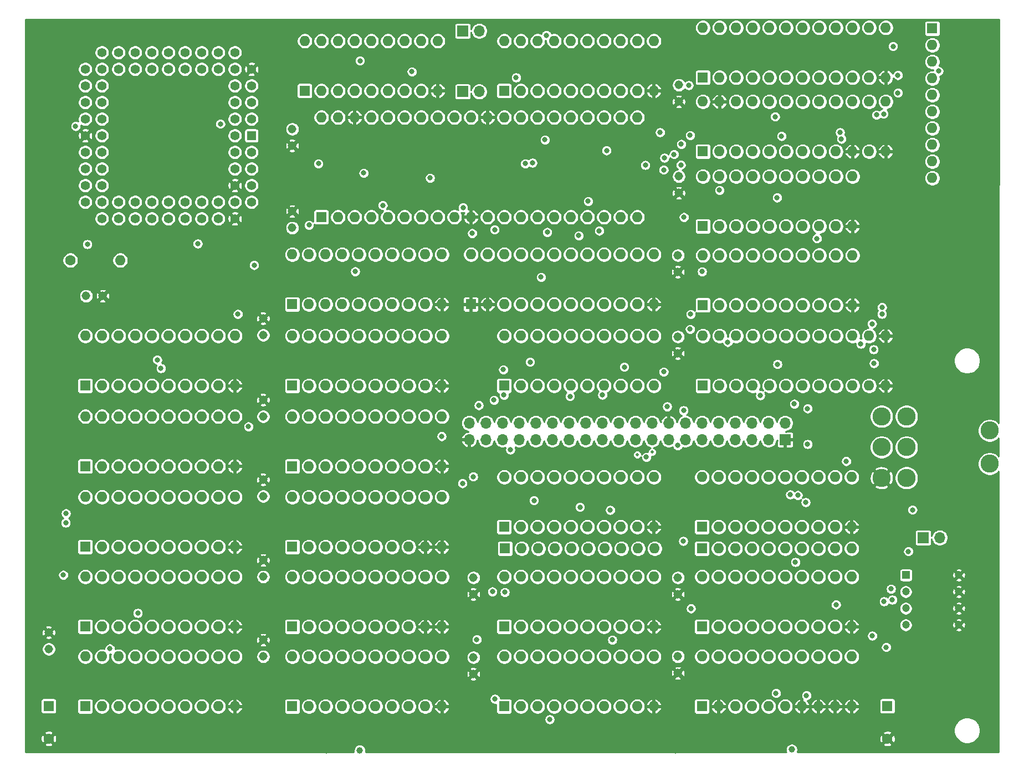
<source format=gbr>
%TF.GenerationSoftware,KiCad,Pcbnew,(5.1.6)-1*%
%TF.CreationDate,2022-09-06T14:02:22-04:00*%
%TF.ProjectId,TinyTurbo286Sch,54696e79-5475-4726-926f-323836536368,rev?*%
%TF.SameCoordinates,Original*%
%TF.FileFunction,Copper,L2,Inr*%
%TF.FilePolarity,Positive*%
%FSLAX46Y46*%
G04 Gerber Fmt 4.6, Leading zero omitted, Abs format (unit mm)*
G04 Created by KiCad (PCBNEW (5.1.6)-1) date 2022-09-06 14:02:22*
%MOMM*%
%LPD*%
G01*
G04 APERTURE LIST*
%TA.AperFunction,ViaPad*%
%ADD10O,1.600000X1.600000*%
%TD*%
%TA.AperFunction,ViaPad*%
%ADD11R,1.600000X1.600000*%
%TD*%
%TA.AperFunction,ViaPad*%
%ADD12R,1.700000X1.700000*%
%TD*%
%TA.AperFunction,ViaPad*%
%ADD13O,1.700000X1.700000*%
%TD*%
%TA.AperFunction,ViaPad*%
%ADD14C,1.316000*%
%TD*%
%TA.AperFunction,ViaPad*%
%ADD15C,1.600000*%
%TD*%
%TA.AperFunction,ViaPad*%
%ADD16C,2.781000*%
%TD*%
%TA.AperFunction,ViaPad*%
%ADD17R,1.200000X1.200000*%
%TD*%
%TA.AperFunction,ViaPad*%
%ADD18C,1.200000*%
%TD*%
%TA.AperFunction,ViaPad*%
%ADD19C,1.422400*%
%TD*%
%TA.AperFunction,ViaPad*%
%ADD20R,1.422400X1.422400*%
%TD*%
%TA.AperFunction,ViaPad*%
%ADD21C,1.000000*%
%TD*%
%TA.AperFunction,ViaPad*%
%ADD22C,0.800000*%
%TD*%
%TA.AperFunction,ViaPad*%
%ADD23C,0.500000*%
%TD*%
%TA.AperFunction,Conductor*%
%ADD24C,0.254000*%
%TD*%
G04 APERTURE END LIST*
D10*
%TO.N,VCC*%
%TO.C,UD4*%
X171831000Y-72390000D03*
%TO.N,GND*%
X194691000Y-80010000D03*
%TO.N,/8088A19*%
X174371000Y-72390000D03*
%TO.N,/286~MIOL*%
X192151000Y-80010000D03*
%TO.N,/286A19*%
X176911000Y-72390000D03*
%TO.N,/286M~IO*%
X189611000Y-80010000D03*
%TO.N,/286A18*%
X179451000Y-72390000D03*
%TO.N,/286~BHE*%
X187071000Y-80010000D03*
%TO.N,/8088A18*%
X181991000Y-72390000D03*
%TO.N,/286~BHEL*%
X184531000Y-80010000D03*
%TO.N,/8088A17*%
X184531000Y-72390000D03*
%TO.N,/286~S1L*%
X181991000Y-80010000D03*
%TO.N,/286A17*%
X187071000Y-72390000D03*
%TO.N,/286~S1*%
X179451000Y-80010000D03*
%TO.N,/286A16*%
X189611000Y-72390000D03*
%TO.N,/286~S0*%
X176911000Y-80010000D03*
%TO.N,/8088A16*%
X192151000Y-72390000D03*
%TO.N,/286~S0L*%
X174371000Y-80010000D03*
%TO.N,/286_ALATCH*%
X194691000Y-72390000D03*
D11*
%TO.N,/~286_ADDR*%
X171831000Y-80010000D03*
%TD*%
D12*
%TO.N,GND*%
%TO.C,J1*%
X184404000Y-100584000D03*
D13*
%TO.N,VCC*%
X184404000Y-98044000D03*
%TO.N,/8088A14L*%
X181864000Y-100584000D03*
%TO.N,/8088A15L*%
X181864000Y-98044000D03*
%TO.N,/8088A13L*%
X179324000Y-100584000D03*
%TO.N,/8088A16*%
X179324000Y-98044000D03*
%TO.N,/8088A12L*%
X176784000Y-100584000D03*
%TO.N,/8088A17*%
X176784000Y-98044000D03*
%TO.N,/8088A11L*%
X174244000Y-100584000D03*
%TO.N,/8088A18*%
X174244000Y-98044000D03*
%TO.N,/8088A10L*%
X171704000Y-100584000D03*
%TO.N,/8088A19*%
X171704000Y-98044000D03*
%TO.N,/8088A9L*%
X169164000Y-100584000D03*
%TO.N,/8088_RESET*%
X169164000Y-98044000D03*
%TO.N,/8088A8L*%
X166624000Y-100584000D03*
%TO.N,GND*%
X166624000Y-98044000D03*
%TO.N,/8088AD7*%
X164084000Y-100584000D03*
%TO.N,Net-(J1-Pad32)*%
X164084000Y-98044000D03*
%TO.N,/8088AD6*%
X161544000Y-100584000D03*
%TO.N,Net-(J1-Pad31)*%
X161544000Y-98044000D03*
%TO.N,/8088AD5*%
X159004000Y-100584000D03*
%TO.N,Net-(J1-Pad30)*%
X159004000Y-98044000D03*
%TO.N,/8088AD4*%
X156464000Y-100584000D03*
%TO.N,/8088~LOCK*%
X156464000Y-98044000D03*
%TO.N,/8088AD3*%
X153924000Y-100584000D03*
%TO.N,/8088~S2*%
X153924000Y-98044000D03*
%TO.N,/8088AD2*%
X151384000Y-100584000D03*
%TO.N,/8088~S1*%
X151384000Y-98044000D03*
%TO.N,/8088AD1*%
X148844000Y-100584000D03*
%TO.N,/8088~S0*%
X148844000Y-98044000D03*
%TO.N,/8088AD0*%
X146304000Y-100584000D03*
%TO.N,Net-(J1-Pad25)*%
X146304000Y-98044000D03*
%TO.N,/8088NMI*%
X143764000Y-100584000D03*
%TO.N,Net-(J1-Pad24)*%
X143764000Y-98044000D03*
%TO.N,/INTR*%
X141224000Y-100584000D03*
%TO.N,Net-(J1-Pad23)*%
X141224000Y-98044000D03*
%TO.N,/5MHZ*%
X138684000Y-100584000D03*
%TO.N,/8088READY*%
X138684000Y-98044000D03*
%TO.N,GND*%
X136144000Y-100584000D03*
%TO.N,/PLANAR_RESET*%
X136144000Y-98044000D03*
%TD*%
D14*
%TO.N,GND*%
%TO.C,C1*%
X109093000Y-65659000D03*
%TO.N,Net-(C1-Pad1)*%
X109093000Y-68199000D03*
%TD*%
D11*
%TO.N,VCC*%
%TO.C,C2*%
X71882000Y-141304000D03*
D15*
%TO.N,GND*%
X71882000Y-146304000D03*
%TD*%
%TO.N,GND*%
%TO.C,C3*%
X200025000Y-146304000D03*
D11*
%TO.N,VCC*%
X200025000Y-141304000D03*
%TD*%
D14*
%TO.N,VCC*%
%TO.C,C4*%
X77597000Y-78613000D03*
%TO.N,GND*%
X80137000Y-78613000D03*
%TD*%
%TO.N,GND*%
%TO.C,C5*%
X71882000Y-130048000D03*
%TO.N,VCC*%
X71882000Y-132588000D03*
%TD*%
%TO.N,GND*%
%TO.C,C6*%
X109093000Y-55626000D03*
%TO.N,VCC*%
X109093000Y-53086000D03*
%TD*%
%TO.N,VCC*%
%TO.C,C7*%
X104648000Y-84582000D03*
%TO.N,GND*%
X104648000Y-82042000D03*
%TD*%
%TO.N,VCC*%
%TO.C,C8*%
X104648000Y-97028000D03*
%TO.N,GND*%
X104648000Y-94488000D03*
%TD*%
%TO.N,GND*%
%TO.C,C9*%
X104648000Y-106680000D03*
%TO.N,VCC*%
X104648000Y-109220000D03*
%TD*%
%TO.N,GND*%
%TO.C,C10*%
X104648000Y-118999000D03*
%TO.N,VCC*%
X104648000Y-121539000D03*
%TD*%
%TO.N,VCC*%
%TO.C,C11*%
X104648000Y-133731000D03*
%TO.N,GND*%
X104648000Y-131191000D03*
%TD*%
%TO.N,VCC*%
%TO.C,C12*%
X136779000Y-121666000D03*
%TO.N,GND*%
X136779000Y-124206000D03*
%TD*%
%TO.N,GND*%
%TO.C,C13*%
X136779000Y-136398000D03*
%TO.N,VCC*%
X136779000Y-133858000D03*
%TD*%
%TO.N,GND*%
%TO.C,C14*%
X168148000Y-48895000D03*
%TO.N,VCC*%
X168148000Y-46355000D03*
%TD*%
%TO.N,VCC*%
%TO.C,C15*%
X168148000Y-60325000D03*
%TO.N,GND*%
X168148000Y-62865000D03*
%TD*%
%TO.N,VCC*%
%TO.C,C16*%
X168021000Y-72390000D03*
%TO.N,GND*%
X168021000Y-74930000D03*
%TD*%
%TO.N,GND*%
%TO.C,C17*%
X168021000Y-87376000D03*
%TO.N,VCC*%
X168021000Y-84836000D03*
%TD*%
%TO.N,VCC*%
%TO.C,C18*%
X168021000Y-121666000D03*
%TO.N,GND*%
X168021000Y-124206000D03*
%TD*%
%TO.N,VCC*%
%TO.C,C19*%
X168021000Y-133731000D03*
%TO.N,GND*%
X168021000Y-136271000D03*
%TD*%
D15*
%TO.N,VCC*%
%TO.C,R1*%
X75184000Y-73152000D03*
D10*
%TO.N,/286~READY*%
X82804000Y-73152000D03*
%TD*%
D11*
%TO.N,VCC*%
%TO.C,RP1*%
X206883000Y-37719000D03*
D10*
%TO.N,/~PEACK*%
X206883000Y-40259000D03*
%TO.N,/286~S1L*%
X206883000Y-42799000D03*
%TO.N,/286~BHEL*%
X206883000Y-45339000D03*
%TO.N,/286~MIOL*%
X206883000Y-47879000D03*
%TO.N,/~286_ADDR*%
X206883000Y-50419000D03*
%TO.N,/~ERROR*%
X206883000Y-52959000D03*
%TO.N,/~BUSY*%
X206883000Y-55499000D03*
%TO.N,/286~S0L*%
X206883000Y-58039000D03*
%TO.N,/ADB_~G2*%
X206883000Y-60579000D03*
%TD*%
D11*
%TO.N,VCC*%
%TO.C,RP2*%
X141605000Y-117221000D03*
D10*
%TO.N,/INTR*%
X144145000Y-117221000D03*
%TO.N,/TAG7*%
X146685000Y-117221000D03*
%TO.N,/TAG0*%
X149225000Y-117221000D03*
%TO.N,/TAG1*%
X151765000Y-117221000D03*
%TO.N,/TAG2*%
X154305000Y-117221000D03*
%TO.N,/TAG3*%
X156845000Y-117221000D03*
%TO.N,/TAG4*%
X159385000Y-117221000D03*
%TO.N,/TAG5*%
X161925000Y-117221000D03*
%TO.N,/TAG6*%
X164465000Y-117221000D03*
%TD*%
%TO.N,/DIPSW1*%
%TO.C,RP3*%
X194564000Y-117221000D03*
%TO.N,/ISA_DB0*%
X192024000Y-117221000D03*
%TO.N,/DIPSW4*%
X189484000Y-117221000D03*
%TO.N,/DIPSW2*%
X186944000Y-117221000D03*
%TO.N,/~CACHECMP*%
X184404000Y-117221000D03*
%TO.N,/DIPSW3*%
X181864000Y-117221000D03*
%TO.N,/~TURBO*%
X179324000Y-117221000D03*
%TO.N,/RSTPU*%
X176784000Y-117221000D03*
%TO.N,/286D7*%
X174244000Y-117221000D03*
D11*
%TO.N,VCC*%
X171704000Y-117221000D03*
%TD*%
D16*
%TO.N,GND*%
%TO.C,SW1*%
X199136000Y-106426000D03*
%TO.N,/~TURBO*%
X199136000Y-101726000D03*
X199136000Y-97026000D03*
%TO.N,/RSTPU*%
X202946000Y-106426000D03*
%TO.N,/8088_RESET*%
X202946000Y-101726000D03*
%TO.N,/PLANAR_RESET*%
X202946000Y-97026000D03*
%TO.N,N/C*%
X215646000Y-104266000D03*
X215646000Y-99186000D03*
%TD*%
D17*
%TO.N,/DIPSW1*%
%TO.C,SW2*%
X202847000Y-121285000D03*
D18*
%TO.N,/DIPSW2*%
X202847000Y-123825000D03*
%TO.N,/DIPSW3*%
X202847000Y-126365000D03*
%TO.N,/DIPSW4*%
X202847000Y-128905000D03*
%TO.N,GND*%
X210947000Y-128905000D03*
X210947000Y-126365000D03*
X210947000Y-123825000D03*
X210947000Y-121285000D03*
%TD*%
D19*
%TO.N,Net-(UA2-Pad2)*%
%TO.C,UA2*%
X100330000Y-54102000D03*
%TO.N,/286~S1*%
X100330000Y-51562000D03*
%TO.N,/~PEACK*%
X100330000Y-49022000D03*
%TO.N,Net-(UA2-Pad8)*%
X100330000Y-46482000D03*
%TO.N,/286~LOCK*%
X100330000Y-56642000D03*
%TO.N,/COD_~INTA*%
X100330000Y-59182000D03*
%TO.N,GND*%
X100330000Y-61722000D03*
%TO.N,VCC*%
X100330000Y-64262000D03*
D20*
%TO.N,/286~BHE*%
X102870000Y-54102000D03*
D19*
%TO.N,Net-(UA2-Pad3)*%
X102870000Y-51562000D03*
%TO.N,/286~S0*%
X102870000Y-49022000D03*
%TO.N,Net-(UA2-Pad7)*%
X102870000Y-46482000D03*
%TO.N,GND*%
X102870000Y-43942000D03*
%TO.N,/286M~IO*%
X102870000Y-56642000D03*
%TO.N,Net-(UA2-Pad65)*%
X102870000Y-59182000D03*
%TO.N,/286~READY*%
X102870000Y-61722000D03*
%TO.N,Net-(UA2-Pad11)*%
X100330000Y-43942000D03*
%TO.N,/286A18*%
X97790000Y-43942000D03*
%TO.N,/286A16*%
X95250000Y-43942000D03*
%TO.N,/286A14*%
X92710000Y-43942000D03*
%TO.N,/286A12*%
X90170000Y-43942000D03*
%TO.N,/286A10*%
X87630000Y-43942000D03*
%TO.N,/286A8*%
X85090000Y-43942000D03*
%TO.N,/286A6*%
X82550000Y-43942000D03*
%TO.N,Net-(UA2-Pad10)*%
X100330000Y-41402000D03*
%TO.N,/286A19*%
X97790000Y-41402000D03*
%TO.N,/286A17*%
X95250000Y-41402000D03*
%TO.N,/286A15*%
X92710000Y-41402000D03*
%TO.N,/286A13*%
X90170000Y-41402000D03*
%TO.N,/286A11*%
X87630000Y-41402000D03*
%TO.N,/286A9*%
X85090000Y-41402000D03*
%TO.N,/286A7*%
X82550000Y-41402000D03*
%TO.N,/286A5*%
X80010000Y-41402000D03*
%TO.N,/286A3*%
X80010000Y-43942000D03*
%TO.N,VCC*%
X80010000Y-46482000D03*
%TO.N,/286A2*%
X80010000Y-49022000D03*
%TO.N,/286A0*%
X80010000Y-51562000D03*
%TO.N,/286D0*%
X80010000Y-54102000D03*
%TO.N,/286D1*%
X80010000Y-56642000D03*
%TO.N,/286D2*%
X80010000Y-59182000D03*
%TO.N,/286D3*%
X80010000Y-61722000D03*
%TO.N,/286D4*%
X80010000Y-66802000D03*
%TO.N,/286A4*%
X77470000Y-43942000D03*
%TO.N,/286RESET*%
X77470000Y-46482000D03*
%TO.N,/286CLK*%
X77470000Y-49022000D03*
%TO.N,/286A1*%
X77470000Y-51562000D03*
%TO.N,GND*%
X77470000Y-54102000D03*
%TO.N,/286D8*%
X77470000Y-56642000D03*
%TO.N,/286D9*%
X77470000Y-59182000D03*
%TO.N,/286D10*%
X77470000Y-61722000D03*
%TO.N,/286D11*%
X77470000Y-64262000D03*
%TO.N,/286D12*%
X80010000Y-64262000D03*
%TO.N,/286D13*%
X82550000Y-64262000D03*
%TO.N,/286D14*%
X85090000Y-64262000D03*
%TO.N,/286D15*%
X87630000Y-64262000D03*
%TO.N,VCC*%
X90170000Y-64262000D03*
%TO.N,Net-(UA2-Pad55)*%
X92710000Y-64262000D03*
%TO.N,/INTR*%
X95250000Y-64262000D03*
%TO.N,/286NMI*%
X97790000Y-64262000D03*
%TO.N,/PEREQ*%
X102870000Y-64262000D03*
%TO.N,/286D5*%
X82550000Y-66802000D03*
%TO.N,/286D6*%
X85090000Y-66802000D03*
%TO.N,/286D7*%
X87630000Y-66802000D03*
%TO.N,Net-(C1-Pad1)*%
X90170000Y-66802000D03*
%TO.N,/286~BUSY*%
X92710000Y-66802000D03*
%TO.N,Net-(UA2-Pad56)*%
X95250000Y-66802000D03*
%TO.N,Net-(UA2-Pad58)*%
X97790000Y-66802000D03*
%TO.N,GND*%
X100330000Y-66802000D03*
%TD*%
D11*
%TO.N,/CACHE_A4*%
%TO.C,UA5*%
X77470000Y-92329000D03*
D10*
%TO.N,/CACHE_~WR*%
X100330000Y-84709000D03*
%TO.N,/CACHE_A5*%
X80010000Y-92329000D03*
%TO.N,/286D4*%
X97790000Y-84709000D03*
%TO.N,/CACHE_A6*%
X82550000Y-92329000D03*
%TO.N,/286D5*%
X95250000Y-84709000D03*
%TO.N,/CACHE_A7*%
X85090000Y-92329000D03*
%TO.N,/286D6*%
X92710000Y-84709000D03*
%TO.N,/CACHE_A8*%
X87630000Y-92329000D03*
%TO.N,/286D7*%
X90170000Y-84709000D03*
%TO.N,/CACHE_A9*%
X90170000Y-92329000D03*
%TO.N,/CACHE_A0*%
X87630000Y-84709000D03*
%TO.N,/CACHE_A10*%
X92710000Y-92329000D03*
%TO.N,/CACHE_A1*%
X85090000Y-84709000D03*
%TO.N,/CACHE_A11*%
X95250000Y-92329000D03*
%TO.N,/CACHE_A2*%
X82550000Y-84709000D03*
%TO.N,/CACHE_~ELO*%
X97790000Y-92329000D03*
%TO.N,/CACHE_A3*%
X80010000Y-84709000D03*
%TO.N,GND*%
X100330000Y-92329000D03*
%TO.N,VCC*%
X77470000Y-84709000D03*
%TD*%
%TO.N,VCC*%
%TO.C,UA6*%
X77470000Y-97028000D03*
%TO.N,GND*%
X100330000Y-104648000D03*
%TO.N,/CACHE_A3*%
X80010000Y-97028000D03*
%TO.N,/CACHE_~ELO*%
X97790000Y-104648000D03*
%TO.N,/CACHE_A2*%
X82550000Y-97028000D03*
%TO.N,/CACHE_A11*%
X95250000Y-104648000D03*
%TO.N,/CACHE_A1*%
X85090000Y-97028000D03*
%TO.N,/CACHE_A10*%
X92710000Y-104648000D03*
%TO.N,/CACHE_A0*%
X87630000Y-97028000D03*
%TO.N,/CACHE_A9*%
X90170000Y-104648000D03*
%TO.N,/286D3*%
X90170000Y-97028000D03*
%TO.N,/CACHE_A8*%
X87630000Y-104648000D03*
%TO.N,/286D2*%
X92710000Y-97028000D03*
%TO.N,/CACHE_A7*%
X85090000Y-104648000D03*
%TO.N,/286D1*%
X95250000Y-97028000D03*
%TO.N,/CACHE_A6*%
X82550000Y-104648000D03*
%TO.N,/286D0*%
X97790000Y-97028000D03*
%TO.N,/CACHE_A5*%
X80010000Y-104648000D03*
%TO.N,/CACHE_~WR*%
X100330000Y-97028000D03*
D11*
%TO.N,/CACHE_A4*%
X77470000Y-104648000D03*
%TD*%
%TO.N,/~286_ADDR*%
%TO.C,UA7*%
X77470000Y-116967000D03*
D10*
%TO.N,/286_ALATCH*%
X100330000Y-109347000D03*
%TO.N,/8088A15*%
X80010000Y-116967000D03*
%TO.N,/CACHE_A10*%
X97790000Y-109347000D03*
%TO.N,/286A15*%
X82550000Y-116967000D03*
%TO.N,/286A11*%
X95250000Y-109347000D03*
%TO.N,/286A14*%
X85090000Y-116967000D03*
%TO.N,/286A10*%
X92710000Y-109347000D03*
%TO.N,/8088A14*%
X87630000Y-116967000D03*
%TO.N,/CACHE_A9*%
X90170000Y-109347000D03*
%TO.N,/8088A13*%
X90170000Y-116967000D03*
%TO.N,/CACHE_A8*%
X87630000Y-109347000D03*
%TO.N,/286A13*%
X92710000Y-116967000D03*
%TO.N,/286A9*%
X85090000Y-109347000D03*
%TO.N,/286A12*%
X95250000Y-116967000D03*
%TO.N,/286A8*%
X82550000Y-109347000D03*
%TO.N,/CACHE_A11*%
X97790000Y-116967000D03*
%TO.N,/CACHE_A7*%
X80010000Y-109347000D03*
%TO.N,GND*%
X100330000Y-116967000D03*
%TO.N,VCC*%
X77470000Y-109347000D03*
%TD*%
%TO.N,VCC*%
%TO.C,UA8*%
X77470000Y-121539000D03*
%TO.N,GND*%
X100330000Y-129159000D03*
%TO.N,/4_C5*%
X80010000Y-121539000D03*
%TO.N,/CACHE_A3*%
X97790000Y-129159000D03*
%TO.N,/286A0*%
X82550000Y-121539000D03*
%TO.N,/286A4*%
X95250000Y-129159000D03*
%TO.N,/286A1*%
X85090000Y-121539000D03*
%TO.N,/286A5*%
X92710000Y-129159000D03*
%TO.N,/CACHE_A0*%
X87630000Y-121539000D03*
%TO.N,/CACHE_A4*%
X90170000Y-129159000D03*
%TO.N,/CACHE_A1*%
X90170000Y-121539000D03*
%TO.N,/CACHE_A5*%
X87630000Y-129159000D03*
%TO.N,/286A2*%
X92710000Y-121539000D03*
%TO.N,/286A6*%
X85090000Y-129159000D03*
%TO.N,/286A3*%
X95250000Y-121539000D03*
%TO.N,/286A7*%
X82550000Y-129159000D03*
%TO.N,/CACHE_A2*%
X97790000Y-121539000D03*
%TO.N,/CACHE_A6*%
X80010000Y-129159000D03*
%TO.N,/286_ALATCH*%
X100330000Y-121539000D03*
D11*
%TO.N,/~286_ADDR*%
X77470000Y-129159000D03*
%TD*%
D10*
%TO.N,VCC*%
%TO.C,UA9*%
X77470000Y-133731000D03*
%TO.N,GND*%
X100330000Y-141351000D03*
%TO.N,/~ISA_ADDR*%
X80010000Y-133731000D03*
%TO.N,Net-(UA9-Pad9)*%
X97790000Y-141351000D03*
%TO.N,/CACHE_A0*%
X82550000Y-133731000D03*
%TO.N,/ISA_A7*%
X95250000Y-141351000D03*
%TO.N,/CACHE_A1*%
X85090000Y-133731000D03*
%TO.N,/ISA_A6*%
X92710000Y-141351000D03*
%TO.N,/CACHE_A2*%
X87630000Y-133731000D03*
%TO.N,/ISA_A5*%
X90170000Y-141351000D03*
%TO.N,/CACHE_A3*%
X90170000Y-133731000D03*
%TO.N,/ISA_A4*%
X87630000Y-141351000D03*
%TO.N,/CACHE_A4*%
X92710000Y-133731000D03*
%TO.N,/ISA_A3*%
X85090000Y-141351000D03*
%TO.N,/CACHE_A5*%
X95250000Y-133731000D03*
%TO.N,/ISA_A2*%
X82550000Y-141351000D03*
%TO.N,/CACHE_A6*%
X97790000Y-133731000D03*
%TO.N,/ISA_A1*%
X80010000Y-141351000D03*
%TO.N,Net-(UA9-Pad11)*%
X100330000Y-133731000D03*
D11*
%TO.N,/~ISA_ADDR*%
X77470000Y-141351000D03*
%TD*%
%TO.N,VCC*%
%TO.C,UB1*%
X110998000Y-47244000D03*
D10*
%TO.N,/286CLK*%
X131318000Y-39624000D03*
%TO.N,/~SRDY*%
X113538000Y-47244000D03*
%TO.N,/~RES*%
X128778000Y-39624000D03*
%TO.N,/~SRDYEN*%
X116078000Y-47244000D03*
%TO.N,/286RESET*%
X126238000Y-39624000D03*
%TO.N,/286~READY*%
X118618000Y-47244000D03*
%TO.N,/PCLK*%
X123698000Y-39624000D03*
%TO.N,/EFI*%
X121158000Y-47244000D03*
%TO.N,Net-(UB1-Pad14)*%
X121158000Y-39624000D03*
%TO.N,VCC*%
X123698000Y-47244000D03*
%TO.N,/286~S0*%
X118618000Y-39624000D03*
%TO.N,Net-(UB1-Pad7)*%
X126238000Y-47244000D03*
%TO.N,/286~S1*%
X116078000Y-39624000D03*
%TO.N,Net-(UB1-Pad8)*%
X128778000Y-47244000D03*
%TO.N,VCC*%
X113538000Y-39624000D03*
%TO.N,GND*%
X131318000Y-47244000D03*
%TO.N,VCC*%
X110998000Y-39624000D03*
%TD*%
D11*
%TO.N,/286~S1*%
%TO.C,UB2*%
X113538000Y-66548000D03*
D10*
%TO.N,/286D2*%
X161798000Y-51308000D03*
%TO.N,/286~S0*%
X116078000Y-66548000D03*
%TO.N,/286D1*%
X159258000Y-51308000D03*
%TO.N,/COD_~INTA*%
X118618000Y-66548000D03*
%TO.N,/286D0*%
X156718000Y-51308000D03*
%TO.N,Net-(UB2-Pad4)*%
X121158000Y-66548000D03*
%TO.N,/PEREQ*%
X154178000Y-51308000D03*
%TO.N,/286D15*%
X123698000Y-66548000D03*
%TO.N,/~BUSY*%
X151638000Y-51308000D03*
%TO.N,/286D14*%
X126238000Y-66548000D03*
%TO.N,/~ERROR*%
X149098000Y-51308000D03*
%TO.N,/286D13*%
X128778000Y-66548000D03*
%TO.N,/~NPRD*%
X146558000Y-51308000D03*
%TO.N,/286D12*%
X131318000Y-66548000D03*
%TO.N,/~NPWR*%
X144018000Y-51308000D03*
%TO.N,Net-(UB2-Pad9)*%
X133858000Y-66548000D03*
%TO.N,/CACHE_A0*%
X141478000Y-51308000D03*
%TO.N,GND*%
X136398000Y-66548000D03*
X138938000Y-51308000D03*
%TO.N,/286D11*%
X138938000Y-66548000D03*
%TO.N,/CACHE_A1*%
X136398000Y-51308000D03*
%TO.N,/286D10*%
X141478000Y-66548000D03*
%TO.N,/287CLOCK*%
X133858000Y-51308000D03*
%TO.N,Net-(UB2-Pad13)*%
X144018000Y-66548000D03*
%TO.N,/CACHE_A3*%
X131318000Y-51308000D03*
%TO.N,/286D9*%
X146558000Y-66548000D03*
%TO.N,/~NPS1*%
X128778000Y-51308000D03*
%TO.N,/286D8*%
X149098000Y-66548000D03*
%TO.N,/286RESET*%
X126238000Y-51308000D03*
%TO.N,/286D7*%
X151638000Y-66548000D03*
%TO.N,/~PEACK*%
X123698000Y-51308000D03*
%TO.N,/286D6*%
X154178000Y-66548000D03*
%TO.N,/286CLK*%
X121158000Y-51308000D03*
%TO.N,/286D5*%
X156718000Y-66548000D03*
%TO.N,GND*%
X118618000Y-51308000D03*
%TO.N,/286D4*%
X159258000Y-66548000D03*
%TO.N,VCC*%
X116078000Y-51308000D03*
%TO.N,/286D3*%
X161798000Y-66548000D03*
%TO.N,/286~READY*%
X113538000Y-51308000D03*
%TD*%
D11*
%TO.N,/DB_DIR*%
%TO.C,UB4*%
X109093000Y-79883000D03*
D10*
%TO.N,/8088AD0*%
X131953000Y-72263000D03*
%TO.N,/286D15*%
X111633000Y-79883000D03*
%TO.N,/8088AD1*%
X129413000Y-72263000D03*
%TO.N,/286D14*%
X114173000Y-79883000D03*
%TO.N,/8088AD2*%
X126873000Y-72263000D03*
%TO.N,/286D13*%
X116713000Y-79883000D03*
%TO.N,/8088AD3*%
X124333000Y-72263000D03*
%TO.N,/286D12*%
X119253000Y-79883000D03*
%TO.N,/8088AD4*%
X121793000Y-72263000D03*
%TO.N,/286D11*%
X121793000Y-79883000D03*
%TO.N,/8088AD5*%
X119253000Y-72263000D03*
%TO.N,/286D10*%
X124333000Y-79883000D03*
%TO.N,/8088AD6*%
X116713000Y-72263000D03*
%TO.N,/286D9*%
X126873000Y-79883000D03*
%TO.N,/8088AD7*%
X114173000Y-72263000D03*
%TO.N,/286D8*%
X129413000Y-79883000D03*
%TO.N,/DB_~XHI*%
X111633000Y-72263000D03*
%TO.N,GND*%
X131953000Y-79883000D03*
%TO.N,VCC*%
X109093000Y-72263000D03*
%TD*%
D11*
%TO.N,/CACHE_A4*%
%TO.C,UB5*%
X109093000Y-92329000D03*
D10*
%TO.N,/CACHE_~WR*%
X131953000Y-84709000D03*
%TO.N,/CACHE_A5*%
X111633000Y-92329000D03*
%TO.N,/286D12*%
X129413000Y-84709000D03*
%TO.N,/CACHE_A6*%
X114173000Y-92329000D03*
%TO.N,/286D13*%
X126873000Y-84709000D03*
%TO.N,/CACHE_A7*%
X116713000Y-92329000D03*
%TO.N,/286D14*%
X124333000Y-84709000D03*
%TO.N,/CACHE_A8*%
X119253000Y-92329000D03*
%TO.N,/286D15*%
X121793000Y-84709000D03*
%TO.N,/CACHE_A9*%
X121793000Y-92329000D03*
%TO.N,/CACHE_A0*%
X119253000Y-84709000D03*
%TO.N,/CACHE_A10*%
X124333000Y-92329000D03*
%TO.N,/CACHE_A1*%
X116713000Y-84709000D03*
%TO.N,/CACHE_A11*%
X126873000Y-92329000D03*
%TO.N,/CACHE_A2*%
X114173000Y-84709000D03*
%TO.N,/CACHE_~EHI*%
X129413000Y-92329000D03*
%TO.N,/CACHE_A3*%
X111633000Y-84709000D03*
%TO.N,GND*%
X131953000Y-92329000D03*
%TO.N,VCC*%
X109093000Y-84709000D03*
%TD*%
%TO.N,VCC*%
%TO.C,UB6*%
X109093000Y-97028000D03*
%TO.N,GND*%
X131953000Y-104648000D03*
%TO.N,/CACHE_A3*%
X111633000Y-97028000D03*
%TO.N,/CACHE_~EHI*%
X129413000Y-104648000D03*
%TO.N,/CACHE_A2*%
X114173000Y-97028000D03*
%TO.N,/CACHE_A11*%
X126873000Y-104648000D03*
%TO.N,/CACHE_A1*%
X116713000Y-97028000D03*
%TO.N,/CACHE_A10*%
X124333000Y-104648000D03*
%TO.N,/CACHE_A0*%
X119253000Y-97028000D03*
%TO.N,/CACHE_A9*%
X121793000Y-104648000D03*
%TO.N,/286D11*%
X121793000Y-97028000D03*
%TO.N,/CACHE_A8*%
X119253000Y-104648000D03*
%TO.N,/286D10*%
X124333000Y-97028000D03*
%TO.N,/CACHE_A7*%
X116713000Y-104648000D03*
%TO.N,/286D9*%
X126873000Y-97028000D03*
%TO.N,/CACHE_A6*%
X114173000Y-104648000D03*
%TO.N,/286D8*%
X129413000Y-97028000D03*
%TO.N,/CACHE_A5*%
X111633000Y-104648000D03*
%TO.N,/CACHE_~WR*%
X131953000Y-97028000D03*
D11*
%TO.N,/CACHE_A4*%
X109093000Y-104648000D03*
%TD*%
%TO.N,/CACHE_A4*%
%TO.C,UB7*%
X109093000Y-116967000D03*
D10*
%TO.N,/TAG_~WR*%
X131953000Y-109347000D03*
%TO.N,/CACHE_A5*%
X111633000Y-116967000D03*
%TO.N,/TAG3*%
X129413000Y-109347000D03*
%TO.N,/CACHE_A6*%
X114173000Y-116967000D03*
%TO.N,/TAG2*%
X126873000Y-109347000D03*
%TO.N,/CACHE_A7*%
X116713000Y-116967000D03*
%TO.N,/TAG1*%
X124333000Y-109347000D03*
%TO.N,/CACHE_A8*%
X119253000Y-116967000D03*
%TO.N,/TAG0*%
X121793000Y-109347000D03*
%TO.N,/CACHE_A9*%
X121793000Y-116967000D03*
%TO.N,/CACHE_A0*%
X119253000Y-109347000D03*
%TO.N,/CACHE_A10*%
X124333000Y-116967000D03*
%TO.N,/CACHE_A1*%
X116713000Y-109347000D03*
%TO.N,/CACHE_A11*%
X126873000Y-116967000D03*
%TO.N,/CACHE_A2*%
X114173000Y-109347000D03*
%TO.N,GND*%
X129413000Y-116967000D03*
%TO.N,/CACHE_A3*%
X111633000Y-109347000D03*
%TO.N,GND*%
X131953000Y-116967000D03*
%TO.N,VCC*%
X109093000Y-109347000D03*
%TD*%
%TO.N,VCC*%
%TO.C,UB8*%
X109093000Y-121539000D03*
%TO.N,GND*%
X131953000Y-129159000D03*
%TO.N,/CACHE_A3*%
X111633000Y-121539000D03*
%TO.N,GND*%
X129413000Y-129159000D03*
%TO.N,/CACHE_A2*%
X114173000Y-121539000D03*
%TO.N,/CACHE_A11*%
X126873000Y-129159000D03*
%TO.N,/CACHE_A1*%
X116713000Y-121539000D03*
%TO.N,/CACHE_A10*%
X124333000Y-129159000D03*
%TO.N,/CACHE_A0*%
X119253000Y-121539000D03*
%TO.N,/CACHE_A9*%
X121793000Y-129159000D03*
%TO.N,/TAG4*%
X121793000Y-121539000D03*
%TO.N,/CACHE_A8*%
X119253000Y-129159000D03*
%TO.N,/TAG5*%
X124333000Y-121539000D03*
%TO.N,/CACHE_A7*%
X116713000Y-129159000D03*
%TO.N,/TAG6*%
X126873000Y-121539000D03*
%TO.N,/CACHE_A6*%
X114173000Y-129159000D03*
%TO.N,/TAG7*%
X129413000Y-121539000D03*
%TO.N,/CACHE_A5*%
X111633000Y-129159000D03*
%TO.N,/TAG_~WR*%
X131953000Y-121539000D03*
D11*
%TO.N,/CACHE_A4*%
X109093000Y-129159000D03*
%TD*%
D10*
%TO.N,VCC*%
%TO.C,UB9*%
X109093000Y-133731000D03*
%TO.N,GND*%
X131953000Y-141351000D03*
%TO.N,/~ISA_ADDR*%
X111633000Y-133731000D03*
%TO.N,/ISA_A15*%
X129413000Y-141351000D03*
%TO.N,/CACHE_A7*%
X114173000Y-133731000D03*
%TO.N,/ISA_A14*%
X126873000Y-141351000D03*
%TO.N,/CACHE_A8*%
X116713000Y-133731000D03*
%TO.N,/ISA_A13*%
X124333000Y-141351000D03*
%TO.N,/CACHE_A9*%
X119253000Y-133731000D03*
%TO.N,/ISA_A12*%
X121793000Y-141351000D03*
%TO.N,/CACHE_A10*%
X121793000Y-133731000D03*
%TO.N,/ISA_A11*%
X119253000Y-141351000D03*
%TO.N,/CACHE_A11*%
X124333000Y-133731000D03*
%TO.N,/ISA_A10*%
X116713000Y-141351000D03*
%TO.N,/8088A13*%
X126873000Y-133731000D03*
%TO.N,/ISA_A9*%
X114173000Y-141351000D03*
%TO.N,/8088A14*%
X129413000Y-133731000D03*
%TO.N,/ISA_A8*%
X111633000Y-141351000D03*
%TO.N,/8088A15*%
X131953000Y-133731000D03*
D11*
%TO.N,/~ISA_ADDR*%
X109093000Y-141351000D03*
%TD*%
%TO.N,/CLK_EN*%
%TO.C,UC1*%
X141478000Y-47244000D03*
D10*
%TO.N,/286IDLE*%
X164338000Y-39624000D03*
%TO.N,/OSC*%
X144018000Y-47244000D03*
%TO.N,/286~S1*%
X161798000Y-39624000D03*
%TO.N,/EFI*%
X146558000Y-47244000D03*
%TO.N,/286~S0*%
X159258000Y-39624000D03*
%TO.N,/~NPS1*%
X149098000Y-47244000D03*
%TO.N,/~PCLK*%
X156718000Y-39624000D03*
%TO.N,/~CACHEHIT*%
X151638000Y-47244000D03*
%TO.N,/PCLK*%
X154178000Y-39624000D03*
%TO.N,/3_D1*%
X154178000Y-47244000D03*
%TO.N,/PCLK*%
X151638000Y-39624000D03*
%TO.N,/PAL_CLK*%
X156718000Y-47244000D03*
%TO.N,/OSC2*%
X149098000Y-39624000D03*
%TO.N,/PAL_CLK*%
X159258000Y-47244000D03*
%TO.N,VCC*%
X146558000Y-39624000D03*
%TO.N,/PAL_CLK2*%
X161798000Y-47244000D03*
%TO.N,/OSC*%
X144018000Y-39624000D03*
%TO.N,GND*%
X164338000Y-47244000D03*
%TO.N,VCC*%
X141478000Y-39624000D03*
%TD*%
D11*
%TO.N,GND*%
%TO.C,UC4*%
X136398000Y-79883000D03*
D10*
%TO.N,/8088AD7*%
X164338000Y-72263000D03*
%TO.N,GND*%
X138938000Y-79883000D03*
%TO.N,/8088AD6*%
X161798000Y-72263000D03*
%TO.N,/DB_DIR*%
X141478000Y-79883000D03*
%TO.N,/8088AD5*%
X159258000Y-72263000D03*
%TO.N,/286D0*%
X144018000Y-79883000D03*
%TO.N,/8088AD4*%
X156718000Y-72263000D03*
%TO.N,/286D1*%
X146558000Y-79883000D03*
%TO.N,/8088AD3*%
X154178000Y-72263000D03*
%TO.N,/286D2*%
X149098000Y-79883000D03*
%TO.N,/8088AD2*%
X151638000Y-72263000D03*
%TO.N,/286D3*%
X151638000Y-79883000D03*
%TO.N,/8088AD1*%
X149098000Y-72263000D03*
%TO.N,/286D4*%
X154178000Y-79883000D03*
%TO.N,/8088AD0*%
X146558000Y-72263000D03*
%TO.N,/286D5*%
X156718000Y-79883000D03*
%TO.N,/DB_~G*%
X144018000Y-72263000D03*
%TO.N,/286D6*%
X159258000Y-79883000D03*
%TO.N,/CACHE_BHE*%
X141478000Y-72263000D03*
%TO.N,/286D7*%
X161798000Y-79883000D03*
%TO.N,/DB_CBA*%
X138938000Y-72263000D03*
%TO.N,GND*%
X164338000Y-79883000D03*
%TO.N,VCC*%
X136398000Y-72263000D03*
%TD*%
%TO.N,VCC*%
%TO.C,UC5*%
X141478000Y-84709000D03*
%TO.N,Net-(UC5-Pad10)*%
X164338000Y-92329000D03*
%TO.N,/~RES*%
X144018000Y-84709000D03*
%TO.N,/~NPWR*%
X161798000Y-92329000D03*
%TO.N,/CACHE_~WR*%
X146558000Y-84709000D03*
%TO.N,/ISA_RESET*%
X159258000Y-92329000D03*
%TO.N,/CACHE_~EHI*%
X149098000Y-84709000D03*
%TO.N,/~NPRD*%
X156718000Y-92329000D03*
%TO.N,/CACHE_~ELO*%
X151638000Y-84709000D03*
%TO.N,/286~BHEL*%
X154178000Y-92329000D03*
%TO.N,/TAG_~WR*%
X154178000Y-84709000D03*
%TO.N,/~ISA_SMEMW*%
X151638000Y-92329000D03*
%TO.N,Net-(UC5-Pad14)*%
X156718000Y-84709000D03*
%TO.N,/4_C5*%
X149098000Y-92329000D03*
%TO.N,/13_C5*%
X159258000Y-84709000D03*
%TO.N,/~CACHEHIT*%
X146558000Y-92329000D03*
%TO.N,/~ISA_ADDR*%
X161798000Y-84709000D03*
%TO.N,/~286_ADDR*%
X144018000Y-92329000D03*
%TO.N,/~TURBO*%
X164338000Y-84709000D03*
D11*
%TO.N,/~CACHECMP*%
X141478000Y-92329000D03*
%TD*%
%TO.N,/ADB_~G1*%
%TO.C,UC7*%
X141478000Y-113919000D03*
D10*
%TO.N,/8088AD7*%
X164338000Y-106299000D03*
%TO.N,/CACHE_BHE*%
X144018000Y-113919000D03*
%TO.N,/8088AD6*%
X161798000Y-106299000D03*
%TO.N,/CACHE_A0*%
X146558000Y-113919000D03*
%TO.N,/8088AD5*%
X159258000Y-106299000D03*
%TO.N,/CACHE_A1*%
X149098000Y-113919000D03*
%TO.N,/8088AD4*%
X156718000Y-106299000D03*
%TO.N,/CACHE_A2*%
X151638000Y-113919000D03*
%TO.N,/8088AD3*%
X154178000Y-106299000D03*
%TO.N,/CACHE_A3*%
X154178000Y-113919000D03*
%TO.N,/8088AD2*%
X151638000Y-106299000D03*
%TO.N,/CACHE_A4*%
X156718000Y-113919000D03*
%TO.N,/8088AD1*%
X149098000Y-106299000D03*
%TO.N,/CACHE_A5*%
X159258000Y-113919000D03*
%TO.N,/8088AD0*%
X146558000Y-106299000D03*
%TO.N,/CACHE_A6*%
X161798000Y-113919000D03*
%TO.N,/ADB_~G2*%
X144018000Y-106299000D03*
%TO.N,GND*%
X164338000Y-113919000D03*
%TO.N,VCC*%
X141478000Y-106299000D03*
%TD*%
%TO.N,VCC*%
%TO.C,UC8*%
X141478000Y-121539000D03*
%TO.N,GND*%
X164338000Y-129159000D03*
%TO.N,/TAG_~WR*%
X144018000Y-121539000D03*
%TO.N,/8088A13*%
X161798000Y-129159000D03*
%TO.N,Net-(UC8-Pad18)*%
X146558000Y-121539000D03*
%TO.N,/8088A14*%
X159258000Y-129159000D03*
%TO.N,/TAG0*%
X149098000Y-121539000D03*
%TO.N,/8088A15*%
X156718000Y-129159000D03*
%TO.N,/TAG1*%
X151638000Y-121539000D03*
%TO.N,/8088A16*%
X154178000Y-129159000D03*
%TO.N,/TAG2*%
X154178000Y-121539000D03*
%TO.N,/8088A17*%
X151638000Y-129159000D03*
%TO.N,/TAG3*%
X156718000Y-121539000D03*
%TO.N,/8088A18*%
X149098000Y-129159000D03*
%TO.N,/TAG4*%
X159258000Y-121539000D03*
%TO.N,/8088A19*%
X146558000Y-129159000D03*
%TO.N,/TAG5*%
X161798000Y-121539000D03*
%TO.N,VCC*%
X144018000Y-129159000D03*
%TO.N,/TAG6*%
X164338000Y-121539000D03*
D11*
%TO.N,/~286_ADDR*%
X141478000Y-129159000D03*
%TD*%
%TO.N,/~CACHECMP*%
%TO.C,UC9*%
X141478000Y-141351000D03*
D10*
%TO.N,/8088A13*%
X164338000Y-133731000D03*
%TO.N,VCC*%
X144018000Y-141351000D03*
%TO.N,/TAG6*%
X161798000Y-133731000D03*
%TO.N,/TAG7*%
X146558000Y-141351000D03*
%TO.N,/8088A15*%
X159258000Y-133731000D03*
%TO.N,/8088A18*%
X149098000Y-141351000D03*
%TO.N,/TAG4*%
X156718000Y-133731000D03*
%TO.N,/TAG1*%
X151638000Y-141351000D03*
%TO.N,/8088A17*%
X154178000Y-133731000D03*
%TO.N,/8088A16*%
X154178000Y-141351000D03*
%TO.N,/TAG2*%
X151638000Y-133731000D03*
%TO.N,/TAG3*%
X156718000Y-141351000D03*
%TO.N,/8088A19*%
X149098000Y-133731000D03*
%TO.N,/8088A14*%
X159258000Y-141351000D03*
%TO.N,/TAG0*%
X146558000Y-133731000D03*
%TO.N,/TAG5*%
X161798000Y-141351000D03*
%TO.N,/~CACHEHIT*%
X144018000Y-133731000D03*
%TO.N,GND*%
X164338000Y-141351000D03*
%TO.N,VCC*%
X141478000Y-133731000D03*
%TD*%
%TO.N,VCC*%
%TO.C,UD1*%
X171831000Y-37592000D03*
%TO.N,GND*%
X199771000Y-45212000D03*
%TO.N,/286~LOCK*%
X174371000Y-37592000D03*
%TO.N,/8088READY*%
X197231000Y-45212000D03*
%TO.N,/~SRDY*%
X176911000Y-37592000D03*
%TO.N,/286~MIOL*%
X194691000Y-45212000D03*
%TO.N,/ADB_~G1*%
X179451000Y-37592000D03*
%TO.N,/ISA_AEN*%
X192151000Y-45212000D03*
%TO.N,/ADB_~G2*%
X181991000Y-37592000D03*
%TO.N,/19_D8*%
X189611000Y-45212000D03*
%TO.N,Net-(UD1-Pad19)*%
X184531000Y-37592000D03*
%TO.N,Net-(UD1-Pad7)*%
X187071000Y-45212000D03*
%TO.N,/CACHE_BHE*%
X187071000Y-37592000D03*
%TO.N,/286~BHEL*%
X184531000Y-45212000D03*
%TO.N,Net-(UD1-Pad17)*%
X189611000Y-37592000D03*
%TO.N,/286~S1L*%
X181991000Y-45212000D03*
%TO.N,/8088~LOCK*%
X192151000Y-37592000D03*
%TO.N,/15_D8*%
X179451000Y-45212000D03*
%TO.N,/4_C5*%
X194691000Y-37592000D03*
%TO.N,/3_D1*%
X176911000Y-45212000D03*
%TO.N,Net-(UD1-Pad14)*%
X197231000Y-37592000D03*
%TO.N,/286~S0L*%
X174371000Y-45212000D03*
%TO.N,/~TURBO*%
X199771000Y-37592000D03*
D11*
%TO.N,/PAL_CLK*%
X171831000Y-45212000D03*
%TD*%
%TO.N,/PAL_CLK2*%
%TO.C,UD2*%
X171831000Y-56515000D03*
D10*
%TO.N,/~TURBO*%
X199771000Y-48895000D03*
%TO.N,/286~S0L*%
X174371000Y-56515000D03*
%TO.N,/8088READY*%
X197231000Y-48895000D03*
%TO.N,/ADB_~G1*%
X176911000Y-56515000D03*
%TO.N,/DB_~G*%
X194691000Y-48895000D03*
%TO.N,/ADB_~G2*%
X179451000Y-56515000D03*
%TO.N,/DB_CBA*%
X192151000Y-48895000D03*
%TO.N,/286~S1L*%
X181991000Y-56515000D03*
%TO.N,/8088~S2*%
X189611000Y-48895000D03*
%TO.N,/286~BHEL*%
X184531000Y-56515000D03*
%TO.N,/8088~S1*%
X187071000Y-48895000D03*
%TO.N,/CACHE_BHE*%
X187071000Y-56515000D03*
%TO.N,/8088~S0*%
X184531000Y-48895000D03*
%TO.N,/19_D8*%
X189611000Y-56515000D03*
%TO.N,/DB_DIR*%
X181991000Y-48895000D03*
%TO.N,/286~MIOL*%
X192151000Y-56515000D03*
%TO.N,/13_C5*%
X179451000Y-48895000D03*
%TO.N,GND*%
X194691000Y-56515000D03*
%TO.N,/DB_~XHI*%
X176911000Y-48895000D03*
%TO.N,/~TURBO*%
X197231000Y-56515000D03*
%TO.N,GND*%
X174371000Y-48895000D03*
X199771000Y-56515000D03*
%TO.N,VCC*%
X171831000Y-48895000D03*
%TD*%
D11*
%TO.N,/OSC2*%
%TO.C,UD3*%
X171831000Y-67945000D03*
D10*
%TO.N,/~TURBO*%
X194691000Y-60325000D03*
%TO.N,/286~S0L*%
X174371000Y-67945000D03*
%TO.N,/286_ALATCH*%
X192151000Y-60325000D03*
%TO.N,/286~READY*%
X176911000Y-67945000D03*
%TO.N,/~NPWR*%
X189611000Y-60325000D03*
%TO.N,/13_C5*%
X179451000Y-67945000D03*
%TO.N,/~NPRD*%
X187071000Y-60325000D03*
%TO.N,/286~S1L*%
X181991000Y-67945000D03*
%TO.N,/CLK_EN*%
X184531000Y-60325000D03*
%TO.N,/286IDLE*%
X184531000Y-67945000D03*
%TO.N,/~SRDYEN*%
X181991000Y-60325000D03*
%TO.N,/PCLK*%
X187071000Y-67945000D03*
%TO.N,Net-(UD3-Pad17)*%
X179451000Y-60325000D03*
%TO.N,/ISA_CLK*%
X189611000Y-67945000D03*
%TO.N,/PAL_CLK*%
X176911000Y-60325000D03*
%TO.N,/ISA_AEN*%
X192151000Y-67945000D03*
%TO.N,/~286_ADDR*%
X174371000Y-60325000D03*
%TO.N,GND*%
X194691000Y-67945000D03*
%TO.N,VCC*%
X171831000Y-60325000D03*
%TD*%
%TO.N,VCC*%
%TO.C,UD5*%
X171831000Y-84709000D03*
%TO.N,GND*%
X199771000Y-92329000D03*
%TO.N,/286D7*%
X174371000Y-84709000D03*
%TO.N,/~ERROR*%
X197231000Y-92329000D03*
%TO.N,/~NPS1*%
X176911000Y-84709000D03*
%TO.N,/~NPWR*%
X194691000Y-92329000D03*
%TO.N,/286NMI*%
X179451000Y-84709000D03*
%TO.N,/286~MIOL*%
X192151000Y-92329000D03*
%TO.N,Net-(UD5-Pad20)*%
X181991000Y-84709000D03*
%TO.N,/CACHE_A6*%
X189611000Y-92329000D03*
%TO.N,Net-(UD5-Pad19)*%
X184531000Y-84709000D03*
%TO.N,/CACHE_A5*%
X187071000Y-92329000D03*
%TO.N,Net-(UD5-Pad18)*%
X187071000Y-84709000D03*
%TO.N,/CACHE_A4*%
X184531000Y-92329000D03*
%TO.N,Net-(UD5-Pad17)*%
X189611000Y-84709000D03*
%TO.N,/CACHE_A8*%
X181991000Y-92329000D03*
%TO.N,/~SLOT8_CRD_SEL*%
X192151000Y-84709000D03*
%TO.N,/CACHE_A7*%
X179451000Y-92329000D03*
%TO.N,/286~BUSY*%
X194691000Y-84709000D03*
%TO.N,/286RESET*%
X176911000Y-92329000D03*
%TO.N,/~BUSY*%
X197231000Y-84709000D03*
%TO.N,/8088NMI*%
X174371000Y-92329000D03*
%TO.N,GND*%
X199771000Y-84709000D03*
D11*
%TO.N,/~PCLK*%
X171831000Y-92329000D03*
%TD*%
%TO.N,/~286_ADDR*%
%TO.C,UD7*%
X171704000Y-113919000D03*
D10*
%TO.N,/ISA_ALE*%
X194564000Y-106299000D03*
%TO.N,/8088A12L*%
X174244000Y-113919000D03*
%TO.N,/8088A11L*%
X192024000Y-106299000D03*
%TO.N,/CACHE_A11*%
X176784000Y-113919000D03*
%TO.N,/CACHE_A10*%
X189484000Y-106299000D03*
%TO.N,/8088A13*%
X179324000Y-113919000D03*
%TO.N,/CACHE_A9*%
X186944000Y-106299000D03*
%TO.N,/8088A13L*%
X181864000Y-113919000D03*
%TO.N,/8088A10L*%
X184404000Y-106299000D03*
%TO.N,/8088A14L*%
X184404000Y-113919000D03*
%TO.N,/8088A9L*%
X181864000Y-106299000D03*
%TO.N,/8088A14*%
X186944000Y-113919000D03*
%TO.N,/CACHE_A8*%
X179324000Y-106299000D03*
%TO.N,/8088A15*%
X189484000Y-113919000D03*
%TO.N,/CACHE_A7*%
X176784000Y-106299000D03*
%TO.N,/8088A15L*%
X192024000Y-113919000D03*
%TO.N,/8088A8L*%
X174244000Y-106299000D03*
%TO.N,GND*%
X194564000Y-113919000D03*
%TO.N,VCC*%
X171704000Y-106299000D03*
%TD*%
%TO.N,VCC*%
%TO.C,UD8*%
X171704000Y-121539000D03*
%TO.N,GND*%
X194564000Y-129159000D03*
%TO.N,/19_D8*%
X174244000Y-121539000D03*
%TO.N,/286~MIOL*%
X192024000Y-129159000D03*
%TO.N,/4_C5*%
X176784000Y-121539000D03*
%TO.N,/DIPSW4*%
X189484000Y-129159000D03*
%TO.N,/286~BHEL*%
X179324000Y-121539000D03*
%TO.N,/8088A19*%
X186944000Y-129159000D03*
%TO.N,/DIPSW3*%
X181864000Y-121539000D03*
%TO.N,/8088A18*%
X184404000Y-129159000D03*
%TO.N,/15_D8*%
X184404000Y-121539000D03*
%TO.N,/8088A17*%
X181864000Y-129159000D03*
%TO.N,/DIPSW2*%
X186944000Y-121539000D03*
%TO.N,/8088A16*%
X179324000Y-129159000D03*
%TO.N,Net-(UD8-Pad13)*%
X189484000Y-121539000D03*
%TO.N,/8088A15*%
X176784000Y-129159000D03*
%TO.N,/~CACHECMP*%
X192024000Y-121539000D03*
%TO.N,/8088A14*%
X174244000Y-129159000D03*
%TO.N,/DIPSW1*%
X194564000Y-121539000D03*
D11*
%TO.N,/8088A13*%
X171704000Y-129159000D03*
%TD*%
%TO.N,/~ISA_ADDR*%
%TO.C,UD9*%
X171704000Y-141351000D03*
D10*
%TO.N,Net-(UD9-Pad11)*%
X194564000Y-133731000D03*
%TO.N,GND*%
X174244000Y-141351000D03*
%TO.N,Net-(UD9-Pad12)*%
X192024000Y-133731000D03*
%TO.N,/ISA_A16*%
X176784000Y-141351000D03*
%TO.N,Net-(UD9-Pad13)*%
X189484000Y-133731000D03*
%TO.N,/ISA_A17*%
X179324000Y-141351000D03*
%TO.N,/8088A19*%
X186944000Y-133731000D03*
%TO.N,/ISA_A18*%
X181864000Y-141351000D03*
%TO.N,/8088A18*%
X184404000Y-133731000D03*
%TO.N,/ISA_A19*%
X184404000Y-141351000D03*
%TO.N,/8088A17*%
X181864000Y-133731000D03*
%TO.N,GND*%
X186944000Y-141351000D03*
%TO.N,/8088A16*%
X179324000Y-133731000D03*
%TO.N,GND*%
X189484000Y-141351000D03*
%TO.N,Net-(UD9-Pad18)*%
X176784000Y-133731000D03*
%TO.N,GND*%
X192024000Y-141351000D03*
%TO.N,/~ISA_ADDR*%
X174244000Y-133731000D03*
%TO.N,GND*%
X194564000Y-141351000D03*
%TO.N,VCC*%
X171704000Y-133731000D03*
%TD*%
D12*
%TO.N,/~ISA_CRD_SEL*%
%TO.C,W1*%
X205486000Y-115570000D03*
D13*
%TO.N,/~SLOT8_CRD_SEL*%
X208026000Y-115570000D03*
%TD*%
%TO.N,/~PCLK*%
%TO.C,W2*%
X137668000Y-38100000D03*
D12*
%TO.N,/287CLOCK*%
X135128000Y-38100000D03*
%TD*%
%TO.N,/287CLOCK*%
%TO.C,W3*%
X135128000Y-47371000D03*
D13*
%TO.N,/5MHZ*%
X137668000Y-47371000D03*
%TD*%
D21*
%TO.N,GND*%
X114300000Y-148082000D03*
X167640000Y-148082000D03*
X190500000Y-147955000D03*
D22*
X88392000Y-77343000D03*
X89027000Y-56515000D03*
X95504000Y-56642000D03*
X83312000Y-61849000D03*
X82677000Y-48768000D03*
X114808000Y-43307000D03*
X110744000Y-43180000D03*
X97028000Y-80391000D03*
X97409000Y-73787000D03*
X127508000Y-60960000D03*
X132715000Y-64516000D03*
X123063000Y-87884000D03*
X153543000Y-147828000D03*
X142240000Y-137033000D03*
X148717000Y-136398000D03*
X154432000Y-136144000D03*
X162941000Y-136144000D03*
X204978000Y-70485000D03*
X203454000Y-55118000D03*
X157099000Y-54356000D03*
X161671000Y-55118000D03*
X168402000Y-39624000D03*
X78994000Y-89281000D03*
X84074000Y-112903000D03*
X87630000Y-112903000D03*
X81407000Y-125095000D03*
X73152000Y-125857000D03*
X74422000Y-118110000D03*
X75946000Y-114427000D03*
X160020000Y-109982000D03*
X135636000Y-113538000D03*
X126873000Y-113411000D03*
X119380000Y-112903000D03*
X189738000Y-97282000D03*
X189230000Y-111633000D03*
X177038000Y-111506000D03*
X196088000Y-97536000D03*
X194564000Y-65278000D03*
X197231000Y-60198000D03*
X192405000Y-75565000D03*
X179324000Y-82042000D03*
D21*
%TO.N,VCC*%
X185420000Y-147955000D03*
X119392682Y-148069530D03*
D23*
%TO.N,/8088AD7*%
X164084000Y-102489000D03*
%TO.N,/8088AD6*%
X161798000Y-102870000D03*
D22*
%TO.N,/INTR*%
X102400400Y-98577700D03*
%TO.N,/5MHZ*%
X131928600Y-100069500D03*
X136587100Y-69028000D03*
X135183800Y-65093500D03*
%TO.N,/PLANAR_RESET*%
X136748000Y-106236100D03*
X185188200Y-108984100D03*
X187551000Y-110164700D03*
%TO.N,/8088READY*%
X199210400Y-80335600D03*
X199459600Y-50769000D03*
%TO.N,/8088~S0*%
X166377300Y-95523200D03*
X167409600Y-56956500D03*
X183860400Y-54185600D03*
%TO.N,/8088~S1*%
X198362500Y-50929300D03*
X197693200Y-82857300D03*
X151536000Y-93958300D03*
%TO.N,/8088~S2*%
X185801000Y-95110500D03*
%TO.N,/8088~LOCK*%
X156483900Y-93733100D03*
X199200200Y-81371600D03*
X200896400Y-40448400D03*
%TO.N,/8088A19*%
X193738100Y-103872700D03*
%TO.N,/8088A18*%
X170013000Y-126400200D03*
%TO.N,/8088A16*%
X180606100Y-93809500D03*
X167988400Y-101480200D03*
%TO.N,/8088A15L*%
X187831700Y-101276800D03*
%TO.N,/ISA_RESET*%
X197978300Y-88906700D03*
X159822100Y-89469300D03*
%TO.N,/~ISA_SMEMW*%
X137592100Y-95329900D03*
%TO.N,/ISA_CLK*%
X148428200Y-143346500D03*
X183002100Y-139344000D03*
X203869400Y-111303800D03*
%TO.N,/ISA_ALE*%
X137291500Y-131130400D03*
X192190800Y-125808900D03*
%TO.N,/OSC*%
X81225800Y-132530600D03*
%TO.N,/ISA_AEN*%
X187672700Y-139679800D03*
X203224100Y-117659500D03*
%TO.N,/~PEACK*%
X127363400Y-44328000D03*
%TO.N,/286~BHEL*%
X183227400Y-89043900D03*
%TO.N,/~286_ADDR*%
X157677600Y-111352700D03*
X174371000Y-62439600D03*
%TO.N,/ADB_~G2*%
X168479300Y-58575500D03*
%TO.N,/TAG0*%
X146022500Y-109869000D03*
%TO.N,/TAG2*%
X153052600Y-110892600D03*
%TO.N,/TAG3*%
X140058600Y-140225700D03*
%TO.N,/TAG4*%
X157996960Y-131190640D03*
%TO.N,/DIPSW2*%
X185976658Y-119297336D03*
%TO.N,/~CACHECMP*%
X139672600Y-123813200D03*
%TO.N,/~TURBO*%
X195961000Y-85952200D03*
%TO.N,/286D7*%
X168833200Y-116095700D03*
X169864900Y-83683300D03*
%TO.N,/286~S1*%
X171714400Y-74887800D03*
X168538000Y-55396400D03*
X169884000Y-54053900D03*
%TO.N,/286~LOCK*%
X119443900Y-42640300D03*
%TO.N,/286~S0*%
X120000600Y-59824400D03*
%TO.N,/286A16*%
X189250400Y-69829600D03*
%TO.N,/286A8*%
X74511700Y-111875000D03*
%TO.N,/286A19*%
X98121100Y-52307700D03*
%TO.N,/286A15*%
X75993200Y-52661600D03*
%TO.N,/286A9*%
X74483600Y-113299900D03*
%TO.N,/286A7*%
X74107600Y-121269800D03*
%TO.N,/286D0*%
X145788500Y-58254400D03*
X100774300Y-81383000D03*
%TO.N,/286D1*%
X145432700Y-88698000D03*
X147915800Y-38760000D03*
%TO.N,/286D3*%
X152873700Y-69386200D03*
X89018900Y-89668800D03*
%TO.N,/286D4*%
X156000200Y-68657600D03*
%TO.N,/286A4*%
X85498300Y-127093900D03*
%TO.N,/286D8*%
X140013500Y-68462400D03*
%TO.N,/286D9*%
X77780100Y-70702000D03*
%TO.N,/286D13*%
X118705700Y-74868800D03*
%TO.N,/286NMI*%
X103272700Y-73908100D03*
%TO.N,/PEREQ*%
X113093600Y-58374090D03*
X144696352Y-58374090D03*
%TO.N,/286~BUSY*%
X94647200Y-70625300D03*
%TO.N,/CACHE_A5*%
X186344900Y-109081100D03*
%TO.N,/CACHE_A6*%
X187838300Y-95835800D03*
X163195002Y-103250998D03*
%TO.N,/CACHE_A0*%
X88471200Y-88362600D03*
%TO.N,/4_C5*%
X141579100Y-123909000D03*
X135105400Y-107263700D03*
X139910600Y-94535400D03*
X200781500Y-125064600D03*
%TO.N,/~ISA_ADDR*%
X197728900Y-130561500D03*
X197920590Y-86796800D03*
%TO.N,/~RES*%
X147105100Y-75730800D03*
X130151100Y-60578800D03*
%TO.N,/~SRDYEN*%
X183168400Y-63583400D03*
%TO.N,/PCLK*%
X163037400Y-58606700D03*
%TO.N,/~NPRD*%
X165860800Y-90206300D03*
X165860800Y-59331900D03*
%TO.N,/~NPS1*%
X169974300Y-81402700D03*
X147695700Y-54734900D03*
X168935660Y-66574140D03*
%TO.N,/DB_DIR*%
X143289700Y-45223300D03*
%TO.N,/DB_~XHI*%
X111662300Y-67781800D03*
X122927900Y-64747500D03*
%TO.N,/TAG_~WR*%
X141334100Y-89873700D03*
%TO.N,/CLK_EN*%
X182880000Y-51201900D03*
%TO.N,/~CACHEHIT*%
X141432400Y-93769700D03*
X207854000Y-44241900D03*
X199841400Y-132305500D03*
%TO.N,/DB_~G*%
X148057800Y-68856400D03*
X165300800Y-53602300D03*
X192789800Y-53609000D03*
X154305000Y-64135000D03*
%TO.N,/CACHE_BHE*%
X157110000Y-56380902D03*
%TO.N,/DB_CBA*%
X169666500Y-46407000D03*
%TO.N,/13_C5*%
X175629900Y-85669800D03*
%TO.N,/ADB_~G1*%
X142423200Y-102105500D03*
X168890400Y-96110500D03*
X165958900Y-57500800D03*
%TO.N,/19_D8*%
X193003500Y-54609400D03*
X199511900Y-125319800D03*
X201630000Y-44867700D03*
%TO.N,/15_D8*%
X200589000Y-123392700D03*
X201633600Y-47553100D03*
%TD*%
D24*
%TO.N,GND*%
G36*
X217074000Y-61565127D02*
G01*
X217056265Y-61623591D01*
X217049001Y-61697347D01*
X217049001Y-98018668D01*
X216804589Y-97774256D01*
X216506909Y-97575352D01*
X216176145Y-97438346D01*
X215825008Y-97368500D01*
X215466992Y-97368500D01*
X215115855Y-97438346D01*
X214785091Y-97575352D01*
X214487411Y-97774256D01*
X214234256Y-98027411D01*
X214035352Y-98325091D01*
X213898346Y-98655855D01*
X213828500Y-99006992D01*
X213828500Y-99365008D01*
X213898346Y-99716145D01*
X214035352Y-100046909D01*
X214234256Y-100344589D01*
X214487411Y-100597744D01*
X214785091Y-100796648D01*
X215115855Y-100933654D01*
X215466992Y-101003500D01*
X215825008Y-101003500D01*
X216176145Y-100933654D01*
X216506909Y-100796648D01*
X216804589Y-100597744D01*
X217049001Y-100353332D01*
X217049001Y-103098668D01*
X216804589Y-102854256D01*
X216506909Y-102655352D01*
X216176145Y-102518346D01*
X215825008Y-102448500D01*
X215466992Y-102448500D01*
X215115855Y-102518346D01*
X214785091Y-102655352D01*
X214487411Y-102854256D01*
X214234256Y-103107411D01*
X214035352Y-103405091D01*
X213898346Y-103735855D01*
X213828500Y-104086992D01*
X213828500Y-104445008D01*
X213898346Y-104796145D01*
X214035352Y-105126909D01*
X214234256Y-105424589D01*
X214487411Y-105677744D01*
X214785091Y-105876648D01*
X215115855Y-106013654D01*
X215466992Y-106083500D01*
X215825008Y-106083500D01*
X216176145Y-106013654D01*
X216506909Y-105876648D01*
X216804589Y-105677744D01*
X217049000Y-105433333D01*
X217049000Y-148342000D01*
X193203512Y-148342000D01*
X193191776Y-148338440D01*
X193167000Y-148336000D01*
X186265562Y-148336000D01*
X186311376Y-148225396D01*
X186347000Y-148046301D01*
X186347000Y-147863699D01*
X186311376Y-147684604D01*
X186241496Y-147515901D01*
X186140048Y-147364072D01*
X186010928Y-147234952D01*
X185936255Y-147185057D01*
X199323548Y-147185057D01*
X199406897Y-147370810D01*
X199626899Y-147470897D01*
X199862199Y-147526141D01*
X200103755Y-147534419D01*
X200342285Y-147495412D01*
X200568622Y-147410620D01*
X200643103Y-147370810D01*
X200726452Y-147185057D01*
X200025000Y-146483605D01*
X199323548Y-147185057D01*
X185936255Y-147185057D01*
X185859099Y-147133504D01*
X185690396Y-147063624D01*
X185511301Y-147028000D01*
X185328699Y-147028000D01*
X185149604Y-147063624D01*
X184980901Y-147133504D01*
X184829072Y-147234952D01*
X184699952Y-147364072D01*
X184598504Y-147515901D01*
X184528624Y-147684604D01*
X184493000Y-147863699D01*
X184493000Y-148046301D01*
X184528624Y-148225396D01*
X184574438Y-148336000D01*
X120284839Y-148336000D01*
X120319682Y-148160831D01*
X120319682Y-147978229D01*
X120284058Y-147799134D01*
X120214178Y-147630431D01*
X120112730Y-147478602D01*
X119983610Y-147349482D01*
X119831781Y-147248034D01*
X119663078Y-147178154D01*
X119483983Y-147142530D01*
X119301381Y-147142530D01*
X119122286Y-147178154D01*
X118953583Y-147248034D01*
X118801754Y-147349482D01*
X118672634Y-147478602D01*
X118571186Y-147630431D01*
X118501306Y-147799134D01*
X118465682Y-147978229D01*
X118465682Y-148160831D01*
X118500525Y-148336000D01*
X111887000Y-148336000D01*
X111862224Y-148338440D01*
X111844786Y-148343730D01*
X111788592Y-148349264D01*
X111730125Y-148367000D01*
X68295000Y-148367000D01*
X68295000Y-147185057D01*
X71180548Y-147185057D01*
X71263897Y-147370810D01*
X71483899Y-147470897D01*
X71719199Y-147526141D01*
X71960755Y-147534419D01*
X72199285Y-147495412D01*
X72425622Y-147410620D01*
X72500103Y-147370810D01*
X72583452Y-147185057D01*
X71882000Y-146483605D01*
X71180548Y-147185057D01*
X68295000Y-147185057D01*
X68295000Y-146382755D01*
X70651581Y-146382755D01*
X70690588Y-146621285D01*
X70775380Y-146847622D01*
X70815190Y-146922103D01*
X71000943Y-147005452D01*
X71702395Y-146304000D01*
X72061605Y-146304000D01*
X72763057Y-147005452D01*
X72948810Y-146922103D01*
X73048897Y-146702101D01*
X73104141Y-146466801D01*
X73107021Y-146382755D01*
X198794581Y-146382755D01*
X198833588Y-146621285D01*
X198918380Y-146847622D01*
X198958190Y-146922103D01*
X199143943Y-147005452D01*
X199845395Y-146304000D01*
X200204605Y-146304000D01*
X200906057Y-147005452D01*
X201091810Y-146922103D01*
X201191897Y-146702101D01*
X201247141Y-146466801D01*
X201255419Y-146225245D01*
X201216412Y-145986715D01*
X201131620Y-145760378D01*
X201091810Y-145685897D01*
X200906057Y-145602548D01*
X200204605Y-146304000D01*
X199845395Y-146304000D01*
X199143943Y-145602548D01*
X198958190Y-145685897D01*
X198858103Y-145905899D01*
X198802859Y-146141199D01*
X198794581Y-146382755D01*
X73107021Y-146382755D01*
X73112419Y-146225245D01*
X73073412Y-145986715D01*
X72988620Y-145760378D01*
X72948810Y-145685897D01*
X72763057Y-145602548D01*
X72061605Y-146304000D01*
X71702395Y-146304000D01*
X71000943Y-145602548D01*
X70815190Y-145685897D01*
X70715103Y-145905899D01*
X70659859Y-146141199D01*
X70651581Y-146382755D01*
X68295000Y-146382755D01*
X68295000Y-145422943D01*
X71180548Y-145422943D01*
X71882000Y-146124395D01*
X72583452Y-145422943D01*
X199323548Y-145422943D01*
X200025000Y-146124395D01*
X200726452Y-145422943D01*
X200643103Y-145237190D01*
X200423101Y-145137103D01*
X200187801Y-145081859D01*
X199946245Y-145073581D01*
X199707715Y-145112588D01*
X199481378Y-145197380D01*
X199406897Y-145237190D01*
X199323548Y-145422943D01*
X72583452Y-145422943D01*
X72500103Y-145237190D01*
X72280101Y-145137103D01*
X72044801Y-145081859D01*
X71803245Y-145073581D01*
X71564715Y-145112588D01*
X71338378Y-145197380D01*
X71263897Y-145237190D01*
X71180548Y-145422943D01*
X68295000Y-145422943D01*
X68295000Y-144834358D01*
X210190000Y-144834358D01*
X210190000Y-145233642D01*
X210267896Y-145625254D01*
X210420696Y-145994145D01*
X210642526Y-146326137D01*
X210924863Y-146608474D01*
X211256855Y-146830304D01*
X211625746Y-146983104D01*
X212017358Y-147061000D01*
X212416642Y-147061000D01*
X212808254Y-146983104D01*
X213177145Y-146830304D01*
X213509137Y-146608474D01*
X213791474Y-146326137D01*
X214013304Y-145994145D01*
X214166104Y-145625254D01*
X214244000Y-145233642D01*
X214244000Y-144834358D01*
X214166104Y-144442746D01*
X214013304Y-144073855D01*
X213791474Y-143741863D01*
X213509137Y-143459526D01*
X213177145Y-143237696D01*
X212808254Y-143084896D01*
X212416642Y-143007000D01*
X212017358Y-143007000D01*
X211625746Y-143084896D01*
X211256855Y-143237696D01*
X210924863Y-143459526D01*
X210642526Y-143741863D01*
X210420696Y-144073855D01*
X210267896Y-144442746D01*
X210190000Y-144834358D01*
X68295000Y-144834358D01*
X68295000Y-143265048D01*
X147601200Y-143265048D01*
X147601200Y-143427952D01*
X147632982Y-143587727D01*
X147695323Y-143738231D01*
X147785828Y-143873681D01*
X147901019Y-143988872D01*
X148036469Y-144079377D01*
X148186973Y-144141718D01*
X148346748Y-144173500D01*
X148509652Y-144173500D01*
X148669427Y-144141718D01*
X148819931Y-144079377D01*
X148955381Y-143988872D01*
X149070572Y-143873681D01*
X149161077Y-143738231D01*
X149223418Y-143587727D01*
X149255200Y-143427952D01*
X149255200Y-143265048D01*
X149223418Y-143105273D01*
X149161077Y-142954769D01*
X149070572Y-142819319D01*
X148955381Y-142704128D01*
X148819931Y-142613623D01*
X148669427Y-142551282D01*
X148509652Y-142519500D01*
X148346748Y-142519500D01*
X148186973Y-142551282D01*
X148036469Y-142613623D01*
X147901019Y-142704128D01*
X147785828Y-142819319D01*
X147695323Y-142954769D01*
X147632982Y-143105273D01*
X147601200Y-143265048D01*
X68295000Y-143265048D01*
X68295000Y-140504000D01*
X70652934Y-140504000D01*
X70652934Y-142104000D01*
X70661178Y-142187707D01*
X70685595Y-142268196D01*
X70725245Y-142342376D01*
X70778605Y-142407395D01*
X70843624Y-142460755D01*
X70917804Y-142500405D01*
X70998293Y-142524822D01*
X71082000Y-142533066D01*
X72682000Y-142533066D01*
X72765707Y-142524822D01*
X72846196Y-142500405D01*
X72920376Y-142460755D01*
X72985395Y-142407395D01*
X73038755Y-142342376D01*
X73078405Y-142268196D01*
X73102822Y-142187707D01*
X73111066Y-142104000D01*
X73111066Y-140551000D01*
X76240934Y-140551000D01*
X76240934Y-142151000D01*
X76249178Y-142234707D01*
X76273595Y-142315196D01*
X76313245Y-142389376D01*
X76366605Y-142454395D01*
X76431624Y-142507755D01*
X76505804Y-142547405D01*
X76586293Y-142571822D01*
X76670000Y-142580066D01*
X78270000Y-142580066D01*
X78353707Y-142571822D01*
X78434196Y-142547405D01*
X78508376Y-142507755D01*
X78573395Y-142454395D01*
X78626755Y-142389376D01*
X78666405Y-142315196D01*
X78690822Y-142234707D01*
X78699066Y-142151000D01*
X78699066Y-141230151D01*
X78783000Y-141230151D01*
X78783000Y-141471849D01*
X78830153Y-141708903D01*
X78922647Y-141932202D01*
X79056927Y-142133167D01*
X79227833Y-142304073D01*
X79428798Y-142438353D01*
X79652097Y-142530847D01*
X79889151Y-142578000D01*
X80130849Y-142578000D01*
X80367903Y-142530847D01*
X80591202Y-142438353D01*
X80792167Y-142304073D01*
X80963073Y-142133167D01*
X81097353Y-141932202D01*
X81189847Y-141708903D01*
X81237000Y-141471849D01*
X81237000Y-141230151D01*
X81323000Y-141230151D01*
X81323000Y-141471849D01*
X81370153Y-141708903D01*
X81462647Y-141932202D01*
X81596927Y-142133167D01*
X81767833Y-142304073D01*
X81968798Y-142438353D01*
X82192097Y-142530847D01*
X82429151Y-142578000D01*
X82670849Y-142578000D01*
X82907903Y-142530847D01*
X83131202Y-142438353D01*
X83332167Y-142304073D01*
X83503073Y-142133167D01*
X83637353Y-141932202D01*
X83729847Y-141708903D01*
X83777000Y-141471849D01*
X83777000Y-141230151D01*
X83863000Y-141230151D01*
X83863000Y-141471849D01*
X83910153Y-141708903D01*
X84002647Y-141932202D01*
X84136927Y-142133167D01*
X84307833Y-142304073D01*
X84508798Y-142438353D01*
X84732097Y-142530847D01*
X84969151Y-142578000D01*
X85210849Y-142578000D01*
X85447903Y-142530847D01*
X85671202Y-142438353D01*
X85872167Y-142304073D01*
X86043073Y-142133167D01*
X86177353Y-141932202D01*
X86269847Y-141708903D01*
X86317000Y-141471849D01*
X86317000Y-141230151D01*
X86403000Y-141230151D01*
X86403000Y-141471849D01*
X86450153Y-141708903D01*
X86542647Y-141932202D01*
X86676927Y-142133167D01*
X86847833Y-142304073D01*
X87048798Y-142438353D01*
X87272097Y-142530847D01*
X87509151Y-142578000D01*
X87750849Y-142578000D01*
X87987903Y-142530847D01*
X88211202Y-142438353D01*
X88412167Y-142304073D01*
X88583073Y-142133167D01*
X88717353Y-141932202D01*
X88809847Y-141708903D01*
X88857000Y-141471849D01*
X88857000Y-141230151D01*
X88943000Y-141230151D01*
X88943000Y-141471849D01*
X88990153Y-141708903D01*
X89082647Y-141932202D01*
X89216927Y-142133167D01*
X89387833Y-142304073D01*
X89588798Y-142438353D01*
X89812097Y-142530847D01*
X90049151Y-142578000D01*
X90290849Y-142578000D01*
X90527903Y-142530847D01*
X90751202Y-142438353D01*
X90952167Y-142304073D01*
X91123073Y-142133167D01*
X91257353Y-141932202D01*
X91349847Y-141708903D01*
X91397000Y-141471849D01*
X91397000Y-141230151D01*
X91483000Y-141230151D01*
X91483000Y-141471849D01*
X91530153Y-141708903D01*
X91622647Y-141932202D01*
X91756927Y-142133167D01*
X91927833Y-142304073D01*
X92128798Y-142438353D01*
X92352097Y-142530847D01*
X92589151Y-142578000D01*
X92830849Y-142578000D01*
X93067903Y-142530847D01*
X93291202Y-142438353D01*
X93492167Y-142304073D01*
X93663073Y-142133167D01*
X93797353Y-141932202D01*
X93889847Y-141708903D01*
X93937000Y-141471849D01*
X93937000Y-141230151D01*
X94023000Y-141230151D01*
X94023000Y-141471849D01*
X94070153Y-141708903D01*
X94162647Y-141932202D01*
X94296927Y-142133167D01*
X94467833Y-142304073D01*
X94668798Y-142438353D01*
X94892097Y-142530847D01*
X95129151Y-142578000D01*
X95370849Y-142578000D01*
X95607903Y-142530847D01*
X95831202Y-142438353D01*
X96032167Y-142304073D01*
X96203073Y-142133167D01*
X96337353Y-141932202D01*
X96429847Y-141708903D01*
X96477000Y-141471849D01*
X96477000Y-141230151D01*
X96563000Y-141230151D01*
X96563000Y-141471849D01*
X96610153Y-141708903D01*
X96702647Y-141932202D01*
X96836927Y-142133167D01*
X97007833Y-142304073D01*
X97208798Y-142438353D01*
X97432097Y-142530847D01*
X97669151Y-142578000D01*
X97910849Y-142578000D01*
X98147903Y-142530847D01*
X98371202Y-142438353D01*
X98572167Y-142304073D01*
X98743073Y-142133167D01*
X98877353Y-141932202D01*
X98969847Y-141708903D01*
X98978112Y-141667352D01*
X99144477Y-141667352D01*
X99228974Y-141892557D01*
X99355782Y-142096951D01*
X99520029Y-142272678D01*
X99715403Y-142412986D01*
X99934395Y-142512482D01*
X100013649Y-142536518D01*
X100203000Y-142464028D01*
X100203000Y-141478000D01*
X100457000Y-141478000D01*
X100457000Y-142464028D01*
X100646351Y-142536518D01*
X100725605Y-142512482D01*
X100944597Y-142412986D01*
X101139971Y-142272678D01*
X101304218Y-142096951D01*
X101431026Y-141892557D01*
X101515523Y-141667352D01*
X101443666Y-141478000D01*
X100457000Y-141478000D01*
X100203000Y-141478000D01*
X99216334Y-141478000D01*
X99144477Y-141667352D01*
X98978112Y-141667352D01*
X99017000Y-141471849D01*
X99017000Y-141230151D01*
X98978113Y-141034648D01*
X99144477Y-141034648D01*
X99216334Y-141224000D01*
X100203000Y-141224000D01*
X100203000Y-140237972D01*
X100457000Y-140237972D01*
X100457000Y-141224000D01*
X101443666Y-141224000D01*
X101515523Y-141034648D01*
X101431026Y-140809443D01*
X101304218Y-140605049D01*
X101253700Y-140551000D01*
X107863934Y-140551000D01*
X107863934Y-142151000D01*
X107872178Y-142234707D01*
X107896595Y-142315196D01*
X107936245Y-142389376D01*
X107989605Y-142454395D01*
X108054624Y-142507755D01*
X108128804Y-142547405D01*
X108209293Y-142571822D01*
X108293000Y-142580066D01*
X109893000Y-142580066D01*
X109976707Y-142571822D01*
X110057196Y-142547405D01*
X110131376Y-142507755D01*
X110196395Y-142454395D01*
X110249755Y-142389376D01*
X110289405Y-142315196D01*
X110313822Y-142234707D01*
X110322066Y-142151000D01*
X110322066Y-141230151D01*
X110406000Y-141230151D01*
X110406000Y-141471849D01*
X110453153Y-141708903D01*
X110545647Y-141932202D01*
X110679927Y-142133167D01*
X110850833Y-142304073D01*
X111051798Y-142438353D01*
X111275097Y-142530847D01*
X111512151Y-142578000D01*
X111753849Y-142578000D01*
X111990903Y-142530847D01*
X112214202Y-142438353D01*
X112415167Y-142304073D01*
X112586073Y-142133167D01*
X112720353Y-141932202D01*
X112812847Y-141708903D01*
X112860000Y-141471849D01*
X112860000Y-141230151D01*
X112946000Y-141230151D01*
X112946000Y-141471849D01*
X112993153Y-141708903D01*
X113085647Y-141932202D01*
X113219927Y-142133167D01*
X113390833Y-142304073D01*
X113591798Y-142438353D01*
X113815097Y-142530847D01*
X114052151Y-142578000D01*
X114293849Y-142578000D01*
X114530903Y-142530847D01*
X114754202Y-142438353D01*
X114955167Y-142304073D01*
X115126073Y-142133167D01*
X115260353Y-141932202D01*
X115352847Y-141708903D01*
X115400000Y-141471849D01*
X115400000Y-141230151D01*
X115486000Y-141230151D01*
X115486000Y-141471849D01*
X115533153Y-141708903D01*
X115625647Y-141932202D01*
X115759927Y-142133167D01*
X115930833Y-142304073D01*
X116131798Y-142438353D01*
X116355097Y-142530847D01*
X116592151Y-142578000D01*
X116833849Y-142578000D01*
X117070903Y-142530847D01*
X117294202Y-142438353D01*
X117495167Y-142304073D01*
X117666073Y-142133167D01*
X117800353Y-141932202D01*
X117892847Y-141708903D01*
X117940000Y-141471849D01*
X117940000Y-141230151D01*
X118026000Y-141230151D01*
X118026000Y-141471849D01*
X118073153Y-141708903D01*
X118165647Y-141932202D01*
X118299927Y-142133167D01*
X118470833Y-142304073D01*
X118671798Y-142438353D01*
X118895097Y-142530847D01*
X119132151Y-142578000D01*
X119373849Y-142578000D01*
X119610903Y-142530847D01*
X119834202Y-142438353D01*
X120035167Y-142304073D01*
X120206073Y-142133167D01*
X120340353Y-141932202D01*
X120432847Y-141708903D01*
X120480000Y-141471849D01*
X120480000Y-141230151D01*
X120566000Y-141230151D01*
X120566000Y-141471849D01*
X120613153Y-141708903D01*
X120705647Y-141932202D01*
X120839927Y-142133167D01*
X121010833Y-142304073D01*
X121211798Y-142438353D01*
X121435097Y-142530847D01*
X121672151Y-142578000D01*
X121913849Y-142578000D01*
X122150903Y-142530847D01*
X122374202Y-142438353D01*
X122575167Y-142304073D01*
X122746073Y-142133167D01*
X122880353Y-141932202D01*
X122972847Y-141708903D01*
X123020000Y-141471849D01*
X123020000Y-141230151D01*
X123106000Y-141230151D01*
X123106000Y-141471849D01*
X123153153Y-141708903D01*
X123245647Y-141932202D01*
X123379927Y-142133167D01*
X123550833Y-142304073D01*
X123751798Y-142438353D01*
X123975097Y-142530847D01*
X124212151Y-142578000D01*
X124453849Y-142578000D01*
X124690903Y-142530847D01*
X124914202Y-142438353D01*
X125115167Y-142304073D01*
X125286073Y-142133167D01*
X125420353Y-141932202D01*
X125512847Y-141708903D01*
X125560000Y-141471849D01*
X125560000Y-141230151D01*
X125646000Y-141230151D01*
X125646000Y-141471849D01*
X125693153Y-141708903D01*
X125785647Y-141932202D01*
X125919927Y-142133167D01*
X126090833Y-142304073D01*
X126291798Y-142438353D01*
X126515097Y-142530847D01*
X126752151Y-142578000D01*
X126993849Y-142578000D01*
X127230903Y-142530847D01*
X127454202Y-142438353D01*
X127655167Y-142304073D01*
X127826073Y-142133167D01*
X127960353Y-141932202D01*
X128052847Y-141708903D01*
X128100000Y-141471849D01*
X128100000Y-141230151D01*
X128186000Y-141230151D01*
X128186000Y-141471849D01*
X128233153Y-141708903D01*
X128325647Y-141932202D01*
X128459927Y-142133167D01*
X128630833Y-142304073D01*
X128831798Y-142438353D01*
X129055097Y-142530847D01*
X129292151Y-142578000D01*
X129533849Y-142578000D01*
X129770903Y-142530847D01*
X129994202Y-142438353D01*
X130195167Y-142304073D01*
X130366073Y-142133167D01*
X130500353Y-141932202D01*
X130592847Y-141708903D01*
X130601112Y-141667352D01*
X130767477Y-141667352D01*
X130851974Y-141892557D01*
X130978782Y-142096951D01*
X131143029Y-142272678D01*
X131338403Y-142412986D01*
X131557395Y-142512482D01*
X131636649Y-142536518D01*
X131826000Y-142464028D01*
X131826000Y-141478000D01*
X132080000Y-141478000D01*
X132080000Y-142464028D01*
X132269351Y-142536518D01*
X132348605Y-142512482D01*
X132567597Y-142412986D01*
X132762971Y-142272678D01*
X132927218Y-142096951D01*
X133054026Y-141892557D01*
X133138523Y-141667352D01*
X133066666Y-141478000D01*
X132080000Y-141478000D01*
X131826000Y-141478000D01*
X130839334Y-141478000D01*
X130767477Y-141667352D01*
X130601112Y-141667352D01*
X130640000Y-141471849D01*
X130640000Y-141230151D01*
X130601113Y-141034648D01*
X130767477Y-141034648D01*
X130839334Y-141224000D01*
X131826000Y-141224000D01*
X131826000Y-140237972D01*
X132080000Y-140237972D01*
X132080000Y-141224000D01*
X133066666Y-141224000D01*
X133138523Y-141034648D01*
X133054026Y-140809443D01*
X132927218Y-140605049D01*
X132762971Y-140429322D01*
X132567597Y-140289014D01*
X132348605Y-140189518D01*
X132269351Y-140165482D01*
X132080000Y-140237972D01*
X131826000Y-140237972D01*
X131636649Y-140165482D01*
X131557395Y-140189518D01*
X131338403Y-140289014D01*
X131143029Y-140429322D01*
X130978782Y-140605049D01*
X130851974Y-140809443D01*
X130767477Y-141034648D01*
X130601113Y-141034648D01*
X130592847Y-140993097D01*
X130500353Y-140769798D01*
X130366073Y-140568833D01*
X130195167Y-140397927D01*
X129994202Y-140263647D01*
X129770903Y-140171153D01*
X129635643Y-140144248D01*
X139231600Y-140144248D01*
X139231600Y-140307152D01*
X139263382Y-140466927D01*
X139325723Y-140617431D01*
X139416228Y-140752881D01*
X139531419Y-140868072D01*
X139666869Y-140958577D01*
X139817373Y-141020918D01*
X139977148Y-141052700D01*
X140140052Y-141052700D01*
X140248934Y-141031041D01*
X140248934Y-142151000D01*
X140257178Y-142234707D01*
X140281595Y-142315196D01*
X140321245Y-142389376D01*
X140374605Y-142454395D01*
X140439624Y-142507755D01*
X140513804Y-142547405D01*
X140594293Y-142571822D01*
X140678000Y-142580066D01*
X142278000Y-142580066D01*
X142361707Y-142571822D01*
X142442196Y-142547405D01*
X142516376Y-142507755D01*
X142581395Y-142454395D01*
X142634755Y-142389376D01*
X142674405Y-142315196D01*
X142698822Y-142234707D01*
X142707066Y-142151000D01*
X142707066Y-141230151D01*
X142791000Y-141230151D01*
X142791000Y-141471849D01*
X142838153Y-141708903D01*
X142930647Y-141932202D01*
X143064927Y-142133167D01*
X143235833Y-142304073D01*
X143436798Y-142438353D01*
X143660097Y-142530847D01*
X143897151Y-142578000D01*
X144138849Y-142578000D01*
X144375903Y-142530847D01*
X144599202Y-142438353D01*
X144800167Y-142304073D01*
X144971073Y-142133167D01*
X145105353Y-141932202D01*
X145197847Y-141708903D01*
X145245000Y-141471849D01*
X145245000Y-141230151D01*
X145331000Y-141230151D01*
X145331000Y-141471849D01*
X145378153Y-141708903D01*
X145470647Y-141932202D01*
X145604927Y-142133167D01*
X145775833Y-142304073D01*
X145976798Y-142438353D01*
X146200097Y-142530847D01*
X146437151Y-142578000D01*
X146678849Y-142578000D01*
X146915903Y-142530847D01*
X147139202Y-142438353D01*
X147340167Y-142304073D01*
X147511073Y-142133167D01*
X147645353Y-141932202D01*
X147737847Y-141708903D01*
X147785000Y-141471849D01*
X147785000Y-141230151D01*
X147871000Y-141230151D01*
X147871000Y-141471849D01*
X147918153Y-141708903D01*
X148010647Y-141932202D01*
X148144927Y-142133167D01*
X148315833Y-142304073D01*
X148516798Y-142438353D01*
X148740097Y-142530847D01*
X148977151Y-142578000D01*
X149218849Y-142578000D01*
X149455903Y-142530847D01*
X149679202Y-142438353D01*
X149880167Y-142304073D01*
X150051073Y-142133167D01*
X150185353Y-141932202D01*
X150277847Y-141708903D01*
X150325000Y-141471849D01*
X150325000Y-141230151D01*
X150411000Y-141230151D01*
X150411000Y-141471849D01*
X150458153Y-141708903D01*
X150550647Y-141932202D01*
X150684927Y-142133167D01*
X150855833Y-142304073D01*
X151056798Y-142438353D01*
X151280097Y-142530847D01*
X151517151Y-142578000D01*
X151758849Y-142578000D01*
X151995903Y-142530847D01*
X152219202Y-142438353D01*
X152420167Y-142304073D01*
X152591073Y-142133167D01*
X152725353Y-141932202D01*
X152817847Y-141708903D01*
X152865000Y-141471849D01*
X152865000Y-141230151D01*
X152951000Y-141230151D01*
X152951000Y-141471849D01*
X152998153Y-141708903D01*
X153090647Y-141932202D01*
X153224927Y-142133167D01*
X153395833Y-142304073D01*
X153596798Y-142438353D01*
X153820097Y-142530847D01*
X154057151Y-142578000D01*
X154298849Y-142578000D01*
X154535903Y-142530847D01*
X154759202Y-142438353D01*
X154960167Y-142304073D01*
X155131073Y-142133167D01*
X155265353Y-141932202D01*
X155357847Y-141708903D01*
X155405000Y-141471849D01*
X155405000Y-141230151D01*
X155491000Y-141230151D01*
X155491000Y-141471849D01*
X155538153Y-141708903D01*
X155630647Y-141932202D01*
X155764927Y-142133167D01*
X155935833Y-142304073D01*
X156136798Y-142438353D01*
X156360097Y-142530847D01*
X156597151Y-142578000D01*
X156838849Y-142578000D01*
X157075903Y-142530847D01*
X157299202Y-142438353D01*
X157500167Y-142304073D01*
X157671073Y-142133167D01*
X157805353Y-141932202D01*
X157897847Y-141708903D01*
X157945000Y-141471849D01*
X157945000Y-141230151D01*
X158031000Y-141230151D01*
X158031000Y-141471849D01*
X158078153Y-141708903D01*
X158170647Y-141932202D01*
X158304927Y-142133167D01*
X158475833Y-142304073D01*
X158676798Y-142438353D01*
X158900097Y-142530847D01*
X159137151Y-142578000D01*
X159378849Y-142578000D01*
X159615903Y-142530847D01*
X159839202Y-142438353D01*
X160040167Y-142304073D01*
X160211073Y-142133167D01*
X160345353Y-141932202D01*
X160437847Y-141708903D01*
X160485000Y-141471849D01*
X160485000Y-141230151D01*
X160571000Y-141230151D01*
X160571000Y-141471849D01*
X160618153Y-141708903D01*
X160710647Y-141932202D01*
X160844927Y-142133167D01*
X161015833Y-142304073D01*
X161216798Y-142438353D01*
X161440097Y-142530847D01*
X161677151Y-142578000D01*
X161918849Y-142578000D01*
X162155903Y-142530847D01*
X162379202Y-142438353D01*
X162580167Y-142304073D01*
X162751073Y-142133167D01*
X162885353Y-141932202D01*
X162977847Y-141708903D01*
X162986112Y-141667352D01*
X163152477Y-141667352D01*
X163236974Y-141892557D01*
X163363782Y-142096951D01*
X163528029Y-142272678D01*
X163723403Y-142412986D01*
X163942395Y-142512482D01*
X164021649Y-142536518D01*
X164211000Y-142464028D01*
X164211000Y-141478000D01*
X164465000Y-141478000D01*
X164465000Y-142464028D01*
X164654351Y-142536518D01*
X164733605Y-142512482D01*
X164952597Y-142412986D01*
X165147971Y-142272678D01*
X165312218Y-142096951D01*
X165439026Y-141892557D01*
X165523523Y-141667352D01*
X165451666Y-141478000D01*
X164465000Y-141478000D01*
X164211000Y-141478000D01*
X163224334Y-141478000D01*
X163152477Y-141667352D01*
X162986112Y-141667352D01*
X163025000Y-141471849D01*
X163025000Y-141230151D01*
X162986113Y-141034648D01*
X163152477Y-141034648D01*
X163224334Y-141224000D01*
X164211000Y-141224000D01*
X164211000Y-140237972D01*
X164465000Y-140237972D01*
X164465000Y-141224000D01*
X165451666Y-141224000D01*
X165523523Y-141034648D01*
X165439026Y-140809443D01*
X165312218Y-140605049D01*
X165261700Y-140551000D01*
X170474934Y-140551000D01*
X170474934Y-142151000D01*
X170483178Y-142234707D01*
X170507595Y-142315196D01*
X170547245Y-142389376D01*
X170600605Y-142454395D01*
X170665624Y-142507755D01*
X170739804Y-142547405D01*
X170820293Y-142571822D01*
X170904000Y-142580066D01*
X172504000Y-142580066D01*
X172587707Y-142571822D01*
X172668196Y-142547405D01*
X172742376Y-142507755D01*
X172807395Y-142454395D01*
X172860755Y-142389376D01*
X172900405Y-142315196D01*
X172924822Y-142234707D01*
X172933066Y-142151000D01*
X172933066Y-141667352D01*
X173058477Y-141667352D01*
X173142974Y-141892557D01*
X173269782Y-142096951D01*
X173434029Y-142272678D01*
X173629403Y-142412986D01*
X173848395Y-142512482D01*
X173927649Y-142536518D01*
X174117000Y-142464028D01*
X174117000Y-141478000D01*
X174371000Y-141478000D01*
X174371000Y-142464028D01*
X174560351Y-142536518D01*
X174639605Y-142512482D01*
X174858597Y-142412986D01*
X175053971Y-142272678D01*
X175218218Y-142096951D01*
X175345026Y-141892557D01*
X175429523Y-141667352D01*
X175357666Y-141478000D01*
X174371000Y-141478000D01*
X174117000Y-141478000D01*
X173130334Y-141478000D01*
X173058477Y-141667352D01*
X172933066Y-141667352D01*
X172933066Y-141230151D01*
X175557000Y-141230151D01*
X175557000Y-141471849D01*
X175604153Y-141708903D01*
X175696647Y-141932202D01*
X175830927Y-142133167D01*
X176001833Y-142304073D01*
X176202798Y-142438353D01*
X176426097Y-142530847D01*
X176663151Y-142578000D01*
X176904849Y-142578000D01*
X177141903Y-142530847D01*
X177365202Y-142438353D01*
X177566167Y-142304073D01*
X177737073Y-142133167D01*
X177871353Y-141932202D01*
X177963847Y-141708903D01*
X178011000Y-141471849D01*
X178011000Y-141230151D01*
X178097000Y-141230151D01*
X178097000Y-141471849D01*
X178144153Y-141708903D01*
X178236647Y-141932202D01*
X178370927Y-142133167D01*
X178541833Y-142304073D01*
X178742798Y-142438353D01*
X178966097Y-142530847D01*
X179203151Y-142578000D01*
X179444849Y-142578000D01*
X179681903Y-142530847D01*
X179905202Y-142438353D01*
X180106167Y-142304073D01*
X180277073Y-142133167D01*
X180411353Y-141932202D01*
X180503847Y-141708903D01*
X180551000Y-141471849D01*
X180551000Y-141230151D01*
X180637000Y-141230151D01*
X180637000Y-141471849D01*
X180684153Y-141708903D01*
X180776647Y-141932202D01*
X180910927Y-142133167D01*
X181081833Y-142304073D01*
X181282798Y-142438353D01*
X181506097Y-142530847D01*
X181743151Y-142578000D01*
X181984849Y-142578000D01*
X182221903Y-142530847D01*
X182445202Y-142438353D01*
X182646167Y-142304073D01*
X182817073Y-142133167D01*
X182951353Y-141932202D01*
X183043847Y-141708903D01*
X183091000Y-141471849D01*
X183091000Y-141230151D01*
X183177000Y-141230151D01*
X183177000Y-141471849D01*
X183224153Y-141708903D01*
X183316647Y-141932202D01*
X183450927Y-142133167D01*
X183621833Y-142304073D01*
X183822798Y-142438353D01*
X184046097Y-142530847D01*
X184283151Y-142578000D01*
X184524849Y-142578000D01*
X184761903Y-142530847D01*
X184985202Y-142438353D01*
X185186167Y-142304073D01*
X185357073Y-142133167D01*
X185491353Y-141932202D01*
X185583847Y-141708903D01*
X185592112Y-141667352D01*
X185758477Y-141667352D01*
X185842974Y-141892557D01*
X185969782Y-142096951D01*
X186134029Y-142272678D01*
X186329403Y-142412986D01*
X186548395Y-142512482D01*
X186627649Y-142536518D01*
X186817000Y-142464028D01*
X186817000Y-141478000D01*
X187071000Y-141478000D01*
X187071000Y-142464028D01*
X187260351Y-142536518D01*
X187339605Y-142512482D01*
X187558597Y-142412986D01*
X187753971Y-142272678D01*
X187918218Y-142096951D01*
X188045026Y-141892557D01*
X188129523Y-141667352D01*
X188298477Y-141667352D01*
X188382974Y-141892557D01*
X188509782Y-142096951D01*
X188674029Y-142272678D01*
X188869403Y-142412986D01*
X189088395Y-142512482D01*
X189167649Y-142536518D01*
X189357000Y-142464028D01*
X189357000Y-141478000D01*
X189611000Y-141478000D01*
X189611000Y-142464028D01*
X189800351Y-142536518D01*
X189879605Y-142512482D01*
X190098597Y-142412986D01*
X190293971Y-142272678D01*
X190458218Y-142096951D01*
X190585026Y-141892557D01*
X190669523Y-141667352D01*
X190838477Y-141667352D01*
X190922974Y-141892557D01*
X191049782Y-142096951D01*
X191214029Y-142272678D01*
X191409403Y-142412986D01*
X191628395Y-142512482D01*
X191707649Y-142536518D01*
X191897000Y-142464028D01*
X191897000Y-141478000D01*
X192151000Y-141478000D01*
X192151000Y-142464028D01*
X192340351Y-142536518D01*
X192419605Y-142512482D01*
X192638597Y-142412986D01*
X192833971Y-142272678D01*
X192998218Y-142096951D01*
X193125026Y-141892557D01*
X193209523Y-141667352D01*
X193378477Y-141667352D01*
X193462974Y-141892557D01*
X193589782Y-142096951D01*
X193754029Y-142272678D01*
X193949403Y-142412986D01*
X194168395Y-142512482D01*
X194247649Y-142536518D01*
X194437000Y-142464028D01*
X194437000Y-141478000D01*
X194691000Y-141478000D01*
X194691000Y-142464028D01*
X194880351Y-142536518D01*
X194959605Y-142512482D01*
X195178597Y-142412986D01*
X195373971Y-142272678D01*
X195538218Y-142096951D01*
X195665026Y-141892557D01*
X195749523Y-141667352D01*
X195677666Y-141478000D01*
X194691000Y-141478000D01*
X194437000Y-141478000D01*
X193450334Y-141478000D01*
X193378477Y-141667352D01*
X193209523Y-141667352D01*
X193137666Y-141478000D01*
X192151000Y-141478000D01*
X191897000Y-141478000D01*
X190910334Y-141478000D01*
X190838477Y-141667352D01*
X190669523Y-141667352D01*
X190597666Y-141478000D01*
X189611000Y-141478000D01*
X189357000Y-141478000D01*
X188370334Y-141478000D01*
X188298477Y-141667352D01*
X188129523Y-141667352D01*
X188057666Y-141478000D01*
X187071000Y-141478000D01*
X186817000Y-141478000D01*
X185830334Y-141478000D01*
X185758477Y-141667352D01*
X185592112Y-141667352D01*
X185631000Y-141471849D01*
X185631000Y-141230151D01*
X185592113Y-141034648D01*
X185758477Y-141034648D01*
X185830334Y-141224000D01*
X186817000Y-141224000D01*
X186817000Y-140237972D01*
X186627649Y-140165482D01*
X186548395Y-140189518D01*
X186329403Y-140289014D01*
X186134029Y-140429322D01*
X185969782Y-140605049D01*
X185842974Y-140809443D01*
X185758477Y-141034648D01*
X185592113Y-141034648D01*
X185583847Y-140993097D01*
X185491353Y-140769798D01*
X185357073Y-140568833D01*
X185186167Y-140397927D01*
X184985202Y-140263647D01*
X184761903Y-140171153D01*
X184524849Y-140124000D01*
X184283151Y-140124000D01*
X184046097Y-140171153D01*
X183822798Y-140263647D01*
X183621833Y-140397927D01*
X183450927Y-140568833D01*
X183316647Y-140769798D01*
X183224153Y-140993097D01*
X183177000Y-141230151D01*
X183091000Y-141230151D01*
X183043847Y-140993097D01*
X182951353Y-140769798D01*
X182817073Y-140568833D01*
X182646167Y-140397927D01*
X182445202Y-140263647D01*
X182221903Y-140171153D01*
X181984849Y-140124000D01*
X181743151Y-140124000D01*
X181506097Y-140171153D01*
X181282798Y-140263647D01*
X181081833Y-140397927D01*
X180910927Y-140568833D01*
X180776647Y-140769798D01*
X180684153Y-140993097D01*
X180637000Y-141230151D01*
X180551000Y-141230151D01*
X180503847Y-140993097D01*
X180411353Y-140769798D01*
X180277073Y-140568833D01*
X180106167Y-140397927D01*
X179905202Y-140263647D01*
X179681903Y-140171153D01*
X179444849Y-140124000D01*
X179203151Y-140124000D01*
X178966097Y-140171153D01*
X178742798Y-140263647D01*
X178541833Y-140397927D01*
X178370927Y-140568833D01*
X178236647Y-140769798D01*
X178144153Y-140993097D01*
X178097000Y-141230151D01*
X178011000Y-141230151D01*
X177963847Y-140993097D01*
X177871353Y-140769798D01*
X177737073Y-140568833D01*
X177566167Y-140397927D01*
X177365202Y-140263647D01*
X177141903Y-140171153D01*
X176904849Y-140124000D01*
X176663151Y-140124000D01*
X176426097Y-140171153D01*
X176202798Y-140263647D01*
X176001833Y-140397927D01*
X175830927Y-140568833D01*
X175696647Y-140769798D01*
X175604153Y-140993097D01*
X175557000Y-141230151D01*
X172933066Y-141230151D01*
X172933066Y-141034648D01*
X173058477Y-141034648D01*
X173130334Y-141224000D01*
X174117000Y-141224000D01*
X174117000Y-140237972D01*
X174371000Y-140237972D01*
X174371000Y-141224000D01*
X175357666Y-141224000D01*
X175429523Y-141034648D01*
X175345026Y-140809443D01*
X175218218Y-140605049D01*
X175053971Y-140429322D01*
X174858597Y-140289014D01*
X174639605Y-140189518D01*
X174560351Y-140165482D01*
X174371000Y-140237972D01*
X174117000Y-140237972D01*
X173927649Y-140165482D01*
X173848395Y-140189518D01*
X173629403Y-140289014D01*
X173434029Y-140429322D01*
X173269782Y-140605049D01*
X173142974Y-140809443D01*
X173058477Y-141034648D01*
X172933066Y-141034648D01*
X172933066Y-140551000D01*
X172924822Y-140467293D01*
X172900405Y-140386804D01*
X172860755Y-140312624D01*
X172807395Y-140247605D01*
X172742376Y-140194245D01*
X172668196Y-140154595D01*
X172587707Y-140130178D01*
X172504000Y-140121934D01*
X170904000Y-140121934D01*
X170820293Y-140130178D01*
X170739804Y-140154595D01*
X170665624Y-140194245D01*
X170600605Y-140247605D01*
X170547245Y-140312624D01*
X170507595Y-140386804D01*
X170483178Y-140467293D01*
X170474934Y-140551000D01*
X165261700Y-140551000D01*
X165147971Y-140429322D01*
X164952597Y-140289014D01*
X164733605Y-140189518D01*
X164654351Y-140165482D01*
X164465000Y-140237972D01*
X164211000Y-140237972D01*
X164021649Y-140165482D01*
X163942395Y-140189518D01*
X163723403Y-140289014D01*
X163528029Y-140429322D01*
X163363782Y-140605049D01*
X163236974Y-140809443D01*
X163152477Y-141034648D01*
X162986113Y-141034648D01*
X162977847Y-140993097D01*
X162885353Y-140769798D01*
X162751073Y-140568833D01*
X162580167Y-140397927D01*
X162379202Y-140263647D01*
X162155903Y-140171153D01*
X161918849Y-140124000D01*
X161677151Y-140124000D01*
X161440097Y-140171153D01*
X161216798Y-140263647D01*
X161015833Y-140397927D01*
X160844927Y-140568833D01*
X160710647Y-140769798D01*
X160618153Y-140993097D01*
X160571000Y-141230151D01*
X160485000Y-141230151D01*
X160437847Y-140993097D01*
X160345353Y-140769798D01*
X160211073Y-140568833D01*
X160040167Y-140397927D01*
X159839202Y-140263647D01*
X159615903Y-140171153D01*
X159378849Y-140124000D01*
X159137151Y-140124000D01*
X158900097Y-140171153D01*
X158676798Y-140263647D01*
X158475833Y-140397927D01*
X158304927Y-140568833D01*
X158170647Y-140769798D01*
X158078153Y-140993097D01*
X158031000Y-141230151D01*
X157945000Y-141230151D01*
X157897847Y-140993097D01*
X157805353Y-140769798D01*
X157671073Y-140568833D01*
X157500167Y-140397927D01*
X157299202Y-140263647D01*
X157075903Y-140171153D01*
X156838849Y-140124000D01*
X156597151Y-140124000D01*
X156360097Y-140171153D01*
X156136798Y-140263647D01*
X155935833Y-140397927D01*
X155764927Y-140568833D01*
X155630647Y-140769798D01*
X155538153Y-140993097D01*
X155491000Y-141230151D01*
X155405000Y-141230151D01*
X155357847Y-140993097D01*
X155265353Y-140769798D01*
X155131073Y-140568833D01*
X154960167Y-140397927D01*
X154759202Y-140263647D01*
X154535903Y-140171153D01*
X154298849Y-140124000D01*
X154057151Y-140124000D01*
X153820097Y-140171153D01*
X153596798Y-140263647D01*
X153395833Y-140397927D01*
X153224927Y-140568833D01*
X153090647Y-140769798D01*
X152998153Y-140993097D01*
X152951000Y-141230151D01*
X152865000Y-141230151D01*
X152817847Y-140993097D01*
X152725353Y-140769798D01*
X152591073Y-140568833D01*
X152420167Y-140397927D01*
X152219202Y-140263647D01*
X151995903Y-140171153D01*
X151758849Y-140124000D01*
X151517151Y-140124000D01*
X151280097Y-140171153D01*
X151056798Y-140263647D01*
X150855833Y-140397927D01*
X150684927Y-140568833D01*
X150550647Y-140769798D01*
X150458153Y-140993097D01*
X150411000Y-141230151D01*
X150325000Y-141230151D01*
X150277847Y-140993097D01*
X150185353Y-140769798D01*
X150051073Y-140568833D01*
X149880167Y-140397927D01*
X149679202Y-140263647D01*
X149455903Y-140171153D01*
X149218849Y-140124000D01*
X148977151Y-140124000D01*
X148740097Y-140171153D01*
X148516798Y-140263647D01*
X148315833Y-140397927D01*
X148144927Y-140568833D01*
X148010647Y-140769798D01*
X147918153Y-140993097D01*
X147871000Y-141230151D01*
X147785000Y-141230151D01*
X147737847Y-140993097D01*
X147645353Y-140769798D01*
X147511073Y-140568833D01*
X147340167Y-140397927D01*
X147139202Y-140263647D01*
X146915903Y-140171153D01*
X146678849Y-140124000D01*
X146437151Y-140124000D01*
X146200097Y-140171153D01*
X145976798Y-140263647D01*
X145775833Y-140397927D01*
X145604927Y-140568833D01*
X145470647Y-140769798D01*
X145378153Y-140993097D01*
X145331000Y-141230151D01*
X145245000Y-141230151D01*
X145197847Y-140993097D01*
X145105353Y-140769798D01*
X144971073Y-140568833D01*
X144800167Y-140397927D01*
X144599202Y-140263647D01*
X144375903Y-140171153D01*
X144138849Y-140124000D01*
X143897151Y-140124000D01*
X143660097Y-140171153D01*
X143436798Y-140263647D01*
X143235833Y-140397927D01*
X143064927Y-140568833D01*
X142930647Y-140769798D01*
X142838153Y-140993097D01*
X142791000Y-141230151D01*
X142707066Y-141230151D01*
X142707066Y-140551000D01*
X142698822Y-140467293D01*
X142674405Y-140386804D01*
X142634755Y-140312624D01*
X142581395Y-140247605D01*
X142516376Y-140194245D01*
X142442196Y-140154595D01*
X142361707Y-140130178D01*
X142278000Y-140121934D01*
X140881161Y-140121934D01*
X140853818Y-139984473D01*
X140791477Y-139833969D01*
X140700972Y-139698519D01*
X140585781Y-139583328D01*
X140450331Y-139492823D01*
X140299827Y-139430482D01*
X140140052Y-139398700D01*
X139977148Y-139398700D01*
X139817373Y-139430482D01*
X139666869Y-139492823D01*
X139531419Y-139583328D01*
X139416228Y-139698519D01*
X139325723Y-139833969D01*
X139263382Y-139984473D01*
X139231600Y-140144248D01*
X129635643Y-140144248D01*
X129533849Y-140124000D01*
X129292151Y-140124000D01*
X129055097Y-140171153D01*
X128831798Y-140263647D01*
X128630833Y-140397927D01*
X128459927Y-140568833D01*
X128325647Y-140769798D01*
X128233153Y-140993097D01*
X128186000Y-141230151D01*
X128100000Y-141230151D01*
X128052847Y-140993097D01*
X127960353Y-140769798D01*
X127826073Y-140568833D01*
X127655167Y-140397927D01*
X127454202Y-140263647D01*
X127230903Y-140171153D01*
X126993849Y-140124000D01*
X126752151Y-140124000D01*
X126515097Y-140171153D01*
X126291798Y-140263647D01*
X126090833Y-140397927D01*
X125919927Y-140568833D01*
X125785647Y-140769798D01*
X125693153Y-140993097D01*
X125646000Y-141230151D01*
X125560000Y-141230151D01*
X125512847Y-140993097D01*
X125420353Y-140769798D01*
X125286073Y-140568833D01*
X125115167Y-140397927D01*
X124914202Y-140263647D01*
X124690903Y-140171153D01*
X124453849Y-140124000D01*
X124212151Y-140124000D01*
X123975097Y-140171153D01*
X123751798Y-140263647D01*
X123550833Y-140397927D01*
X123379927Y-140568833D01*
X123245647Y-140769798D01*
X123153153Y-140993097D01*
X123106000Y-141230151D01*
X123020000Y-141230151D01*
X122972847Y-140993097D01*
X122880353Y-140769798D01*
X122746073Y-140568833D01*
X122575167Y-140397927D01*
X122374202Y-140263647D01*
X122150903Y-140171153D01*
X121913849Y-140124000D01*
X121672151Y-140124000D01*
X121435097Y-140171153D01*
X121211798Y-140263647D01*
X121010833Y-140397927D01*
X120839927Y-140568833D01*
X120705647Y-140769798D01*
X120613153Y-140993097D01*
X120566000Y-141230151D01*
X120480000Y-141230151D01*
X120432847Y-140993097D01*
X120340353Y-140769798D01*
X120206073Y-140568833D01*
X120035167Y-140397927D01*
X119834202Y-140263647D01*
X119610903Y-140171153D01*
X119373849Y-140124000D01*
X119132151Y-140124000D01*
X118895097Y-140171153D01*
X118671798Y-140263647D01*
X118470833Y-140397927D01*
X118299927Y-140568833D01*
X118165647Y-140769798D01*
X118073153Y-140993097D01*
X118026000Y-141230151D01*
X117940000Y-141230151D01*
X117892847Y-140993097D01*
X117800353Y-140769798D01*
X117666073Y-140568833D01*
X117495167Y-140397927D01*
X117294202Y-140263647D01*
X117070903Y-140171153D01*
X116833849Y-140124000D01*
X116592151Y-140124000D01*
X116355097Y-140171153D01*
X116131798Y-140263647D01*
X115930833Y-140397927D01*
X115759927Y-140568833D01*
X115625647Y-140769798D01*
X115533153Y-140993097D01*
X115486000Y-141230151D01*
X115400000Y-141230151D01*
X115352847Y-140993097D01*
X115260353Y-140769798D01*
X115126073Y-140568833D01*
X114955167Y-140397927D01*
X114754202Y-140263647D01*
X114530903Y-140171153D01*
X114293849Y-140124000D01*
X114052151Y-140124000D01*
X113815097Y-140171153D01*
X113591798Y-140263647D01*
X113390833Y-140397927D01*
X113219927Y-140568833D01*
X113085647Y-140769798D01*
X112993153Y-140993097D01*
X112946000Y-141230151D01*
X112860000Y-141230151D01*
X112812847Y-140993097D01*
X112720353Y-140769798D01*
X112586073Y-140568833D01*
X112415167Y-140397927D01*
X112214202Y-140263647D01*
X111990903Y-140171153D01*
X111753849Y-140124000D01*
X111512151Y-140124000D01*
X111275097Y-140171153D01*
X111051798Y-140263647D01*
X110850833Y-140397927D01*
X110679927Y-140568833D01*
X110545647Y-140769798D01*
X110453153Y-140993097D01*
X110406000Y-141230151D01*
X110322066Y-141230151D01*
X110322066Y-140551000D01*
X110313822Y-140467293D01*
X110289405Y-140386804D01*
X110249755Y-140312624D01*
X110196395Y-140247605D01*
X110131376Y-140194245D01*
X110057196Y-140154595D01*
X109976707Y-140130178D01*
X109893000Y-140121934D01*
X108293000Y-140121934D01*
X108209293Y-140130178D01*
X108128804Y-140154595D01*
X108054624Y-140194245D01*
X107989605Y-140247605D01*
X107936245Y-140312624D01*
X107896595Y-140386804D01*
X107872178Y-140467293D01*
X107863934Y-140551000D01*
X101253700Y-140551000D01*
X101139971Y-140429322D01*
X100944597Y-140289014D01*
X100725605Y-140189518D01*
X100646351Y-140165482D01*
X100457000Y-140237972D01*
X100203000Y-140237972D01*
X100013649Y-140165482D01*
X99934395Y-140189518D01*
X99715403Y-140289014D01*
X99520029Y-140429322D01*
X99355782Y-140605049D01*
X99228974Y-140809443D01*
X99144477Y-141034648D01*
X98978113Y-141034648D01*
X98969847Y-140993097D01*
X98877353Y-140769798D01*
X98743073Y-140568833D01*
X98572167Y-140397927D01*
X98371202Y-140263647D01*
X98147903Y-140171153D01*
X97910849Y-140124000D01*
X97669151Y-140124000D01*
X97432097Y-140171153D01*
X97208798Y-140263647D01*
X97007833Y-140397927D01*
X96836927Y-140568833D01*
X96702647Y-140769798D01*
X96610153Y-140993097D01*
X96563000Y-141230151D01*
X96477000Y-141230151D01*
X96429847Y-140993097D01*
X96337353Y-140769798D01*
X96203073Y-140568833D01*
X96032167Y-140397927D01*
X95831202Y-140263647D01*
X95607903Y-140171153D01*
X95370849Y-140124000D01*
X95129151Y-140124000D01*
X94892097Y-140171153D01*
X94668798Y-140263647D01*
X94467833Y-140397927D01*
X94296927Y-140568833D01*
X94162647Y-140769798D01*
X94070153Y-140993097D01*
X94023000Y-141230151D01*
X93937000Y-141230151D01*
X93889847Y-140993097D01*
X93797353Y-140769798D01*
X93663073Y-140568833D01*
X93492167Y-140397927D01*
X93291202Y-140263647D01*
X93067903Y-140171153D01*
X92830849Y-140124000D01*
X92589151Y-140124000D01*
X92352097Y-140171153D01*
X92128798Y-140263647D01*
X91927833Y-140397927D01*
X91756927Y-140568833D01*
X91622647Y-140769798D01*
X91530153Y-140993097D01*
X91483000Y-141230151D01*
X91397000Y-141230151D01*
X91349847Y-140993097D01*
X91257353Y-140769798D01*
X91123073Y-140568833D01*
X90952167Y-140397927D01*
X90751202Y-140263647D01*
X90527903Y-140171153D01*
X90290849Y-140124000D01*
X90049151Y-140124000D01*
X89812097Y-140171153D01*
X89588798Y-140263647D01*
X89387833Y-140397927D01*
X89216927Y-140568833D01*
X89082647Y-140769798D01*
X88990153Y-140993097D01*
X88943000Y-141230151D01*
X88857000Y-141230151D01*
X88809847Y-140993097D01*
X88717353Y-140769798D01*
X88583073Y-140568833D01*
X88412167Y-140397927D01*
X88211202Y-140263647D01*
X87987903Y-140171153D01*
X87750849Y-140124000D01*
X87509151Y-140124000D01*
X87272097Y-140171153D01*
X87048798Y-140263647D01*
X86847833Y-140397927D01*
X86676927Y-140568833D01*
X86542647Y-140769798D01*
X86450153Y-140993097D01*
X86403000Y-141230151D01*
X86317000Y-141230151D01*
X86269847Y-140993097D01*
X86177353Y-140769798D01*
X86043073Y-140568833D01*
X85872167Y-140397927D01*
X85671202Y-140263647D01*
X85447903Y-140171153D01*
X85210849Y-140124000D01*
X84969151Y-140124000D01*
X84732097Y-140171153D01*
X84508798Y-140263647D01*
X84307833Y-140397927D01*
X84136927Y-140568833D01*
X84002647Y-140769798D01*
X83910153Y-140993097D01*
X83863000Y-141230151D01*
X83777000Y-141230151D01*
X83729847Y-140993097D01*
X83637353Y-140769798D01*
X83503073Y-140568833D01*
X83332167Y-140397927D01*
X83131202Y-140263647D01*
X82907903Y-140171153D01*
X82670849Y-140124000D01*
X82429151Y-140124000D01*
X82192097Y-140171153D01*
X81968798Y-140263647D01*
X81767833Y-140397927D01*
X81596927Y-140568833D01*
X81462647Y-140769798D01*
X81370153Y-140993097D01*
X81323000Y-141230151D01*
X81237000Y-141230151D01*
X81189847Y-140993097D01*
X81097353Y-140769798D01*
X80963073Y-140568833D01*
X80792167Y-140397927D01*
X80591202Y-140263647D01*
X80367903Y-140171153D01*
X80130849Y-140124000D01*
X79889151Y-140124000D01*
X79652097Y-140171153D01*
X79428798Y-140263647D01*
X79227833Y-140397927D01*
X79056927Y-140568833D01*
X78922647Y-140769798D01*
X78830153Y-140993097D01*
X78783000Y-141230151D01*
X78699066Y-141230151D01*
X78699066Y-140551000D01*
X78690822Y-140467293D01*
X78666405Y-140386804D01*
X78626755Y-140312624D01*
X78573395Y-140247605D01*
X78508376Y-140194245D01*
X78434196Y-140154595D01*
X78353707Y-140130178D01*
X78270000Y-140121934D01*
X76670000Y-140121934D01*
X76586293Y-140130178D01*
X76505804Y-140154595D01*
X76431624Y-140194245D01*
X76366605Y-140247605D01*
X76313245Y-140312624D01*
X76273595Y-140386804D01*
X76249178Y-140467293D01*
X76240934Y-140551000D01*
X73111066Y-140551000D01*
X73111066Y-140504000D01*
X73102822Y-140420293D01*
X73078405Y-140339804D01*
X73038755Y-140265624D01*
X72985395Y-140200605D01*
X72920376Y-140147245D01*
X72846196Y-140107595D01*
X72765707Y-140083178D01*
X72682000Y-140074934D01*
X71082000Y-140074934D01*
X70998293Y-140083178D01*
X70917804Y-140107595D01*
X70843624Y-140147245D01*
X70778605Y-140200605D01*
X70725245Y-140265624D01*
X70685595Y-140339804D01*
X70661178Y-140420293D01*
X70652934Y-140504000D01*
X68295000Y-140504000D01*
X68295000Y-139262548D01*
X182175100Y-139262548D01*
X182175100Y-139425452D01*
X182206882Y-139585227D01*
X182269223Y-139735731D01*
X182359728Y-139871181D01*
X182474919Y-139986372D01*
X182610369Y-140076877D01*
X182760873Y-140139218D01*
X182920648Y-140171000D01*
X183083552Y-140171000D01*
X183243327Y-140139218D01*
X183393831Y-140076877D01*
X183529281Y-139986372D01*
X183644472Y-139871181D01*
X183734977Y-139735731D01*
X183791883Y-139598348D01*
X186845700Y-139598348D01*
X186845700Y-139761252D01*
X186877482Y-139921027D01*
X186939823Y-140071531D01*
X187030328Y-140206981D01*
X187071000Y-140247653D01*
X187071000Y-141224000D01*
X188057666Y-141224000D01*
X188129523Y-141034648D01*
X188298477Y-141034648D01*
X188370334Y-141224000D01*
X189357000Y-141224000D01*
X189357000Y-140237972D01*
X189611000Y-140237972D01*
X189611000Y-141224000D01*
X190597666Y-141224000D01*
X190669523Y-141034648D01*
X190838477Y-141034648D01*
X190910334Y-141224000D01*
X191897000Y-141224000D01*
X191897000Y-140237972D01*
X192151000Y-140237972D01*
X192151000Y-141224000D01*
X193137666Y-141224000D01*
X193209523Y-141034648D01*
X193378477Y-141034648D01*
X193450334Y-141224000D01*
X194437000Y-141224000D01*
X194437000Y-140237972D01*
X194691000Y-140237972D01*
X194691000Y-141224000D01*
X195677666Y-141224000D01*
X195749523Y-141034648D01*
X195665026Y-140809443D01*
X195538218Y-140605049D01*
X195443771Y-140504000D01*
X198795934Y-140504000D01*
X198795934Y-142104000D01*
X198804178Y-142187707D01*
X198828595Y-142268196D01*
X198868245Y-142342376D01*
X198921605Y-142407395D01*
X198986624Y-142460755D01*
X199060804Y-142500405D01*
X199141293Y-142524822D01*
X199225000Y-142533066D01*
X200825000Y-142533066D01*
X200908707Y-142524822D01*
X200989196Y-142500405D01*
X201063376Y-142460755D01*
X201128395Y-142407395D01*
X201181755Y-142342376D01*
X201221405Y-142268196D01*
X201245822Y-142187707D01*
X201254066Y-142104000D01*
X201254066Y-140504000D01*
X201245822Y-140420293D01*
X201221405Y-140339804D01*
X201181755Y-140265624D01*
X201128395Y-140200605D01*
X201063376Y-140147245D01*
X200989196Y-140107595D01*
X200908707Y-140083178D01*
X200825000Y-140074934D01*
X199225000Y-140074934D01*
X199141293Y-140083178D01*
X199060804Y-140107595D01*
X198986624Y-140147245D01*
X198921605Y-140200605D01*
X198868245Y-140265624D01*
X198828595Y-140339804D01*
X198804178Y-140420293D01*
X198795934Y-140504000D01*
X195443771Y-140504000D01*
X195373971Y-140429322D01*
X195178597Y-140289014D01*
X194959605Y-140189518D01*
X194880351Y-140165482D01*
X194691000Y-140237972D01*
X194437000Y-140237972D01*
X194247649Y-140165482D01*
X194168395Y-140189518D01*
X193949403Y-140289014D01*
X193754029Y-140429322D01*
X193589782Y-140605049D01*
X193462974Y-140809443D01*
X193378477Y-141034648D01*
X193209523Y-141034648D01*
X193125026Y-140809443D01*
X192998218Y-140605049D01*
X192833971Y-140429322D01*
X192638597Y-140289014D01*
X192419605Y-140189518D01*
X192340351Y-140165482D01*
X192151000Y-140237972D01*
X191897000Y-140237972D01*
X191707649Y-140165482D01*
X191628395Y-140189518D01*
X191409403Y-140289014D01*
X191214029Y-140429322D01*
X191049782Y-140605049D01*
X190922974Y-140809443D01*
X190838477Y-141034648D01*
X190669523Y-141034648D01*
X190585026Y-140809443D01*
X190458218Y-140605049D01*
X190293971Y-140429322D01*
X190098597Y-140289014D01*
X189879605Y-140189518D01*
X189800351Y-140165482D01*
X189611000Y-140237972D01*
X189357000Y-140237972D01*
X189167649Y-140165482D01*
X189088395Y-140189518D01*
X188869403Y-140289014D01*
X188674029Y-140429322D01*
X188509782Y-140605049D01*
X188382974Y-140809443D01*
X188298477Y-141034648D01*
X188129523Y-141034648D01*
X188045026Y-140809443D01*
X187918218Y-140605049D01*
X187815063Y-140494684D01*
X187913927Y-140475018D01*
X188064431Y-140412677D01*
X188199881Y-140322172D01*
X188315072Y-140206981D01*
X188405577Y-140071531D01*
X188467918Y-139921027D01*
X188499700Y-139761252D01*
X188499700Y-139598348D01*
X188467918Y-139438573D01*
X188405577Y-139288069D01*
X188315072Y-139152619D01*
X188199881Y-139037428D01*
X188064431Y-138946923D01*
X187913927Y-138884582D01*
X187754152Y-138852800D01*
X187591248Y-138852800D01*
X187431473Y-138884582D01*
X187280969Y-138946923D01*
X187145519Y-139037428D01*
X187030328Y-139152619D01*
X186939823Y-139288069D01*
X186877482Y-139438573D01*
X186845700Y-139598348D01*
X183791883Y-139598348D01*
X183797318Y-139585227D01*
X183829100Y-139425452D01*
X183829100Y-139262548D01*
X183797318Y-139102773D01*
X183734977Y-138952269D01*
X183644472Y-138816819D01*
X183529281Y-138701628D01*
X183393831Y-138611123D01*
X183243327Y-138548782D01*
X183083552Y-138517000D01*
X182920648Y-138517000D01*
X182760873Y-138548782D01*
X182610369Y-138611123D01*
X182474919Y-138701628D01*
X182359728Y-138816819D01*
X182269223Y-138952269D01*
X182206882Y-139102773D01*
X182175100Y-139262548D01*
X68295000Y-139262548D01*
X68295000Y-137177420D01*
X136179185Y-137177420D01*
X136245275Y-137348675D01*
X136440997Y-137434532D01*
X136649710Y-137480556D01*
X136863390Y-137484979D01*
X137073828Y-137447629D01*
X137272936Y-137369943D01*
X137312725Y-137348675D01*
X137378815Y-137177420D01*
X137251815Y-137050420D01*
X167421185Y-137050420D01*
X167487275Y-137221675D01*
X167682997Y-137307532D01*
X167891710Y-137353556D01*
X168105390Y-137357979D01*
X168315828Y-137320629D01*
X168514936Y-137242943D01*
X168554725Y-137221675D01*
X168620815Y-137050420D01*
X168021000Y-136450605D01*
X167421185Y-137050420D01*
X137251815Y-137050420D01*
X136779000Y-136577605D01*
X136179185Y-137177420D01*
X68295000Y-137177420D01*
X68295000Y-136482390D01*
X135692021Y-136482390D01*
X135729371Y-136692828D01*
X135807057Y-136891936D01*
X135828325Y-136931725D01*
X135999580Y-136997815D01*
X136599395Y-136398000D01*
X136958605Y-136398000D01*
X137558420Y-136997815D01*
X137729675Y-136931725D01*
X137815532Y-136736003D01*
X137861556Y-136527290D01*
X137865114Y-136355390D01*
X166934021Y-136355390D01*
X166971371Y-136565828D01*
X167049057Y-136764936D01*
X167070325Y-136804725D01*
X167241580Y-136870815D01*
X167841395Y-136271000D01*
X168200605Y-136271000D01*
X168800420Y-136870815D01*
X168971675Y-136804725D01*
X169057532Y-136609003D01*
X169103556Y-136400290D01*
X169107979Y-136186610D01*
X169070629Y-135976172D01*
X168992943Y-135777064D01*
X168971675Y-135737275D01*
X168800420Y-135671185D01*
X168200605Y-136271000D01*
X167841395Y-136271000D01*
X167241580Y-135671185D01*
X167070325Y-135737275D01*
X166984468Y-135932997D01*
X166938444Y-136141710D01*
X166934021Y-136355390D01*
X137865114Y-136355390D01*
X137865979Y-136313610D01*
X137828629Y-136103172D01*
X137750943Y-135904064D01*
X137729675Y-135864275D01*
X137558420Y-135798185D01*
X136958605Y-136398000D01*
X136599395Y-136398000D01*
X135999580Y-135798185D01*
X135828325Y-135864275D01*
X135742468Y-136059997D01*
X135696444Y-136268710D01*
X135692021Y-136482390D01*
X68295000Y-136482390D01*
X68295000Y-135618580D01*
X136179185Y-135618580D01*
X136779000Y-136218395D01*
X137378815Y-135618580D01*
X137329804Y-135491580D01*
X167421185Y-135491580D01*
X168021000Y-136091395D01*
X168620815Y-135491580D01*
X168554725Y-135320325D01*
X168359003Y-135234468D01*
X168150290Y-135188444D01*
X167936610Y-135184021D01*
X167726172Y-135221371D01*
X167527064Y-135299057D01*
X167487275Y-135320325D01*
X167421185Y-135491580D01*
X137329804Y-135491580D01*
X137312725Y-135447325D01*
X137117003Y-135361468D01*
X136908290Y-135315444D01*
X136694610Y-135311021D01*
X136484172Y-135348371D01*
X136285064Y-135426057D01*
X136245275Y-135447325D01*
X136179185Y-135618580D01*
X68295000Y-135618580D01*
X68295000Y-132481137D01*
X70797000Y-132481137D01*
X70797000Y-132694863D01*
X70838696Y-132904483D01*
X70920485Y-133101940D01*
X71039225Y-133279647D01*
X71190353Y-133430775D01*
X71368060Y-133549515D01*
X71565517Y-133631304D01*
X71775137Y-133673000D01*
X71988863Y-133673000D01*
X72198483Y-133631304D01*
X72249551Y-133610151D01*
X76243000Y-133610151D01*
X76243000Y-133851849D01*
X76290153Y-134088903D01*
X76382647Y-134312202D01*
X76516927Y-134513167D01*
X76687833Y-134684073D01*
X76888798Y-134818353D01*
X77112097Y-134910847D01*
X77349151Y-134958000D01*
X77590849Y-134958000D01*
X77827903Y-134910847D01*
X78051202Y-134818353D01*
X78252167Y-134684073D01*
X78423073Y-134513167D01*
X78557353Y-134312202D01*
X78649847Y-134088903D01*
X78697000Y-133851849D01*
X78697000Y-133610151D01*
X78783000Y-133610151D01*
X78783000Y-133851849D01*
X78830153Y-134088903D01*
X78922647Y-134312202D01*
X79056927Y-134513167D01*
X79227833Y-134684073D01*
X79428798Y-134818353D01*
X79652097Y-134910847D01*
X79889151Y-134958000D01*
X80130849Y-134958000D01*
X80367903Y-134910847D01*
X80591202Y-134818353D01*
X80792167Y-134684073D01*
X80963073Y-134513167D01*
X81097353Y-134312202D01*
X81189847Y-134088903D01*
X81237000Y-133851849D01*
X81237000Y-133610151D01*
X81189847Y-133373097D01*
X81183428Y-133357600D01*
X81307252Y-133357600D01*
X81382797Y-133342573D01*
X81370153Y-133373097D01*
X81323000Y-133610151D01*
X81323000Y-133851849D01*
X81370153Y-134088903D01*
X81462647Y-134312202D01*
X81596927Y-134513167D01*
X81767833Y-134684073D01*
X81968798Y-134818353D01*
X82192097Y-134910847D01*
X82429151Y-134958000D01*
X82670849Y-134958000D01*
X82907903Y-134910847D01*
X83131202Y-134818353D01*
X83332167Y-134684073D01*
X83503073Y-134513167D01*
X83637353Y-134312202D01*
X83729847Y-134088903D01*
X83777000Y-133851849D01*
X83777000Y-133610151D01*
X83863000Y-133610151D01*
X83863000Y-133851849D01*
X83910153Y-134088903D01*
X84002647Y-134312202D01*
X84136927Y-134513167D01*
X84307833Y-134684073D01*
X84508798Y-134818353D01*
X84732097Y-134910847D01*
X84969151Y-134958000D01*
X85210849Y-134958000D01*
X85447903Y-134910847D01*
X85671202Y-134818353D01*
X85872167Y-134684073D01*
X86043073Y-134513167D01*
X86177353Y-134312202D01*
X86269847Y-134088903D01*
X86317000Y-133851849D01*
X86317000Y-133610151D01*
X86403000Y-133610151D01*
X86403000Y-133851849D01*
X86450153Y-134088903D01*
X86542647Y-134312202D01*
X86676927Y-134513167D01*
X86847833Y-134684073D01*
X87048798Y-134818353D01*
X87272097Y-134910847D01*
X87509151Y-134958000D01*
X87750849Y-134958000D01*
X87987903Y-134910847D01*
X88211202Y-134818353D01*
X88412167Y-134684073D01*
X88583073Y-134513167D01*
X88717353Y-134312202D01*
X88809847Y-134088903D01*
X88857000Y-133851849D01*
X88857000Y-133610151D01*
X88943000Y-133610151D01*
X88943000Y-133851849D01*
X88990153Y-134088903D01*
X89082647Y-134312202D01*
X89216927Y-134513167D01*
X89387833Y-134684073D01*
X89588798Y-134818353D01*
X89812097Y-134910847D01*
X90049151Y-134958000D01*
X90290849Y-134958000D01*
X90527903Y-134910847D01*
X90751202Y-134818353D01*
X90952167Y-134684073D01*
X91123073Y-134513167D01*
X91257353Y-134312202D01*
X91349847Y-134088903D01*
X91397000Y-133851849D01*
X91397000Y-133610151D01*
X91483000Y-133610151D01*
X91483000Y-133851849D01*
X91530153Y-134088903D01*
X91622647Y-134312202D01*
X91756927Y-134513167D01*
X91927833Y-134684073D01*
X92128798Y-134818353D01*
X92352097Y-134910847D01*
X92589151Y-134958000D01*
X92830849Y-134958000D01*
X93067903Y-134910847D01*
X93291202Y-134818353D01*
X93492167Y-134684073D01*
X93663073Y-134513167D01*
X93797353Y-134312202D01*
X93889847Y-134088903D01*
X93937000Y-133851849D01*
X93937000Y-133610151D01*
X94023000Y-133610151D01*
X94023000Y-133851849D01*
X94070153Y-134088903D01*
X94162647Y-134312202D01*
X94296927Y-134513167D01*
X94467833Y-134684073D01*
X94668798Y-134818353D01*
X94892097Y-134910847D01*
X95129151Y-134958000D01*
X95370849Y-134958000D01*
X95607903Y-134910847D01*
X95831202Y-134818353D01*
X96032167Y-134684073D01*
X96203073Y-134513167D01*
X96337353Y-134312202D01*
X96429847Y-134088903D01*
X96477000Y-133851849D01*
X96477000Y-133610151D01*
X96563000Y-133610151D01*
X96563000Y-133851849D01*
X96610153Y-134088903D01*
X96702647Y-134312202D01*
X96836927Y-134513167D01*
X97007833Y-134684073D01*
X97208798Y-134818353D01*
X97432097Y-134910847D01*
X97669151Y-134958000D01*
X97910849Y-134958000D01*
X98147903Y-134910847D01*
X98371202Y-134818353D01*
X98572167Y-134684073D01*
X98743073Y-134513167D01*
X98877353Y-134312202D01*
X98969847Y-134088903D01*
X99017000Y-133851849D01*
X99017000Y-133610151D01*
X99103000Y-133610151D01*
X99103000Y-133851849D01*
X99150153Y-134088903D01*
X99242647Y-134312202D01*
X99376927Y-134513167D01*
X99547833Y-134684073D01*
X99748798Y-134818353D01*
X99972097Y-134910847D01*
X100209151Y-134958000D01*
X100450849Y-134958000D01*
X100687903Y-134910847D01*
X100911202Y-134818353D01*
X101112167Y-134684073D01*
X101283073Y-134513167D01*
X101417353Y-134312202D01*
X101509847Y-134088903D01*
X101557000Y-133851849D01*
X101557000Y-133624137D01*
X103563000Y-133624137D01*
X103563000Y-133837863D01*
X103604696Y-134047483D01*
X103686485Y-134244940D01*
X103805225Y-134422647D01*
X103956353Y-134573775D01*
X104134060Y-134692515D01*
X104331517Y-134774304D01*
X104541137Y-134816000D01*
X104754863Y-134816000D01*
X104964483Y-134774304D01*
X105161940Y-134692515D01*
X105339647Y-134573775D01*
X105490775Y-134422647D01*
X105609515Y-134244940D01*
X105691304Y-134047483D01*
X105733000Y-133837863D01*
X105733000Y-133624137D01*
X105730219Y-133610151D01*
X107866000Y-133610151D01*
X107866000Y-133851849D01*
X107913153Y-134088903D01*
X108005647Y-134312202D01*
X108139927Y-134513167D01*
X108310833Y-134684073D01*
X108511798Y-134818353D01*
X108735097Y-134910847D01*
X108972151Y-134958000D01*
X109213849Y-134958000D01*
X109450903Y-134910847D01*
X109674202Y-134818353D01*
X109875167Y-134684073D01*
X110046073Y-134513167D01*
X110180353Y-134312202D01*
X110272847Y-134088903D01*
X110320000Y-133851849D01*
X110320000Y-133610151D01*
X110406000Y-133610151D01*
X110406000Y-133851849D01*
X110453153Y-134088903D01*
X110545647Y-134312202D01*
X110679927Y-134513167D01*
X110850833Y-134684073D01*
X111051798Y-134818353D01*
X111275097Y-134910847D01*
X111512151Y-134958000D01*
X111753849Y-134958000D01*
X111990903Y-134910847D01*
X112214202Y-134818353D01*
X112415167Y-134684073D01*
X112586073Y-134513167D01*
X112720353Y-134312202D01*
X112812847Y-134088903D01*
X112860000Y-133851849D01*
X112860000Y-133610151D01*
X112946000Y-133610151D01*
X112946000Y-133851849D01*
X112993153Y-134088903D01*
X113085647Y-134312202D01*
X113219927Y-134513167D01*
X113390833Y-134684073D01*
X113591798Y-134818353D01*
X113815097Y-134910847D01*
X114052151Y-134958000D01*
X114293849Y-134958000D01*
X114530903Y-134910847D01*
X114754202Y-134818353D01*
X114955167Y-134684073D01*
X115126073Y-134513167D01*
X115260353Y-134312202D01*
X115352847Y-134088903D01*
X115400000Y-133851849D01*
X115400000Y-133610151D01*
X115486000Y-133610151D01*
X115486000Y-133851849D01*
X115533153Y-134088903D01*
X115625647Y-134312202D01*
X115759927Y-134513167D01*
X115930833Y-134684073D01*
X116131798Y-134818353D01*
X116355097Y-134910847D01*
X116592151Y-134958000D01*
X116833849Y-134958000D01*
X117070903Y-134910847D01*
X117294202Y-134818353D01*
X117495167Y-134684073D01*
X117666073Y-134513167D01*
X117800353Y-134312202D01*
X117892847Y-134088903D01*
X117940000Y-133851849D01*
X117940000Y-133610151D01*
X118026000Y-133610151D01*
X118026000Y-133851849D01*
X118073153Y-134088903D01*
X118165647Y-134312202D01*
X118299927Y-134513167D01*
X118470833Y-134684073D01*
X118671798Y-134818353D01*
X118895097Y-134910847D01*
X119132151Y-134958000D01*
X119373849Y-134958000D01*
X119610903Y-134910847D01*
X119834202Y-134818353D01*
X120035167Y-134684073D01*
X120206073Y-134513167D01*
X120340353Y-134312202D01*
X120432847Y-134088903D01*
X120480000Y-133851849D01*
X120480000Y-133610151D01*
X120566000Y-133610151D01*
X120566000Y-133851849D01*
X120613153Y-134088903D01*
X120705647Y-134312202D01*
X120839927Y-134513167D01*
X121010833Y-134684073D01*
X121211798Y-134818353D01*
X121435097Y-134910847D01*
X121672151Y-134958000D01*
X121913849Y-134958000D01*
X122150903Y-134910847D01*
X122374202Y-134818353D01*
X122575167Y-134684073D01*
X122746073Y-134513167D01*
X122880353Y-134312202D01*
X122972847Y-134088903D01*
X123020000Y-133851849D01*
X123020000Y-133610151D01*
X123106000Y-133610151D01*
X123106000Y-133851849D01*
X123153153Y-134088903D01*
X123245647Y-134312202D01*
X123379927Y-134513167D01*
X123550833Y-134684073D01*
X123751798Y-134818353D01*
X123975097Y-134910847D01*
X124212151Y-134958000D01*
X124453849Y-134958000D01*
X124690903Y-134910847D01*
X124914202Y-134818353D01*
X125115167Y-134684073D01*
X125286073Y-134513167D01*
X125420353Y-134312202D01*
X125512847Y-134088903D01*
X125560000Y-133851849D01*
X125560000Y-133610151D01*
X125646000Y-133610151D01*
X125646000Y-133851849D01*
X125693153Y-134088903D01*
X125785647Y-134312202D01*
X125919927Y-134513167D01*
X126090833Y-134684073D01*
X126291798Y-134818353D01*
X126515097Y-134910847D01*
X126752151Y-134958000D01*
X126993849Y-134958000D01*
X127230903Y-134910847D01*
X127454202Y-134818353D01*
X127655167Y-134684073D01*
X127826073Y-134513167D01*
X127960353Y-134312202D01*
X128052847Y-134088903D01*
X128100000Y-133851849D01*
X128100000Y-133610151D01*
X128186000Y-133610151D01*
X128186000Y-133851849D01*
X128233153Y-134088903D01*
X128325647Y-134312202D01*
X128459927Y-134513167D01*
X128630833Y-134684073D01*
X128831798Y-134818353D01*
X129055097Y-134910847D01*
X129292151Y-134958000D01*
X129533849Y-134958000D01*
X129770903Y-134910847D01*
X129994202Y-134818353D01*
X130195167Y-134684073D01*
X130366073Y-134513167D01*
X130500353Y-134312202D01*
X130592847Y-134088903D01*
X130640000Y-133851849D01*
X130640000Y-133610151D01*
X130726000Y-133610151D01*
X130726000Y-133851849D01*
X130773153Y-134088903D01*
X130865647Y-134312202D01*
X130999927Y-134513167D01*
X131170833Y-134684073D01*
X131371798Y-134818353D01*
X131595097Y-134910847D01*
X131832151Y-134958000D01*
X132073849Y-134958000D01*
X132310903Y-134910847D01*
X132534202Y-134818353D01*
X132735167Y-134684073D01*
X132906073Y-134513167D01*
X133040353Y-134312202D01*
X133132847Y-134088903D01*
X133180000Y-133851849D01*
X133180000Y-133751137D01*
X135694000Y-133751137D01*
X135694000Y-133964863D01*
X135735696Y-134174483D01*
X135817485Y-134371940D01*
X135936225Y-134549647D01*
X136087353Y-134700775D01*
X136265060Y-134819515D01*
X136462517Y-134901304D01*
X136672137Y-134943000D01*
X136885863Y-134943000D01*
X137095483Y-134901304D01*
X137292940Y-134819515D01*
X137470647Y-134700775D01*
X137621775Y-134549647D01*
X137740515Y-134371940D01*
X137822304Y-134174483D01*
X137864000Y-133964863D01*
X137864000Y-133751137D01*
X137835957Y-133610151D01*
X140251000Y-133610151D01*
X140251000Y-133851849D01*
X140298153Y-134088903D01*
X140390647Y-134312202D01*
X140524927Y-134513167D01*
X140695833Y-134684073D01*
X140896798Y-134818353D01*
X141120097Y-134910847D01*
X141357151Y-134958000D01*
X141598849Y-134958000D01*
X141835903Y-134910847D01*
X142059202Y-134818353D01*
X142260167Y-134684073D01*
X142431073Y-134513167D01*
X142565353Y-134312202D01*
X142657847Y-134088903D01*
X142705000Y-133851849D01*
X142705000Y-133610151D01*
X142791000Y-133610151D01*
X142791000Y-133851849D01*
X142838153Y-134088903D01*
X142930647Y-134312202D01*
X143064927Y-134513167D01*
X143235833Y-134684073D01*
X143436798Y-134818353D01*
X143660097Y-134910847D01*
X143897151Y-134958000D01*
X144138849Y-134958000D01*
X144375903Y-134910847D01*
X144599202Y-134818353D01*
X144800167Y-134684073D01*
X144971073Y-134513167D01*
X145105353Y-134312202D01*
X145197847Y-134088903D01*
X145245000Y-133851849D01*
X145245000Y-133610151D01*
X145331000Y-133610151D01*
X145331000Y-133851849D01*
X145378153Y-134088903D01*
X145470647Y-134312202D01*
X145604927Y-134513167D01*
X145775833Y-134684073D01*
X145976798Y-134818353D01*
X146200097Y-134910847D01*
X146437151Y-134958000D01*
X146678849Y-134958000D01*
X146915903Y-134910847D01*
X147139202Y-134818353D01*
X147340167Y-134684073D01*
X147511073Y-134513167D01*
X147645353Y-134312202D01*
X147737847Y-134088903D01*
X147785000Y-133851849D01*
X147785000Y-133610151D01*
X147871000Y-133610151D01*
X147871000Y-133851849D01*
X147918153Y-134088903D01*
X148010647Y-134312202D01*
X148144927Y-134513167D01*
X148315833Y-134684073D01*
X148516798Y-134818353D01*
X148740097Y-134910847D01*
X148977151Y-134958000D01*
X149218849Y-134958000D01*
X149455903Y-134910847D01*
X149679202Y-134818353D01*
X149880167Y-134684073D01*
X150051073Y-134513167D01*
X150185353Y-134312202D01*
X150277847Y-134088903D01*
X150325000Y-133851849D01*
X150325000Y-133610151D01*
X150411000Y-133610151D01*
X150411000Y-133851849D01*
X150458153Y-134088903D01*
X150550647Y-134312202D01*
X150684927Y-134513167D01*
X150855833Y-134684073D01*
X151056798Y-134818353D01*
X151280097Y-134910847D01*
X151517151Y-134958000D01*
X151758849Y-134958000D01*
X151995903Y-134910847D01*
X152219202Y-134818353D01*
X152420167Y-134684073D01*
X152591073Y-134513167D01*
X152725353Y-134312202D01*
X152817847Y-134088903D01*
X152865000Y-133851849D01*
X152865000Y-133610151D01*
X152951000Y-133610151D01*
X152951000Y-133851849D01*
X152998153Y-134088903D01*
X153090647Y-134312202D01*
X153224927Y-134513167D01*
X153395833Y-134684073D01*
X153596798Y-134818353D01*
X153820097Y-134910847D01*
X154057151Y-134958000D01*
X154298849Y-134958000D01*
X154535903Y-134910847D01*
X154759202Y-134818353D01*
X154960167Y-134684073D01*
X155131073Y-134513167D01*
X155265353Y-134312202D01*
X155357847Y-134088903D01*
X155405000Y-133851849D01*
X155405000Y-133610151D01*
X155491000Y-133610151D01*
X155491000Y-133851849D01*
X155538153Y-134088903D01*
X155630647Y-134312202D01*
X155764927Y-134513167D01*
X155935833Y-134684073D01*
X156136798Y-134818353D01*
X156360097Y-134910847D01*
X156597151Y-134958000D01*
X156838849Y-134958000D01*
X157075903Y-134910847D01*
X157299202Y-134818353D01*
X157500167Y-134684073D01*
X157671073Y-134513167D01*
X157805353Y-134312202D01*
X157897847Y-134088903D01*
X157945000Y-133851849D01*
X157945000Y-133610151D01*
X158031000Y-133610151D01*
X158031000Y-133851849D01*
X158078153Y-134088903D01*
X158170647Y-134312202D01*
X158304927Y-134513167D01*
X158475833Y-134684073D01*
X158676798Y-134818353D01*
X158900097Y-134910847D01*
X159137151Y-134958000D01*
X159378849Y-134958000D01*
X159615903Y-134910847D01*
X159839202Y-134818353D01*
X160040167Y-134684073D01*
X160211073Y-134513167D01*
X160345353Y-134312202D01*
X160437847Y-134088903D01*
X160485000Y-133851849D01*
X160485000Y-133610151D01*
X160571000Y-133610151D01*
X160571000Y-133851849D01*
X160618153Y-134088903D01*
X160710647Y-134312202D01*
X160844927Y-134513167D01*
X161015833Y-134684073D01*
X161216798Y-134818353D01*
X161440097Y-134910847D01*
X161677151Y-134958000D01*
X161918849Y-134958000D01*
X162155903Y-134910847D01*
X162379202Y-134818353D01*
X162580167Y-134684073D01*
X162751073Y-134513167D01*
X162885353Y-134312202D01*
X162977847Y-134088903D01*
X163025000Y-133851849D01*
X163025000Y-133610151D01*
X163111000Y-133610151D01*
X163111000Y-133851849D01*
X163158153Y-134088903D01*
X163250647Y-134312202D01*
X163384927Y-134513167D01*
X163555833Y-134684073D01*
X163756798Y-134818353D01*
X163980097Y-134910847D01*
X164217151Y-134958000D01*
X164458849Y-134958000D01*
X164695903Y-134910847D01*
X164919202Y-134818353D01*
X165120167Y-134684073D01*
X165291073Y-134513167D01*
X165425353Y-134312202D01*
X165517847Y-134088903D01*
X165565000Y-133851849D01*
X165565000Y-133624137D01*
X166936000Y-133624137D01*
X166936000Y-133837863D01*
X166977696Y-134047483D01*
X167059485Y-134244940D01*
X167178225Y-134422647D01*
X167329353Y-134573775D01*
X167507060Y-134692515D01*
X167704517Y-134774304D01*
X167914137Y-134816000D01*
X168127863Y-134816000D01*
X168337483Y-134774304D01*
X168534940Y-134692515D01*
X168712647Y-134573775D01*
X168863775Y-134422647D01*
X168982515Y-134244940D01*
X169064304Y-134047483D01*
X169106000Y-133837863D01*
X169106000Y-133624137D01*
X169103219Y-133610151D01*
X170477000Y-133610151D01*
X170477000Y-133851849D01*
X170524153Y-134088903D01*
X170616647Y-134312202D01*
X170750927Y-134513167D01*
X170921833Y-134684073D01*
X171122798Y-134818353D01*
X171346097Y-134910847D01*
X171583151Y-134958000D01*
X171824849Y-134958000D01*
X172061903Y-134910847D01*
X172285202Y-134818353D01*
X172486167Y-134684073D01*
X172657073Y-134513167D01*
X172791353Y-134312202D01*
X172883847Y-134088903D01*
X172931000Y-133851849D01*
X172931000Y-133610151D01*
X173017000Y-133610151D01*
X173017000Y-133851849D01*
X173064153Y-134088903D01*
X173156647Y-134312202D01*
X173290927Y-134513167D01*
X173461833Y-134684073D01*
X173662798Y-134818353D01*
X173886097Y-134910847D01*
X174123151Y-134958000D01*
X174364849Y-134958000D01*
X174601903Y-134910847D01*
X174825202Y-134818353D01*
X175026167Y-134684073D01*
X175197073Y-134513167D01*
X175331353Y-134312202D01*
X175423847Y-134088903D01*
X175471000Y-133851849D01*
X175471000Y-133610151D01*
X175557000Y-133610151D01*
X175557000Y-133851849D01*
X175604153Y-134088903D01*
X175696647Y-134312202D01*
X175830927Y-134513167D01*
X176001833Y-134684073D01*
X176202798Y-134818353D01*
X176426097Y-134910847D01*
X176663151Y-134958000D01*
X176904849Y-134958000D01*
X177141903Y-134910847D01*
X177365202Y-134818353D01*
X177566167Y-134684073D01*
X177737073Y-134513167D01*
X177871353Y-134312202D01*
X177963847Y-134088903D01*
X178011000Y-133851849D01*
X178011000Y-133610151D01*
X178097000Y-133610151D01*
X178097000Y-133851849D01*
X178144153Y-134088903D01*
X178236647Y-134312202D01*
X178370927Y-134513167D01*
X178541833Y-134684073D01*
X178742798Y-134818353D01*
X178966097Y-134910847D01*
X179203151Y-134958000D01*
X179444849Y-134958000D01*
X179681903Y-134910847D01*
X179905202Y-134818353D01*
X180106167Y-134684073D01*
X180277073Y-134513167D01*
X180411353Y-134312202D01*
X180503847Y-134088903D01*
X180551000Y-133851849D01*
X180551000Y-133610151D01*
X180637000Y-133610151D01*
X180637000Y-133851849D01*
X180684153Y-134088903D01*
X180776647Y-134312202D01*
X180910927Y-134513167D01*
X181081833Y-134684073D01*
X181282798Y-134818353D01*
X181506097Y-134910847D01*
X181743151Y-134958000D01*
X181984849Y-134958000D01*
X182221903Y-134910847D01*
X182445202Y-134818353D01*
X182646167Y-134684073D01*
X182817073Y-134513167D01*
X182951353Y-134312202D01*
X183043847Y-134088903D01*
X183091000Y-133851849D01*
X183091000Y-133610151D01*
X183177000Y-133610151D01*
X183177000Y-133851849D01*
X183224153Y-134088903D01*
X183316647Y-134312202D01*
X183450927Y-134513167D01*
X183621833Y-134684073D01*
X183822798Y-134818353D01*
X184046097Y-134910847D01*
X184283151Y-134958000D01*
X184524849Y-134958000D01*
X184761903Y-134910847D01*
X184985202Y-134818353D01*
X185186167Y-134684073D01*
X185357073Y-134513167D01*
X185491353Y-134312202D01*
X185583847Y-134088903D01*
X185631000Y-133851849D01*
X185631000Y-133610151D01*
X185717000Y-133610151D01*
X185717000Y-133851849D01*
X185764153Y-134088903D01*
X185856647Y-134312202D01*
X185990927Y-134513167D01*
X186161833Y-134684073D01*
X186362798Y-134818353D01*
X186586097Y-134910847D01*
X186823151Y-134958000D01*
X187064849Y-134958000D01*
X187301903Y-134910847D01*
X187525202Y-134818353D01*
X187726167Y-134684073D01*
X187897073Y-134513167D01*
X188031353Y-134312202D01*
X188123847Y-134088903D01*
X188171000Y-133851849D01*
X188171000Y-133610151D01*
X188257000Y-133610151D01*
X188257000Y-133851849D01*
X188304153Y-134088903D01*
X188396647Y-134312202D01*
X188530927Y-134513167D01*
X188701833Y-134684073D01*
X188902798Y-134818353D01*
X189126097Y-134910847D01*
X189363151Y-134958000D01*
X189604849Y-134958000D01*
X189841903Y-134910847D01*
X190065202Y-134818353D01*
X190266167Y-134684073D01*
X190437073Y-134513167D01*
X190571353Y-134312202D01*
X190663847Y-134088903D01*
X190711000Y-133851849D01*
X190711000Y-133610151D01*
X190797000Y-133610151D01*
X190797000Y-133851849D01*
X190844153Y-134088903D01*
X190936647Y-134312202D01*
X191070927Y-134513167D01*
X191241833Y-134684073D01*
X191442798Y-134818353D01*
X191666097Y-134910847D01*
X191903151Y-134958000D01*
X192144849Y-134958000D01*
X192381903Y-134910847D01*
X192605202Y-134818353D01*
X192806167Y-134684073D01*
X192977073Y-134513167D01*
X193111353Y-134312202D01*
X193203847Y-134088903D01*
X193251000Y-133851849D01*
X193251000Y-133610151D01*
X193337000Y-133610151D01*
X193337000Y-133851849D01*
X193384153Y-134088903D01*
X193476647Y-134312202D01*
X193610927Y-134513167D01*
X193781833Y-134684073D01*
X193982798Y-134818353D01*
X194206097Y-134910847D01*
X194443151Y-134958000D01*
X194684849Y-134958000D01*
X194921903Y-134910847D01*
X195145202Y-134818353D01*
X195346167Y-134684073D01*
X195517073Y-134513167D01*
X195651353Y-134312202D01*
X195743847Y-134088903D01*
X195791000Y-133851849D01*
X195791000Y-133610151D01*
X195743847Y-133373097D01*
X195651353Y-133149798D01*
X195517073Y-132948833D01*
X195346167Y-132777927D01*
X195145202Y-132643647D01*
X194921903Y-132551153D01*
X194684849Y-132504000D01*
X194443151Y-132504000D01*
X194206097Y-132551153D01*
X193982798Y-132643647D01*
X193781833Y-132777927D01*
X193610927Y-132948833D01*
X193476647Y-133149798D01*
X193384153Y-133373097D01*
X193337000Y-133610151D01*
X193251000Y-133610151D01*
X193203847Y-133373097D01*
X193111353Y-133149798D01*
X192977073Y-132948833D01*
X192806167Y-132777927D01*
X192605202Y-132643647D01*
X192381903Y-132551153D01*
X192144849Y-132504000D01*
X191903151Y-132504000D01*
X191666097Y-132551153D01*
X191442798Y-132643647D01*
X191241833Y-132777927D01*
X191070927Y-132948833D01*
X190936647Y-133149798D01*
X190844153Y-133373097D01*
X190797000Y-133610151D01*
X190711000Y-133610151D01*
X190663847Y-133373097D01*
X190571353Y-133149798D01*
X190437073Y-132948833D01*
X190266167Y-132777927D01*
X190065202Y-132643647D01*
X189841903Y-132551153D01*
X189604849Y-132504000D01*
X189363151Y-132504000D01*
X189126097Y-132551153D01*
X188902798Y-132643647D01*
X188701833Y-132777927D01*
X188530927Y-132948833D01*
X188396647Y-133149798D01*
X188304153Y-133373097D01*
X188257000Y-133610151D01*
X188171000Y-133610151D01*
X188123847Y-133373097D01*
X188031353Y-133149798D01*
X187897073Y-132948833D01*
X187726167Y-132777927D01*
X187525202Y-132643647D01*
X187301903Y-132551153D01*
X187064849Y-132504000D01*
X186823151Y-132504000D01*
X186586097Y-132551153D01*
X186362798Y-132643647D01*
X186161833Y-132777927D01*
X185990927Y-132948833D01*
X185856647Y-133149798D01*
X185764153Y-133373097D01*
X185717000Y-133610151D01*
X185631000Y-133610151D01*
X185583847Y-133373097D01*
X185491353Y-133149798D01*
X185357073Y-132948833D01*
X185186167Y-132777927D01*
X184985202Y-132643647D01*
X184761903Y-132551153D01*
X184524849Y-132504000D01*
X184283151Y-132504000D01*
X184046097Y-132551153D01*
X183822798Y-132643647D01*
X183621833Y-132777927D01*
X183450927Y-132948833D01*
X183316647Y-133149798D01*
X183224153Y-133373097D01*
X183177000Y-133610151D01*
X183091000Y-133610151D01*
X183043847Y-133373097D01*
X182951353Y-133149798D01*
X182817073Y-132948833D01*
X182646167Y-132777927D01*
X182445202Y-132643647D01*
X182221903Y-132551153D01*
X181984849Y-132504000D01*
X181743151Y-132504000D01*
X181506097Y-132551153D01*
X181282798Y-132643647D01*
X181081833Y-132777927D01*
X180910927Y-132948833D01*
X180776647Y-133149798D01*
X180684153Y-133373097D01*
X180637000Y-133610151D01*
X180551000Y-133610151D01*
X180503847Y-133373097D01*
X180411353Y-133149798D01*
X180277073Y-132948833D01*
X180106167Y-132777927D01*
X179905202Y-132643647D01*
X179681903Y-132551153D01*
X179444849Y-132504000D01*
X179203151Y-132504000D01*
X178966097Y-132551153D01*
X178742798Y-132643647D01*
X178541833Y-132777927D01*
X178370927Y-132948833D01*
X178236647Y-133149798D01*
X178144153Y-133373097D01*
X178097000Y-133610151D01*
X178011000Y-133610151D01*
X177963847Y-133373097D01*
X177871353Y-133149798D01*
X177737073Y-132948833D01*
X177566167Y-132777927D01*
X177365202Y-132643647D01*
X177141903Y-132551153D01*
X176904849Y-132504000D01*
X176663151Y-132504000D01*
X176426097Y-132551153D01*
X176202798Y-132643647D01*
X176001833Y-132777927D01*
X175830927Y-132948833D01*
X175696647Y-133149798D01*
X175604153Y-133373097D01*
X175557000Y-133610151D01*
X175471000Y-133610151D01*
X175423847Y-133373097D01*
X175331353Y-133149798D01*
X175197073Y-132948833D01*
X175026167Y-132777927D01*
X174825202Y-132643647D01*
X174601903Y-132551153D01*
X174364849Y-132504000D01*
X174123151Y-132504000D01*
X173886097Y-132551153D01*
X173662798Y-132643647D01*
X173461833Y-132777927D01*
X173290927Y-132948833D01*
X173156647Y-133149798D01*
X173064153Y-133373097D01*
X173017000Y-133610151D01*
X172931000Y-133610151D01*
X172883847Y-133373097D01*
X172791353Y-133149798D01*
X172657073Y-132948833D01*
X172486167Y-132777927D01*
X172285202Y-132643647D01*
X172061903Y-132551153D01*
X171824849Y-132504000D01*
X171583151Y-132504000D01*
X171346097Y-132551153D01*
X171122798Y-132643647D01*
X170921833Y-132777927D01*
X170750927Y-132948833D01*
X170616647Y-133149798D01*
X170524153Y-133373097D01*
X170477000Y-133610151D01*
X169103219Y-133610151D01*
X169064304Y-133414517D01*
X168982515Y-133217060D01*
X168863775Y-133039353D01*
X168712647Y-132888225D01*
X168534940Y-132769485D01*
X168337483Y-132687696D01*
X168127863Y-132646000D01*
X167914137Y-132646000D01*
X167704517Y-132687696D01*
X167507060Y-132769485D01*
X167329353Y-132888225D01*
X167178225Y-133039353D01*
X167059485Y-133217060D01*
X166977696Y-133414517D01*
X166936000Y-133624137D01*
X165565000Y-133624137D01*
X165565000Y-133610151D01*
X165517847Y-133373097D01*
X165425353Y-133149798D01*
X165291073Y-132948833D01*
X165120167Y-132777927D01*
X164919202Y-132643647D01*
X164695903Y-132551153D01*
X164458849Y-132504000D01*
X164217151Y-132504000D01*
X163980097Y-132551153D01*
X163756798Y-132643647D01*
X163555833Y-132777927D01*
X163384927Y-132948833D01*
X163250647Y-133149798D01*
X163158153Y-133373097D01*
X163111000Y-133610151D01*
X163025000Y-133610151D01*
X162977847Y-133373097D01*
X162885353Y-133149798D01*
X162751073Y-132948833D01*
X162580167Y-132777927D01*
X162379202Y-132643647D01*
X162155903Y-132551153D01*
X161918849Y-132504000D01*
X161677151Y-132504000D01*
X161440097Y-132551153D01*
X161216798Y-132643647D01*
X161015833Y-132777927D01*
X160844927Y-132948833D01*
X160710647Y-133149798D01*
X160618153Y-133373097D01*
X160571000Y-133610151D01*
X160485000Y-133610151D01*
X160437847Y-133373097D01*
X160345353Y-133149798D01*
X160211073Y-132948833D01*
X160040167Y-132777927D01*
X159839202Y-132643647D01*
X159615903Y-132551153D01*
X159378849Y-132504000D01*
X159137151Y-132504000D01*
X158900097Y-132551153D01*
X158676798Y-132643647D01*
X158475833Y-132777927D01*
X158304927Y-132948833D01*
X158170647Y-133149798D01*
X158078153Y-133373097D01*
X158031000Y-133610151D01*
X157945000Y-133610151D01*
X157897847Y-133373097D01*
X157805353Y-133149798D01*
X157671073Y-132948833D01*
X157500167Y-132777927D01*
X157299202Y-132643647D01*
X157075903Y-132551153D01*
X156838849Y-132504000D01*
X156597151Y-132504000D01*
X156360097Y-132551153D01*
X156136798Y-132643647D01*
X155935833Y-132777927D01*
X155764927Y-132948833D01*
X155630647Y-133149798D01*
X155538153Y-133373097D01*
X155491000Y-133610151D01*
X155405000Y-133610151D01*
X155357847Y-133373097D01*
X155265353Y-133149798D01*
X155131073Y-132948833D01*
X154960167Y-132777927D01*
X154759202Y-132643647D01*
X154535903Y-132551153D01*
X154298849Y-132504000D01*
X154057151Y-132504000D01*
X153820097Y-132551153D01*
X153596798Y-132643647D01*
X153395833Y-132777927D01*
X153224927Y-132948833D01*
X153090647Y-133149798D01*
X152998153Y-133373097D01*
X152951000Y-133610151D01*
X152865000Y-133610151D01*
X152817847Y-133373097D01*
X152725353Y-133149798D01*
X152591073Y-132948833D01*
X152420167Y-132777927D01*
X152219202Y-132643647D01*
X151995903Y-132551153D01*
X151758849Y-132504000D01*
X151517151Y-132504000D01*
X151280097Y-132551153D01*
X151056798Y-132643647D01*
X150855833Y-132777927D01*
X150684927Y-132948833D01*
X150550647Y-133149798D01*
X150458153Y-133373097D01*
X150411000Y-133610151D01*
X150325000Y-133610151D01*
X150277847Y-133373097D01*
X150185353Y-133149798D01*
X150051073Y-132948833D01*
X149880167Y-132777927D01*
X149679202Y-132643647D01*
X149455903Y-132551153D01*
X149218849Y-132504000D01*
X148977151Y-132504000D01*
X148740097Y-132551153D01*
X148516798Y-132643647D01*
X148315833Y-132777927D01*
X148144927Y-132948833D01*
X148010647Y-133149798D01*
X147918153Y-133373097D01*
X147871000Y-133610151D01*
X147785000Y-133610151D01*
X147737847Y-133373097D01*
X147645353Y-133149798D01*
X147511073Y-132948833D01*
X147340167Y-132777927D01*
X147139202Y-132643647D01*
X146915903Y-132551153D01*
X146678849Y-132504000D01*
X146437151Y-132504000D01*
X146200097Y-132551153D01*
X145976798Y-132643647D01*
X145775833Y-132777927D01*
X145604927Y-132948833D01*
X145470647Y-133149798D01*
X145378153Y-133373097D01*
X145331000Y-133610151D01*
X145245000Y-133610151D01*
X145197847Y-133373097D01*
X145105353Y-133149798D01*
X144971073Y-132948833D01*
X144800167Y-132777927D01*
X144599202Y-132643647D01*
X144375903Y-132551153D01*
X144138849Y-132504000D01*
X143897151Y-132504000D01*
X143660097Y-132551153D01*
X143436798Y-132643647D01*
X143235833Y-132777927D01*
X143064927Y-132948833D01*
X142930647Y-133149798D01*
X142838153Y-133373097D01*
X142791000Y-133610151D01*
X142705000Y-133610151D01*
X142657847Y-133373097D01*
X142565353Y-133149798D01*
X142431073Y-132948833D01*
X142260167Y-132777927D01*
X142059202Y-132643647D01*
X141835903Y-132551153D01*
X141598849Y-132504000D01*
X141357151Y-132504000D01*
X141120097Y-132551153D01*
X140896798Y-132643647D01*
X140695833Y-132777927D01*
X140524927Y-132948833D01*
X140390647Y-133149798D01*
X140298153Y-133373097D01*
X140251000Y-133610151D01*
X137835957Y-133610151D01*
X137822304Y-133541517D01*
X137740515Y-133344060D01*
X137621775Y-133166353D01*
X137470647Y-133015225D01*
X137292940Y-132896485D01*
X137095483Y-132814696D01*
X136885863Y-132773000D01*
X136672137Y-132773000D01*
X136462517Y-132814696D01*
X136265060Y-132896485D01*
X136087353Y-133015225D01*
X135936225Y-133166353D01*
X135817485Y-133344060D01*
X135735696Y-133541517D01*
X135694000Y-133751137D01*
X133180000Y-133751137D01*
X133180000Y-133610151D01*
X133132847Y-133373097D01*
X133040353Y-133149798D01*
X132906073Y-132948833D01*
X132735167Y-132777927D01*
X132534202Y-132643647D01*
X132310903Y-132551153D01*
X132073849Y-132504000D01*
X131832151Y-132504000D01*
X131595097Y-132551153D01*
X131371798Y-132643647D01*
X131170833Y-132777927D01*
X130999927Y-132948833D01*
X130865647Y-133149798D01*
X130773153Y-133373097D01*
X130726000Y-133610151D01*
X130640000Y-133610151D01*
X130592847Y-133373097D01*
X130500353Y-133149798D01*
X130366073Y-132948833D01*
X130195167Y-132777927D01*
X129994202Y-132643647D01*
X129770903Y-132551153D01*
X129533849Y-132504000D01*
X129292151Y-132504000D01*
X129055097Y-132551153D01*
X128831798Y-132643647D01*
X128630833Y-132777927D01*
X128459927Y-132948833D01*
X128325647Y-133149798D01*
X128233153Y-133373097D01*
X128186000Y-133610151D01*
X128100000Y-133610151D01*
X128052847Y-133373097D01*
X127960353Y-133149798D01*
X127826073Y-132948833D01*
X127655167Y-132777927D01*
X127454202Y-132643647D01*
X127230903Y-132551153D01*
X126993849Y-132504000D01*
X126752151Y-132504000D01*
X126515097Y-132551153D01*
X126291798Y-132643647D01*
X126090833Y-132777927D01*
X125919927Y-132948833D01*
X125785647Y-133149798D01*
X125693153Y-133373097D01*
X125646000Y-133610151D01*
X125560000Y-133610151D01*
X125512847Y-133373097D01*
X125420353Y-133149798D01*
X125286073Y-132948833D01*
X125115167Y-132777927D01*
X124914202Y-132643647D01*
X124690903Y-132551153D01*
X124453849Y-132504000D01*
X124212151Y-132504000D01*
X123975097Y-132551153D01*
X123751798Y-132643647D01*
X123550833Y-132777927D01*
X123379927Y-132948833D01*
X123245647Y-133149798D01*
X123153153Y-133373097D01*
X123106000Y-133610151D01*
X123020000Y-133610151D01*
X122972847Y-133373097D01*
X122880353Y-133149798D01*
X122746073Y-132948833D01*
X122575167Y-132777927D01*
X122374202Y-132643647D01*
X122150903Y-132551153D01*
X121913849Y-132504000D01*
X121672151Y-132504000D01*
X121435097Y-132551153D01*
X121211798Y-132643647D01*
X121010833Y-132777927D01*
X120839927Y-132948833D01*
X120705647Y-133149798D01*
X120613153Y-133373097D01*
X120566000Y-133610151D01*
X120480000Y-133610151D01*
X120432847Y-133373097D01*
X120340353Y-133149798D01*
X120206073Y-132948833D01*
X120035167Y-132777927D01*
X119834202Y-132643647D01*
X119610903Y-132551153D01*
X119373849Y-132504000D01*
X119132151Y-132504000D01*
X118895097Y-132551153D01*
X118671798Y-132643647D01*
X118470833Y-132777927D01*
X118299927Y-132948833D01*
X118165647Y-133149798D01*
X118073153Y-133373097D01*
X118026000Y-133610151D01*
X117940000Y-133610151D01*
X117892847Y-133373097D01*
X117800353Y-133149798D01*
X117666073Y-132948833D01*
X117495167Y-132777927D01*
X117294202Y-132643647D01*
X117070903Y-132551153D01*
X116833849Y-132504000D01*
X116592151Y-132504000D01*
X116355097Y-132551153D01*
X116131798Y-132643647D01*
X115930833Y-132777927D01*
X115759927Y-132948833D01*
X115625647Y-133149798D01*
X115533153Y-133373097D01*
X115486000Y-133610151D01*
X115400000Y-133610151D01*
X115352847Y-133373097D01*
X115260353Y-133149798D01*
X115126073Y-132948833D01*
X114955167Y-132777927D01*
X114754202Y-132643647D01*
X114530903Y-132551153D01*
X114293849Y-132504000D01*
X114052151Y-132504000D01*
X113815097Y-132551153D01*
X113591798Y-132643647D01*
X113390833Y-132777927D01*
X113219927Y-132948833D01*
X113085647Y-133149798D01*
X112993153Y-133373097D01*
X112946000Y-133610151D01*
X112860000Y-133610151D01*
X112812847Y-133373097D01*
X112720353Y-133149798D01*
X112586073Y-132948833D01*
X112415167Y-132777927D01*
X112214202Y-132643647D01*
X111990903Y-132551153D01*
X111753849Y-132504000D01*
X111512151Y-132504000D01*
X111275097Y-132551153D01*
X111051798Y-132643647D01*
X110850833Y-132777927D01*
X110679927Y-132948833D01*
X110545647Y-133149798D01*
X110453153Y-133373097D01*
X110406000Y-133610151D01*
X110320000Y-133610151D01*
X110272847Y-133373097D01*
X110180353Y-133149798D01*
X110046073Y-132948833D01*
X109875167Y-132777927D01*
X109674202Y-132643647D01*
X109450903Y-132551153D01*
X109213849Y-132504000D01*
X108972151Y-132504000D01*
X108735097Y-132551153D01*
X108511798Y-132643647D01*
X108310833Y-132777927D01*
X108139927Y-132948833D01*
X108005647Y-133149798D01*
X107913153Y-133373097D01*
X107866000Y-133610151D01*
X105730219Y-133610151D01*
X105691304Y-133414517D01*
X105609515Y-133217060D01*
X105490775Y-133039353D01*
X105339647Y-132888225D01*
X105161940Y-132769485D01*
X104964483Y-132687696D01*
X104754863Y-132646000D01*
X104541137Y-132646000D01*
X104331517Y-132687696D01*
X104134060Y-132769485D01*
X103956353Y-132888225D01*
X103805225Y-133039353D01*
X103686485Y-133217060D01*
X103604696Y-133414517D01*
X103563000Y-133624137D01*
X101557000Y-133624137D01*
X101557000Y-133610151D01*
X101509847Y-133373097D01*
X101417353Y-133149798D01*
X101283073Y-132948833D01*
X101112167Y-132777927D01*
X100911202Y-132643647D01*
X100687903Y-132551153D01*
X100450849Y-132504000D01*
X100209151Y-132504000D01*
X99972097Y-132551153D01*
X99748798Y-132643647D01*
X99547833Y-132777927D01*
X99376927Y-132948833D01*
X99242647Y-133149798D01*
X99150153Y-133373097D01*
X99103000Y-133610151D01*
X99017000Y-133610151D01*
X98969847Y-133373097D01*
X98877353Y-133149798D01*
X98743073Y-132948833D01*
X98572167Y-132777927D01*
X98371202Y-132643647D01*
X98147903Y-132551153D01*
X97910849Y-132504000D01*
X97669151Y-132504000D01*
X97432097Y-132551153D01*
X97208798Y-132643647D01*
X97007833Y-132777927D01*
X96836927Y-132948833D01*
X96702647Y-133149798D01*
X96610153Y-133373097D01*
X96563000Y-133610151D01*
X96477000Y-133610151D01*
X96429847Y-133373097D01*
X96337353Y-133149798D01*
X96203073Y-132948833D01*
X96032167Y-132777927D01*
X95831202Y-132643647D01*
X95607903Y-132551153D01*
X95370849Y-132504000D01*
X95129151Y-132504000D01*
X94892097Y-132551153D01*
X94668798Y-132643647D01*
X94467833Y-132777927D01*
X94296927Y-132948833D01*
X94162647Y-133149798D01*
X94070153Y-133373097D01*
X94023000Y-133610151D01*
X93937000Y-133610151D01*
X93889847Y-133373097D01*
X93797353Y-133149798D01*
X93663073Y-132948833D01*
X93492167Y-132777927D01*
X93291202Y-132643647D01*
X93067903Y-132551153D01*
X92830849Y-132504000D01*
X92589151Y-132504000D01*
X92352097Y-132551153D01*
X92128798Y-132643647D01*
X91927833Y-132777927D01*
X91756927Y-132948833D01*
X91622647Y-133149798D01*
X91530153Y-133373097D01*
X91483000Y-133610151D01*
X91397000Y-133610151D01*
X91349847Y-133373097D01*
X91257353Y-133149798D01*
X91123073Y-132948833D01*
X90952167Y-132777927D01*
X90751202Y-132643647D01*
X90527903Y-132551153D01*
X90290849Y-132504000D01*
X90049151Y-132504000D01*
X89812097Y-132551153D01*
X89588798Y-132643647D01*
X89387833Y-132777927D01*
X89216927Y-132948833D01*
X89082647Y-133149798D01*
X88990153Y-133373097D01*
X88943000Y-133610151D01*
X88857000Y-133610151D01*
X88809847Y-133373097D01*
X88717353Y-133149798D01*
X88583073Y-132948833D01*
X88412167Y-132777927D01*
X88211202Y-132643647D01*
X87987903Y-132551153D01*
X87750849Y-132504000D01*
X87509151Y-132504000D01*
X87272097Y-132551153D01*
X87048798Y-132643647D01*
X86847833Y-132777927D01*
X86676927Y-132948833D01*
X86542647Y-133149798D01*
X86450153Y-133373097D01*
X86403000Y-133610151D01*
X86317000Y-133610151D01*
X86269847Y-133373097D01*
X86177353Y-133149798D01*
X86043073Y-132948833D01*
X85872167Y-132777927D01*
X85671202Y-132643647D01*
X85447903Y-132551153D01*
X85210849Y-132504000D01*
X84969151Y-132504000D01*
X84732097Y-132551153D01*
X84508798Y-132643647D01*
X84307833Y-132777927D01*
X84136927Y-132948833D01*
X84002647Y-133149798D01*
X83910153Y-133373097D01*
X83863000Y-133610151D01*
X83777000Y-133610151D01*
X83729847Y-133373097D01*
X83637353Y-133149798D01*
X83503073Y-132948833D01*
X83332167Y-132777927D01*
X83131202Y-132643647D01*
X82907903Y-132551153D01*
X82670849Y-132504000D01*
X82429151Y-132504000D01*
X82192097Y-132551153D01*
X82052800Y-132608852D01*
X82052800Y-132449148D01*
X82021018Y-132289373D01*
X81958677Y-132138869D01*
X81868172Y-132003419D01*
X81835173Y-131970420D01*
X104048185Y-131970420D01*
X104114275Y-132141675D01*
X104309997Y-132227532D01*
X104518710Y-132273556D01*
X104732390Y-132277979D01*
X104942828Y-132240629D01*
X104985324Y-132224048D01*
X199014400Y-132224048D01*
X199014400Y-132386952D01*
X199046182Y-132546727D01*
X199108523Y-132697231D01*
X199199028Y-132832681D01*
X199314219Y-132947872D01*
X199449669Y-133038377D01*
X199600173Y-133100718D01*
X199759948Y-133132500D01*
X199922852Y-133132500D01*
X200082627Y-133100718D01*
X200233131Y-133038377D01*
X200368581Y-132947872D01*
X200483772Y-132832681D01*
X200574277Y-132697231D01*
X200636618Y-132546727D01*
X200668400Y-132386952D01*
X200668400Y-132224048D01*
X200636618Y-132064273D01*
X200574277Y-131913769D01*
X200483772Y-131778319D01*
X200368581Y-131663128D01*
X200233131Y-131572623D01*
X200082627Y-131510282D01*
X199922852Y-131478500D01*
X199759948Y-131478500D01*
X199600173Y-131510282D01*
X199449669Y-131572623D01*
X199314219Y-131663128D01*
X199199028Y-131778319D01*
X199108523Y-131913769D01*
X199046182Y-132064273D01*
X199014400Y-132224048D01*
X104985324Y-132224048D01*
X105141936Y-132162943D01*
X105181725Y-132141675D01*
X105247815Y-131970420D01*
X104648000Y-131370605D01*
X104048185Y-131970420D01*
X81835173Y-131970420D01*
X81752981Y-131888228D01*
X81617531Y-131797723D01*
X81467027Y-131735382D01*
X81307252Y-131703600D01*
X81144348Y-131703600D01*
X80984573Y-131735382D01*
X80834069Y-131797723D01*
X80698619Y-131888228D01*
X80583428Y-132003419D01*
X80492923Y-132138869D01*
X80430582Y-132289373D01*
X80398800Y-132449148D01*
X80398800Y-132563951D01*
X80367903Y-132551153D01*
X80130849Y-132504000D01*
X79889151Y-132504000D01*
X79652097Y-132551153D01*
X79428798Y-132643647D01*
X79227833Y-132777927D01*
X79056927Y-132948833D01*
X78922647Y-133149798D01*
X78830153Y-133373097D01*
X78783000Y-133610151D01*
X78697000Y-133610151D01*
X78649847Y-133373097D01*
X78557353Y-133149798D01*
X78423073Y-132948833D01*
X78252167Y-132777927D01*
X78051202Y-132643647D01*
X77827903Y-132551153D01*
X77590849Y-132504000D01*
X77349151Y-132504000D01*
X77112097Y-132551153D01*
X76888798Y-132643647D01*
X76687833Y-132777927D01*
X76516927Y-132948833D01*
X76382647Y-133149798D01*
X76290153Y-133373097D01*
X76243000Y-133610151D01*
X72249551Y-133610151D01*
X72395940Y-133549515D01*
X72573647Y-133430775D01*
X72724775Y-133279647D01*
X72843515Y-133101940D01*
X72925304Y-132904483D01*
X72967000Y-132694863D01*
X72967000Y-132481137D01*
X72925304Y-132271517D01*
X72843515Y-132074060D01*
X72724775Y-131896353D01*
X72573647Y-131745225D01*
X72395940Y-131626485D01*
X72198483Y-131544696D01*
X71988863Y-131503000D01*
X71775137Y-131503000D01*
X71565517Y-131544696D01*
X71368060Y-131626485D01*
X71190353Y-131745225D01*
X71039225Y-131896353D01*
X70920485Y-132074060D01*
X70838696Y-132271517D01*
X70797000Y-132481137D01*
X68295000Y-132481137D01*
X68295000Y-131275390D01*
X103561021Y-131275390D01*
X103598371Y-131485828D01*
X103676057Y-131684936D01*
X103697325Y-131724725D01*
X103868580Y-131790815D01*
X104468395Y-131191000D01*
X104827605Y-131191000D01*
X105427420Y-131790815D01*
X105598675Y-131724725D01*
X105684532Y-131529003D01*
X105730556Y-131320290D01*
X105734979Y-131106610D01*
X105724745Y-131048948D01*
X136464500Y-131048948D01*
X136464500Y-131211852D01*
X136496282Y-131371627D01*
X136558623Y-131522131D01*
X136649128Y-131657581D01*
X136764319Y-131772772D01*
X136899769Y-131863277D01*
X137050273Y-131925618D01*
X137210048Y-131957400D01*
X137372952Y-131957400D01*
X137532727Y-131925618D01*
X137683231Y-131863277D01*
X137818681Y-131772772D01*
X137933872Y-131657581D01*
X138024377Y-131522131D01*
X138086718Y-131371627D01*
X138118500Y-131211852D01*
X138118500Y-131109188D01*
X157169960Y-131109188D01*
X157169960Y-131272092D01*
X157201742Y-131431867D01*
X157264083Y-131582371D01*
X157354588Y-131717821D01*
X157469779Y-131833012D01*
X157605229Y-131923517D01*
X157755733Y-131985858D01*
X157915508Y-132017640D01*
X158078412Y-132017640D01*
X158238187Y-131985858D01*
X158388691Y-131923517D01*
X158524141Y-131833012D01*
X158639332Y-131717821D01*
X158729837Y-131582371D01*
X158792178Y-131431867D01*
X158823960Y-131272092D01*
X158823960Y-131109188D01*
X158792178Y-130949413D01*
X158729837Y-130798909D01*
X158639332Y-130663459D01*
X158524141Y-130548268D01*
X158422043Y-130480048D01*
X196901900Y-130480048D01*
X196901900Y-130642952D01*
X196933682Y-130802727D01*
X196996023Y-130953231D01*
X197086528Y-131088681D01*
X197201719Y-131203872D01*
X197337169Y-131294377D01*
X197487673Y-131356718D01*
X197647448Y-131388500D01*
X197810352Y-131388500D01*
X197970127Y-131356718D01*
X198120631Y-131294377D01*
X198256081Y-131203872D01*
X198371272Y-131088681D01*
X198461777Y-130953231D01*
X198524118Y-130802727D01*
X198555900Y-130642952D01*
X198555900Y-130480048D01*
X198524118Y-130320273D01*
X198461777Y-130169769D01*
X198371272Y-130034319D01*
X198256081Y-129919128D01*
X198120631Y-129828623D01*
X197970127Y-129766282D01*
X197810352Y-129734500D01*
X197647448Y-129734500D01*
X197487673Y-129766282D01*
X197337169Y-129828623D01*
X197201719Y-129919128D01*
X197086528Y-130034319D01*
X196996023Y-130169769D01*
X196933682Y-130320273D01*
X196901900Y-130480048D01*
X158422043Y-130480048D01*
X158388691Y-130457763D01*
X158238187Y-130395422D01*
X158078412Y-130363640D01*
X157915508Y-130363640D01*
X157755733Y-130395422D01*
X157605229Y-130457763D01*
X157469779Y-130548268D01*
X157354588Y-130663459D01*
X157264083Y-130798909D01*
X157201742Y-130949413D01*
X157169960Y-131109188D01*
X138118500Y-131109188D01*
X138118500Y-131048948D01*
X138086718Y-130889173D01*
X138024377Y-130738669D01*
X137933872Y-130603219D01*
X137818681Y-130488028D01*
X137683231Y-130397523D01*
X137532727Y-130335182D01*
X137372952Y-130303400D01*
X137210048Y-130303400D01*
X137050273Y-130335182D01*
X136899769Y-130397523D01*
X136764319Y-130488028D01*
X136649128Y-130603219D01*
X136558623Y-130738669D01*
X136496282Y-130889173D01*
X136464500Y-131048948D01*
X105724745Y-131048948D01*
X105697629Y-130896172D01*
X105619943Y-130697064D01*
X105598675Y-130657275D01*
X105427420Y-130591185D01*
X104827605Y-131191000D01*
X104468395Y-131191000D01*
X103868580Y-130591185D01*
X103697325Y-130657275D01*
X103611468Y-130852997D01*
X103565444Y-131061710D01*
X103561021Y-131275390D01*
X68295000Y-131275390D01*
X68295000Y-130827420D01*
X71282185Y-130827420D01*
X71348275Y-130998675D01*
X71543997Y-131084532D01*
X71752710Y-131130556D01*
X71966390Y-131134979D01*
X72176828Y-131097629D01*
X72375936Y-131019943D01*
X72415725Y-130998675D01*
X72481815Y-130827420D01*
X71882000Y-130227605D01*
X71282185Y-130827420D01*
X68295000Y-130827420D01*
X68295000Y-130132390D01*
X70795021Y-130132390D01*
X70832371Y-130342828D01*
X70910057Y-130541936D01*
X70931325Y-130581725D01*
X71102580Y-130647815D01*
X71702395Y-130048000D01*
X72061605Y-130048000D01*
X72661420Y-130647815D01*
X72832675Y-130581725D01*
X72907312Y-130411580D01*
X104048185Y-130411580D01*
X104648000Y-131011395D01*
X105247815Y-130411580D01*
X105181725Y-130240325D01*
X104986003Y-130154468D01*
X104777290Y-130108444D01*
X104563610Y-130104021D01*
X104353172Y-130141371D01*
X104154064Y-130219057D01*
X104114275Y-130240325D01*
X104048185Y-130411580D01*
X72907312Y-130411580D01*
X72918532Y-130386003D01*
X72964556Y-130177290D01*
X72968979Y-129963610D01*
X72931629Y-129753172D01*
X72853943Y-129554064D01*
X72832675Y-129514275D01*
X72661420Y-129448185D01*
X72061605Y-130048000D01*
X71702395Y-130048000D01*
X71102580Y-129448185D01*
X70931325Y-129514275D01*
X70845468Y-129709997D01*
X70799444Y-129918710D01*
X70795021Y-130132390D01*
X68295000Y-130132390D01*
X68295000Y-129268580D01*
X71282185Y-129268580D01*
X71882000Y-129868395D01*
X72481815Y-129268580D01*
X72415725Y-129097325D01*
X72220003Y-129011468D01*
X72011290Y-128965444D01*
X71797610Y-128961021D01*
X71587172Y-128998371D01*
X71388064Y-129076057D01*
X71348275Y-129097325D01*
X71282185Y-129268580D01*
X68295000Y-129268580D01*
X68295000Y-128359000D01*
X76240934Y-128359000D01*
X76240934Y-129959000D01*
X76249178Y-130042707D01*
X76273595Y-130123196D01*
X76313245Y-130197376D01*
X76366605Y-130262395D01*
X76431624Y-130315755D01*
X76505804Y-130355405D01*
X76586293Y-130379822D01*
X76670000Y-130388066D01*
X78270000Y-130388066D01*
X78353707Y-130379822D01*
X78434196Y-130355405D01*
X78508376Y-130315755D01*
X78573395Y-130262395D01*
X78626755Y-130197376D01*
X78666405Y-130123196D01*
X78690822Y-130042707D01*
X78699066Y-129959000D01*
X78699066Y-129038151D01*
X78783000Y-129038151D01*
X78783000Y-129279849D01*
X78830153Y-129516903D01*
X78922647Y-129740202D01*
X79056927Y-129941167D01*
X79227833Y-130112073D01*
X79428798Y-130246353D01*
X79652097Y-130338847D01*
X79889151Y-130386000D01*
X80130849Y-130386000D01*
X80367903Y-130338847D01*
X80591202Y-130246353D01*
X80792167Y-130112073D01*
X80963073Y-129941167D01*
X81097353Y-129740202D01*
X81189847Y-129516903D01*
X81237000Y-129279849D01*
X81237000Y-129038151D01*
X81323000Y-129038151D01*
X81323000Y-129279849D01*
X81370153Y-129516903D01*
X81462647Y-129740202D01*
X81596927Y-129941167D01*
X81767833Y-130112073D01*
X81968798Y-130246353D01*
X82192097Y-130338847D01*
X82429151Y-130386000D01*
X82670849Y-130386000D01*
X82907903Y-130338847D01*
X83131202Y-130246353D01*
X83332167Y-130112073D01*
X83503073Y-129941167D01*
X83637353Y-129740202D01*
X83729847Y-129516903D01*
X83777000Y-129279849D01*
X83777000Y-129038151D01*
X83863000Y-129038151D01*
X83863000Y-129279849D01*
X83910153Y-129516903D01*
X84002647Y-129740202D01*
X84136927Y-129941167D01*
X84307833Y-130112073D01*
X84508798Y-130246353D01*
X84732097Y-130338847D01*
X84969151Y-130386000D01*
X85210849Y-130386000D01*
X85447903Y-130338847D01*
X85671202Y-130246353D01*
X85872167Y-130112073D01*
X86043073Y-129941167D01*
X86177353Y-129740202D01*
X86269847Y-129516903D01*
X86317000Y-129279849D01*
X86317000Y-129038151D01*
X86403000Y-129038151D01*
X86403000Y-129279849D01*
X86450153Y-129516903D01*
X86542647Y-129740202D01*
X86676927Y-129941167D01*
X86847833Y-130112073D01*
X87048798Y-130246353D01*
X87272097Y-130338847D01*
X87509151Y-130386000D01*
X87750849Y-130386000D01*
X87987903Y-130338847D01*
X88211202Y-130246353D01*
X88412167Y-130112073D01*
X88583073Y-129941167D01*
X88717353Y-129740202D01*
X88809847Y-129516903D01*
X88857000Y-129279849D01*
X88857000Y-129038151D01*
X88943000Y-129038151D01*
X88943000Y-129279849D01*
X88990153Y-129516903D01*
X89082647Y-129740202D01*
X89216927Y-129941167D01*
X89387833Y-130112073D01*
X89588798Y-130246353D01*
X89812097Y-130338847D01*
X90049151Y-130386000D01*
X90290849Y-130386000D01*
X90527903Y-130338847D01*
X90751202Y-130246353D01*
X90952167Y-130112073D01*
X91123073Y-129941167D01*
X91257353Y-129740202D01*
X91349847Y-129516903D01*
X91397000Y-129279849D01*
X91397000Y-129038151D01*
X91483000Y-129038151D01*
X91483000Y-129279849D01*
X91530153Y-129516903D01*
X91622647Y-129740202D01*
X91756927Y-129941167D01*
X91927833Y-130112073D01*
X92128798Y-130246353D01*
X92352097Y-130338847D01*
X92589151Y-130386000D01*
X92830849Y-130386000D01*
X93067903Y-130338847D01*
X93291202Y-130246353D01*
X93492167Y-130112073D01*
X93663073Y-129941167D01*
X93797353Y-129740202D01*
X93889847Y-129516903D01*
X93937000Y-129279849D01*
X93937000Y-129038151D01*
X94023000Y-129038151D01*
X94023000Y-129279849D01*
X94070153Y-129516903D01*
X94162647Y-129740202D01*
X94296927Y-129941167D01*
X94467833Y-130112073D01*
X94668798Y-130246353D01*
X94892097Y-130338847D01*
X95129151Y-130386000D01*
X95370849Y-130386000D01*
X95607903Y-130338847D01*
X95831202Y-130246353D01*
X96032167Y-130112073D01*
X96203073Y-129941167D01*
X96337353Y-129740202D01*
X96429847Y-129516903D01*
X96477000Y-129279849D01*
X96477000Y-129038151D01*
X96563000Y-129038151D01*
X96563000Y-129279849D01*
X96610153Y-129516903D01*
X96702647Y-129740202D01*
X96836927Y-129941167D01*
X97007833Y-130112073D01*
X97208798Y-130246353D01*
X97432097Y-130338847D01*
X97669151Y-130386000D01*
X97910849Y-130386000D01*
X98147903Y-130338847D01*
X98371202Y-130246353D01*
X98572167Y-130112073D01*
X98743073Y-129941167D01*
X98877353Y-129740202D01*
X98969847Y-129516903D01*
X98978112Y-129475352D01*
X99144477Y-129475352D01*
X99228974Y-129700557D01*
X99355782Y-129904951D01*
X99520029Y-130080678D01*
X99715403Y-130220986D01*
X99934395Y-130320482D01*
X100013649Y-130344518D01*
X100203000Y-130272028D01*
X100203000Y-129286000D01*
X100457000Y-129286000D01*
X100457000Y-130272028D01*
X100646351Y-130344518D01*
X100725605Y-130320482D01*
X100944597Y-130220986D01*
X101139971Y-130080678D01*
X101304218Y-129904951D01*
X101431026Y-129700557D01*
X101515523Y-129475352D01*
X101443666Y-129286000D01*
X100457000Y-129286000D01*
X100203000Y-129286000D01*
X99216334Y-129286000D01*
X99144477Y-129475352D01*
X98978112Y-129475352D01*
X99017000Y-129279849D01*
X99017000Y-129038151D01*
X98978113Y-128842648D01*
X99144477Y-128842648D01*
X99216334Y-129032000D01*
X100203000Y-129032000D01*
X100203000Y-128045972D01*
X100457000Y-128045972D01*
X100457000Y-129032000D01*
X101443666Y-129032000D01*
X101515523Y-128842648D01*
X101431026Y-128617443D01*
X101304218Y-128413049D01*
X101253700Y-128359000D01*
X107863934Y-128359000D01*
X107863934Y-129959000D01*
X107872178Y-130042707D01*
X107896595Y-130123196D01*
X107936245Y-130197376D01*
X107989605Y-130262395D01*
X108054624Y-130315755D01*
X108128804Y-130355405D01*
X108209293Y-130379822D01*
X108293000Y-130388066D01*
X109893000Y-130388066D01*
X109976707Y-130379822D01*
X110057196Y-130355405D01*
X110131376Y-130315755D01*
X110196395Y-130262395D01*
X110249755Y-130197376D01*
X110289405Y-130123196D01*
X110313822Y-130042707D01*
X110322066Y-129959000D01*
X110322066Y-129038151D01*
X110406000Y-129038151D01*
X110406000Y-129279849D01*
X110453153Y-129516903D01*
X110545647Y-129740202D01*
X110679927Y-129941167D01*
X110850833Y-130112073D01*
X111051798Y-130246353D01*
X111275097Y-130338847D01*
X111512151Y-130386000D01*
X111753849Y-130386000D01*
X111990903Y-130338847D01*
X112214202Y-130246353D01*
X112415167Y-130112073D01*
X112586073Y-129941167D01*
X112720353Y-129740202D01*
X112812847Y-129516903D01*
X112860000Y-129279849D01*
X112860000Y-129038151D01*
X112946000Y-129038151D01*
X112946000Y-129279849D01*
X112993153Y-129516903D01*
X113085647Y-129740202D01*
X113219927Y-129941167D01*
X113390833Y-130112073D01*
X113591798Y-130246353D01*
X113815097Y-130338847D01*
X114052151Y-130386000D01*
X114293849Y-130386000D01*
X114530903Y-130338847D01*
X114754202Y-130246353D01*
X114955167Y-130112073D01*
X115126073Y-129941167D01*
X115260353Y-129740202D01*
X115352847Y-129516903D01*
X115400000Y-129279849D01*
X115400000Y-129038151D01*
X115486000Y-129038151D01*
X115486000Y-129279849D01*
X115533153Y-129516903D01*
X115625647Y-129740202D01*
X115759927Y-129941167D01*
X115930833Y-130112073D01*
X116131798Y-130246353D01*
X116355097Y-130338847D01*
X116592151Y-130386000D01*
X116833849Y-130386000D01*
X117070903Y-130338847D01*
X117294202Y-130246353D01*
X117495167Y-130112073D01*
X117666073Y-129941167D01*
X117800353Y-129740202D01*
X117892847Y-129516903D01*
X117940000Y-129279849D01*
X117940000Y-129038151D01*
X118026000Y-129038151D01*
X118026000Y-129279849D01*
X118073153Y-129516903D01*
X118165647Y-129740202D01*
X118299927Y-129941167D01*
X118470833Y-130112073D01*
X118671798Y-130246353D01*
X118895097Y-130338847D01*
X119132151Y-130386000D01*
X119373849Y-130386000D01*
X119610903Y-130338847D01*
X119834202Y-130246353D01*
X120035167Y-130112073D01*
X120206073Y-129941167D01*
X120340353Y-129740202D01*
X120432847Y-129516903D01*
X120480000Y-129279849D01*
X120480000Y-129038151D01*
X120566000Y-129038151D01*
X120566000Y-129279849D01*
X120613153Y-129516903D01*
X120705647Y-129740202D01*
X120839927Y-129941167D01*
X121010833Y-130112073D01*
X121211798Y-130246353D01*
X121435097Y-130338847D01*
X121672151Y-130386000D01*
X121913849Y-130386000D01*
X122150903Y-130338847D01*
X122374202Y-130246353D01*
X122575167Y-130112073D01*
X122746073Y-129941167D01*
X122880353Y-129740202D01*
X122972847Y-129516903D01*
X123020000Y-129279849D01*
X123020000Y-129038151D01*
X123106000Y-129038151D01*
X123106000Y-129279849D01*
X123153153Y-129516903D01*
X123245647Y-129740202D01*
X123379927Y-129941167D01*
X123550833Y-130112073D01*
X123751798Y-130246353D01*
X123975097Y-130338847D01*
X124212151Y-130386000D01*
X124453849Y-130386000D01*
X124690903Y-130338847D01*
X124914202Y-130246353D01*
X125115167Y-130112073D01*
X125286073Y-129941167D01*
X125420353Y-129740202D01*
X125512847Y-129516903D01*
X125560000Y-129279849D01*
X125560000Y-129038151D01*
X125646000Y-129038151D01*
X125646000Y-129279849D01*
X125693153Y-129516903D01*
X125785647Y-129740202D01*
X125919927Y-129941167D01*
X126090833Y-130112073D01*
X126291798Y-130246353D01*
X126515097Y-130338847D01*
X126752151Y-130386000D01*
X126993849Y-130386000D01*
X127230903Y-130338847D01*
X127454202Y-130246353D01*
X127655167Y-130112073D01*
X127826073Y-129941167D01*
X127960353Y-129740202D01*
X128052847Y-129516903D01*
X128061112Y-129475352D01*
X128227477Y-129475352D01*
X128311974Y-129700557D01*
X128438782Y-129904951D01*
X128603029Y-130080678D01*
X128798403Y-130220986D01*
X129017395Y-130320482D01*
X129096649Y-130344518D01*
X129286000Y-130272028D01*
X129286000Y-129286000D01*
X129540000Y-129286000D01*
X129540000Y-130272028D01*
X129729351Y-130344518D01*
X129808605Y-130320482D01*
X130027597Y-130220986D01*
X130222971Y-130080678D01*
X130387218Y-129904951D01*
X130514026Y-129700557D01*
X130598523Y-129475352D01*
X130767477Y-129475352D01*
X130851974Y-129700557D01*
X130978782Y-129904951D01*
X131143029Y-130080678D01*
X131338403Y-130220986D01*
X131557395Y-130320482D01*
X131636649Y-130344518D01*
X131826000Y-130272028D01*
X131826000Y-129286000D01*
X132080000Y-129286000D01*
X132080000Y-130272028D01*
X132269351Y-130344518D01*
X132348605Y-130320482D01*
X132567597Y-130220986D01*
X132762971Y-130080678D01*
X132927218Y-129904951D01*
X133054026Y-129700557D01*
X133138523Y-129475352D01*
X133066666Y-129286000D01*
X132080000Y-129286000D01*
X131826000Y-129286000D01*
X130839334Y-129286000D01*
X130767477Y-129475352D01*
X130598523Y-129475352D01*
X130526666Y-129286000D01*
X129540000Y-129286000D01*
X129286000Y-129286000D01*
X128299334Y-129286000D01*
X128227477Y-129475352D01*
X128061112Y-129475352D01*
X128100000Y-129279849D01*
X128100000Y-129038151D01*
X128061113Y-128842648D01*
X128227477Y-128842648D01*
X128299334Y-129032000D01*
X129286000Y-129032000D01*
X129286000Y-128045972D01*
X129540000Y-128045972D01*
X129540000Y-129032000D01*
X130526666Y-129032000D01*
X130598523Y-128842648D01*
X130767477Y-128842648D01*
X130839334Y-129032000D01*
X131826000Y-129032000D01*
X131826000Y-128045972D01*
X132080000Y-128045972D01*
X132080000Y-129032000D01*
X133066666Y-129032000D01*
X133138523Y-128842648D01*
X133054026Y-128617443D01*
X132927218Y-128413049D01*
X132876700Y-128359000D01*
X140248934Y-128359000D01*
X140248934Y-129959000D01*
X140257178Y-130042707D01*
X140281595Y-130123196D01*
X140321245Y-130197376D01*
X140374605Y-130262395D01*
X140439624Y-130315755D01*
X140513804Y-130355405D01*
X140594293Y-130379822D01*
X140678000Y-130388066D01*
X142278000Y-130388066D01*
X142361707Y-130379822D01*
X142442196Y-130355405D01*
X142516376Y-130315755D01*
X142581395Y-130262395D01*
X142634755Y-130197376D01*
X142674405Y-130123196D01*
X142698822Y-130042707D01*
X142707066Y-129959000D01*
X142707066Y-129038151D01*
X142791000Y-129038151D01*
X142791000Y-129279849D01*
X142838153Y-129516903D01*
X142930647Y-129740202D01*
X143064927Y-129941167D01*
X143235833Y-130112073D01*
X143436798Y-130246353D01*
X143660097Y-130338847D01*
X143897151Y-130386000D01*
X144138849Y-130386000D01*
X144375903Y-130338847D01*
X144599202Y-130246353D01*
X144800167Y-130112073D01*
X144971073Y-129941167D01*
X145105353Y-129740202D01*
X145197847Y-129516903D01*
X145245000Y-129279849D01*
X145245000Y-129038151D01*
X145331000Y-129038151D01*
X145331000Y-129279849D01*
X145378153Y-129516903D01*
X145470647Y-129740202D01*
X145604927Y-129941167D01*
X145775833Y-130112073D01*
X145976798Y-130246353D01*
X146200097Y-130338847D01*
X146437151Y-130386000D01*
X146678849Y-130386000D01*
X146915903Y-130338847D01*
X147139202Y-130246353D01*
X147340167Y-130112073D01*
X147511073Y-129941167D01*
X147645353Y-129740202D01*
X147737847Y-129516903D01*
X147785000Y-129279849D01*
X147785000Y-129038151D01*
X147871000Y-129038151D01*
X147871000Y-129279849D01*
X147918153Y-129516903D01*
X148010647Y-129740202D01*
X148144927Y-129941167D01*
X148315833Y-130112073D01*
X148516798Y-130246353D01*
X148740097Y-130338847D01*
X148977151Y-130386000D01*
X149218849Y-130386000D01*
X149455903Y-130338847D01*
X149679202Y-130246353D01*
X149880167Y-130112073D01*
X150051073Y-129941167D01*
X150185353Y-129740202D01*
X150277847Y-129516903D01*
X150325000Y-129279849D01*
X150325000Y-129038151D01*
X150411000Y-129038151D01*
X150411000Y-129279849D01*
X150458153Y-129516903D01*
X150550647Y-129740202D01*
X150684927Y-129941167D01*
X150855833Y-130112073D01*
X151056798Y-130246353D01*
X151280097Y-130338847D01*
X151517151Y-130386000D01*
X151758849Y-130386000D01*
X151995903Y-130338847D01*
X152219202Y-130246353D01*
X152420167Y-130112073D01*
X152591073Y-129941167D01*
X152725353Y-129740202D01*
X152817847Y-129516903D01*
X152865000Y-129279849D01*
X152865000Y-129038151D01*
X152951000Y-129038151D01*
X152951000Y-129279849D01*
X152998153Y-129516903D01*
X153090647Y-129740202D01*
X153224927Y-129941167D01*
X153395833Y-130112073D01*
X153596798Y-130246353D01*
X153820097Y-130338847D01*
X154057151Y-130386000D01*
X154298849Y-130386000D01*
X154535903Y-130338847D01*
X154759202Y-130246353D01*
X154960167Y-130112073D01*
X155131073Y-129941167D01*
X155265353Y-129740202D01*
X155357847Y-129516903D01*
X155405000Y-129279849D01*
X155405000Y-129038151D01*
X155491000Y-129038151D01*
X155491000Y-129279849D01*
X155538153Y-129516903D01*
X155630647Y-129740202D01*
X155764927Y-129941167D01*
X155935833Y-130112073D01*
X156136798Y-130246353D01*
X156360097Y-130338847D01*
X156597151Y-130386000D01*
X156838849Y-130386000D01*
X157075903Y-130338847D01*
X157299202Y-130246353D01*
X157500167Y-130112073D01*
X157671073Y-129941167D01*
X157805353Y-129740202D01*
X157897847Y-129516903D01*
X157945000Y-129279849D01*
X157945000Y-129038151D01*
X158031000Y-129038151D01*
X158031000Y-129279849D01*
X158078153Y-129516903D01*
X158170647Y-129740202D01*
X158304927Y-129941167D01*
X158475833Y-130112073D01*
X158676798Y-130246353D01*
X158900097Y-130338847D01*
X159137151Y-130386000D01*
X159378849Y-130386000D01*
X159615903Y-130338847D01*
X159839202Y-130246353D01*
X160040167Y-130112073D01*
X160211073Y-129941167D01*
X160345353Y-129740202D01*
X160437847Y-129516903D01*
X160485000Y-129279849D01*
X160485000Y-129038151D01*
X160571000Y-129038151D01*
X160571000Y-129279849D01*
X160618153Y-129516903D01*
X160710647Y-129740202D01*
X160844927Y-129941167D01*
X161015833Y-130112073D01*
X161216798Y-130246353D01*
X161440097Y-130338847D01*
X161677151Y-130386000D01*
X161918849Y-130386000D01*
X162155903Y-130338847D01*
X162379202Y-130246353D01*
X162580167Y-130112073D01*
X162751073Y-129941167D01*
X162885353Y-129740202D01*
X162977847Y-129516903D01*
X162986112Y-129475352D01*
X163152477Y-129475352D01*
X163236974Y-129700557D01*
X163363782Y-129904951D01*
X163528029Y-130080678D01*
X163723403Y-130220986D01*
X163942395Y-130320482D01*
X164021649Y-130344518D01*
X164211000Y-130272028D01*
X164211000Y-129286000D01*
X164465000Y-129286000D01*
X164465000Y-130272028D01*
X164654351Y-130344518D01*
X164733605Y-130320482D01*
X164952597Y-130220986D01*
X165147971Y-130080678D01*
X165312218Y-129904951D01*
X165439026Y-129700557D01*
X165523523Y-129475352D01*
X165451666Y-129286000D01*
X164465000Y-129286000D01*
X164211000Y-129286000D01*
X163224334Y-129286000D01*
X163152477Y-129475352D01*
X162986112Y-129475352D01*
X163025000Y-129279849D01*
X163025000Y-129038151D01*
X162986113Y-128842648D01*
X163152477Y-128842648D01*
X163224334Y-129032000D01*
X164211000Y-129032000D01*
X164211000Y-128045972D01*
X164465000Y-128045972D01*
X164465000Y-129032000D01*
X165451666Y-129032000D01*
X165523523Y-128842648D01*
X165439026Y-128617443D01*
X165312218Y-128413049D01*
X165261700Y-128359000D01*
X170474934Y-128359000D01*
X170474934Y-129959000D01*
X170483178Y-130042707D01*
X170507595Y-130123196D01*
X170547245Y-130197376D01*
X170600605Y-130262395D01*
X170665624Y-130315755D01*
X170739804Y-130355405D01*
X170820293Y-130379822D01*
X170904000Y-130388066D01*
X172504000Y-130388066D01*
X172587707Y-130379822D01*
X172668196Y-130355405D01*
X172742376Y-130315755D01*
X172807395Y-130262395D01*
X172860755Y-130197376D01*
X172900405Y-130123196D01*
X172924822Y-130042707D01*
X172933066Y-129959000D01*
X172933066Y-129038151D01*
X173017000Y-129038151D01*
X173017000Y-129279849D01*
X173064153Y-129516903D01*
X173156647Y-129740202D01*
X173290927Y-129941167D01*
X173461833Y-130112073D01*
X173662798Y-130246353D01*
X173886097Y-130338847D01*
X174123151Y-130386000D01*
X174364849Y-130386000D01*
X174601903Y-130338847D01*
X174825202Y-130246353D01*
X175026167Y-130112073D01*
X175197073Y-129941167D01*
X175331353Y-129740202D01*
X175423847Y-129516903D01*
X175471000Y-129279849D01*
X175471000Y-129038151D01*
X175557000Y-129038151D01*
X175557000Y-129279849D01*
X175604153Y-129516903D01*
X175696647Y-129740202D01*
X175830927Y-129941167D01*
X176001833Y-130112073D01*
X176202798Y-130246353D01*
X176426097Y-130338847D01*
X176663151Y-130386000D01*
X176904849Y-130386000D01*
X177141903Y-130338847D01*
X177365202Y-130246353D01*
X177566167Y-130112073D01*
X177737073Y-129941167D01*
X177871353Y-129740202D01*
X177963847Y-129516903D01*
X178011000Y-129279849D01*
X178011000Y-129038151D01*
X178097000Y-129038151D01*
X178097000Y-129279849D01*
X178144153Y-129516903D01*
X178236647Y-129740202D01*
X178370927Y-129941167D01*
X178541833Y-130112073D01*
X178742798Y-130246353D01*
X178966097Y-130338847D01*
X179203151Y-130386000D01*
X179444849Y-130386000D01*
X179681903Y-130338847D01*
X179905202Y-130246353D01*
X180106167Y-130112073D01*
X180277073Y-129941167D01*
X180411353Y-129740202D01*
X180503847Y-129516903D01*
X180551000Y-129279849D01*
X180551000Y-129038151D01*
X180637000Y-129038151D01*
X180637000Y-129279849D01*
X180684153Y-129516903D01*
X180776647Y-129740202D01*
X180910927Y-129941167D01*
X181081833Y-130112073D01*
X181282798Y-130246353D01*
X181506097Y-130338847D01*
X181743151Y-130386000D01*
X181984849Y-130386000D01*
X182221903Y-130338847D01*
X182445202Y-130246353D01*
X182646167Y-130112073D01*
X182817073Y-129941167D01*
X182951353Y-129740202D01*
X183043847Y-129516903D01*
X183091000Y-129279849D01*
X183091000Y-129038151D01*
X183177000Y-129038151D01*
X183177000Y-129279849D01*
X183224153Y-129516903D01*
X183316647Y-129740202D01*
X183450927Y-129941167D01*
X183621833Y-130112073D01*
X183822798Y-130246353D01*
X184046097Y-130338847D01*
X184283151Y-130386000D01*
X184524849Y-130386000D01*
X184761903Y-130338847D01*
X184985202Y-130246353D01*
X185186167Y-130112073D01*
X185357073Y-129941167D01*
X185491353Y-129740202D01*
X185583847Y-129516903D01*
X185631000Y-129279849D01*
X185631000Y-129038151D01*
X185717000Y-129038151D01*
X185717000Y-129279849D01*
X185764153Y-129516903D01*
X185856647Y-129740202D01*
X185990927Y-129941167D01*
X186161833Y-130112073D01*
X186362798Y-130246353D01*
X186586097Y-130338847D01*
X186823151Y-130386000D01*
X187064849Y-130386000D01*
X187301903Y-130338847D01*
X187525202Y-130246353D01*
X187726167Y-130112073D01*
X187897073Y-129941167D01*
X188031353Y-129740202D01*
X188123847Y-129516903D01*
X188171000Y-129279849D01*
X188171000Y-129038151D01*
X188257000Y-129038151D01*
X188257000Y-129279849D01*
X188304153Y-129516903D01*
X188396647Y-129740202D01*
X188530927Y-129941167D01*
X188701833Y-130112073D01*
X188902798Y-130246353D01*
X189126097Y-130338847D01*
X189363151Y-130386000D01*
X189604849Y-130386000D01*
X189841903Y-130338847D01*
X190065202Y-130246353D01*
X190266167Y-130112073D01*
X190437073Y-129941167D01*
X190571353Y-129740202D01*
X190663847Y-129516903D01*
X190711000Y-129279849D01*
X190711000Y-129038151D01*
X190797000Y-129038151D01*
X190797000Y-129279849D01*
X190844153Y-129516903D01*
X190936647Y-129740202D01*
X191070927Y-129941167D01*
X191241833Y-130112073D01*
X191442798Y-130246353D01*
X191666097Y-130338847D01*
X191903151Y-130386000D01*
X192144849Y-130386000D01*
X192381903Y-130338847D01*
X192605202Y-130246353D01*
X192806167Y-130112073D01*
X192977073Y-129941167D01*
X193111353Y-129740202D01*
X193203847Y-129516903D01*
X193212112Y-129475352D01*
X193378477Y-129475352D01*
X193462974Y-129700557D01*
X193589782Y-129904951D01*
X193754029Y-130080678D01*
X193949403Y-130220986D01*
X194168395Y-130320482D01*
X194247649Y-130344518D01*
X194437000Y-130272028D01*
X194437000Y-129286000D01*
X194691000Y-129286000D01*
X194691000Y-130272028D01*
X194880351Y-130344518D01*
X194959605Y-130320482D01*
X195178597Y-130220986D01*
X195373971Y-130080678D01*
X195538218Y-129904951D01*
X195665026Y-129700557D01*
X195749523Y-129475352D01*
X195677666Y-129286000D01*
X194691000Y-129286000D01*
X194437000Y-129286000D01*
X193450334Y-129286000D01*
X193378477Y-129475352D01*
X193212112Y-129475352D01*
X193251000Y-129279849D01*
X193251000Y-129038151D01*
X193212113Y-128842648D01*
X193378477Y-128842648D01*
X193450334Y-129032000D01*
X194437000Y-129032000D01*
X194437000Y-128045972D01*
X194691000Y-128045972D01*
X194691000Y-129032000D01*
X195677666Y-129032000D01*
X195749523Y-128842648D01*
X195734966Y-128803849D01*
X201820000Y-128803849D01*
X201820000Y-129006151D01*
X201859467Y-129204565D01*
X201936885Y-129391467D01*
X202049277Y-129559674D01*
X202192326Y-129702723D01*
X202360533Y-129815115D01*
X202547435Y-129892533D01*
X202745849Y-129932000D01*
X202948151Y-129932000D01*
X203146565Y-129892533D01*
X203333467Y-129815115D01*
X203501674Y-129702723D01*
X203561559Y-129642838D01*
X210388767Y-129642838D01*
X210447780Y-129808183D01*
X210633575Y-129888222D01*
X210831415Y-129930476D01*
X211033696Y-129933321D01*
X211232646Y-129896648D01*
X211420618Y-129821866D01*
X211446220Y-129808183D01*
X211505233Y-129642838D01*
X210947000Y-129084605D01*
X210388767Y-129642838D01*
X203561559Y-129642838D01*
X203644723Y-129559674D01*
X203757115Y-129391467D01*
X203834533Y-129204565D01*
X203874000Y-129006151D01*
X203874000Y-128991696D01*
X209918679Y-128991696D01*
X209955352Y-129190646D01*
X210030134Y-129378618D01*
X210043817Y-129404220D01*
X210209162Y-129463233D01*
X210767395Y-128905000D01*
X211126605Y-128905000D01*
X211684838Y-129463233D01*
X211850183Y-129404220D01*
X211930222Y-129218425D01*
X211972476Y-129020585D01*
X211975321Y-128818304D01*
X211938648Y-128619354D01*
X211863866Y-128431382D01*
X211850183Y-128405780D01*
X211684838Y-128346767D01*
X211126605Y-128905000D01*
X210767395Y-128905000D01*
X210209162Y-128346767D01*
X210043817Y-128405780D01*
X209963778Y-128591575D01*
X209921524Y-128789415D01*
X209918679Y-128991696D01*
X203874000Y-128991696D01*
X203874000Y-128803849D01*
X203834533Y-128605435D01*
X203757115Y-128418533D01*
X203644723Y-128250326D01*
X203561559Y-128167162D01*
X210388767Y-128167162D01*
X210947000Y-128725395D01*
X211505233Y-128167162D01*
X211446220Y-128001817D01*
X211260425Y-127921778D01*
X211062585Y-127879524D01*
X210860304Y-127876679D01*
X210661354Y-127913352D01*
X210473382Y-127988134D01*
X210447780Y-128001817D01*
X210388767Y-128167162D01*
X203561559Y-128167162D01*
X203501674Y-128107277D01*
X203333467Y-127994885D01*
X203146565Y-127917467D01*
X202948151Y-127878000D01*
X202745849Y-127878000D01*
X202547435Y-127917467D01*
X202360533Y-127994885D01*
X202192326Y-128107277D01*
X202049277Y-128250326D01*
X201936885Y-128418533D01*
X201859467Y-128605435D01*
X201820000Y-128803849D01*
X195734966Y-128803849D01*
X195665026Y-128617443D01*
X195538218Y-128413049D01*
X195373971Y-128237322D01*
X195178597Y-128097014D01*
X194959605Y-127997518D01*
X194880351Y-127973482D01*
X194691000Y-128045972D01*
X194437000Y-128045972D01*
X194247649Y-127973482D01*
X194168395Y-127997518D01*
X193949403Y-128097014D01*
X193754029Y-128237322D01*
X193589782Y-128413049D01*
X193462974Y-128617443D01*
X193378477Y-128842648D01*
X193212113Y-128842648D01*
X193203847Y-128801097D01*
X193111353Y-128577798D01*
X192977073Y-128376833D01*
X192806167Y-128205927D01*
X192605202Y-128071647D01*
X192381903Y-127979153D01*
X192144849Y-127932000D01*
X191903151Y-127932000D01*
X191666097Y-127979153D01*
X191442798Y-128071647D01*
X191241833Y-128205927D01*
X191070927Y-128376833D01*
X190936647Y-128577798D01*
X190844153Y-128801097D01*
X190797000Y-129038151D01*
X190711000Y-129038151D01*
X190663847Y-128801097D01*
X190571353Y-128577798D01*
X190437073Y-128376833D01*
X190266167Y-128205927D01*
X190065202Y-128071647D01*
X189841903Y-127979153D01*
X189604849Y-127932000D01*
X189363151Y-127932000D01*
X189126097Y-127979153D01*
X188902798Y-128071647D01*
X188701833Y-128205927D01*
X188530927Y-128376833D01*
X188396647Y-128577798D01*
X188304153Y-128801097D01*
X188257000Y-129038151D01*
X188171000Y-129038151D01*
X188123847Y-128801097D01*
X188031353Y-128577798D01*
X187897073Y-128376833D01*
X187726167Y-128205927D01*
X187525202Y-128071647D01*
X187301903Y-127979153D01*
X187064849Y-127932000D01*
X186823151Y-127932000D01*
X186586097Y-127979153D01*
X186362798Y-128071647D01*
X186161833Y-128205927D01*
X185990927Y-128376833D01*
X185856647Y-128577798D01*
X185764153Y-128801097D01*
X185717000Y-129038151D01*
X185631000Y-129038151D01*
X185583847Y-128801097D01*
X185491353Y-128577798D01*
X185357073Y-128376833D01*
X185186167Y-128205927D01*
X184985202Y-128071647D01*
X184761903Y-127979153D01*
X184524849Y-127932000D01*
X184283151Y-127932000D01*
X184046097Y-127979153D01*
X183822798Y-128071647D01*
X183621833Y-128205927D01*
X183450927Y-128376833D01*
X183316647Y-128577798D01*
X183224153Y-128801097D01*
X183177000Y-129038151D01*
X183091000Y-129038151D01*
X183043847Y-128801097D01*
X182951353Y-128577798D01*
X182817073Y-128376833D01*
X182646167Y-128205927D01*
X182445202Y-128071647D01*
X182221903Y-127979153D01*
X181984849Y-127932000D01*
X181743151Y-127932000D01*
X181506097Y-127979153D01*
X181282798Y-128071647D01*
X181081833Y-128205927D01*
X180910927Y-128376833D01*
X180776647Y-128577798D01*
X180684153Y-128801097D01*
X180637000Y-129038151D01*
X180551000Y-129038151D01*
X180503847Y-128801097D01*
X180411353Y-128577798D01*
X180277073Y-128376833D01*
X180106167Y-128205927D01*
X179905202Y-128071647D01*
X179681903Y-127979153D01*
X179444849Y-127932000D01*
X179203151Y-127932000D01*
X178966097Y-127979153D01*
X178742798Y-128071647D01*
X178541833Y-128205927D01*
X178370927Y-128376833D01*
X178236647Y-128577798D01*
X178144153Y-128801097D01*
X178097000Y-129038151D01*
X178011000Y-129038151D01*
X177963847Y-128801097D01*
X177871353Y-128577798D01*
X177737073Y-128376833D01*
X177566167Y-128205927D01*
X177365202Y-128071647D01*
X177141903Y-127979153D01*
X176904849Y-127932000D01*
X176663151Y-127932000D01*
X176426097Y-127979153D01*
X176202798Y-128071647D01*
X176001833Y-128205927D01*
X175830927Y-128376833D01*
X175696647Y-128577798D01*
X175604153Y-128801097D01*
X175557000Y-129038151D01*
X175471000Y-129038151D01*
X175423847Y-128801097D01*
X175331353Y-128577798D01*
X175197073Y-128376833D01*
X175026167Y-128205927D01*
X174825202Y-128071647D01*
X174601903Y-127979153D01*
X174364849Y-127932000D01*
X174123151Y-127932000D01*
X173886097Y-127979153D01*
X173662798Y-128071647D01*
X173461833Y-128205927D01*
X173290927Y-128376833D01*
X173156647Y-128577798D01*
X173064153Y-128801097D01*
X173017000Y-129038151D01*
X172933066Y-129038151D01*
X172933066Y-128359000D01*
X172924822Y-128275293D01*
X172900405Y-128194804D01*
X172860755Y-128120624D01*
X172807395Y-128055605D01*
X172742376Y-128002245D01*
X172668196Y-127962595D01*
X172587707Y-127938178D01*
X172504000Y-127929934D01*
X170904000Y-127929934D01*
X170820293Y-127938178D01*
X170739804Y-127962595D01*
X170665624Y-128002245D01*
X170600605Y-128055605D01*
X170547245Y-128120624D01*
X170507595Y-128194804D01*
X170483178Y-128275293D01*
X170474934Y-128359000D01*
X165261700Y-128359000D01*
X165147971Y-128237322D01*
X164952597Y-128097014D01*
X164733605Y-127997518D01*
X164654351Y-127973482D01*
X164465000Y-128045972D01*
X164211000Y-128045972D01*
X164021649Y-127973482D01*
X163942395Y-127997518D01*
X163723403Y-128097014D01*
X163528029Y-128237322D01*
X163363782Y-128413049D01*
X163236974Y-128617443D01*
X163152477Y-128842648D01*
X162986113Y-128842648D01*
X162977847Y-128801097D01*
X162885353Y-128577798D01*
X162751073Y-128376833D01*
X162580167Y-128205927D01*
X162379202Y-128071647D01*
X162155903Y-127979153D01*
X161918849Y-127932000D01*
X161677151Y-127932000D01*
X161440097Y-127979153D01*
X161216798Y-128071647D01*
X161015833Y-128205927D01*
X160844927Y-128376833D01*
X160710647Y-128577798D01*
X160618153Y-128801097D01*
X160571000Y-129038151D01*
X160485000Y-129038151D01*
X160437847Y-128801097D01*
X160345353Y-128577798D01*
X160211073Y-128376833D01*
X160040167Y-128205927D01*
X159839202Y-128071647D01*
X159615903Y-127979153D01*
X159378849Y-127932000D01*
X159137151Y-127932000D01*
X158900097Y-127979153D01*
X158676798Y-128071647D01*
X158475833Y-128205927D01*
X158304927Y-128376833D01*
X158170647Y-128577798D01*
X158078153Y-128801097D01*
X158031000Y-129038151D01*
X157945000Y-129038151D01*
X157897847Y-128801097D01*
X157805353Y-128577798D01*
X157671073Y-128376833D01*
X157500167Y-128205927D01*
X157299202Y-128071647D01*
X157075903Y-127979153D01*
X156838849Y-127932000D01*
X156597151Y-127932000D01*
X156360097Y-127979153D01*
X156136798Y-128071647D01*
X155935833Y-128205927D01*
X155764927Y-128376833D01*
X155630647Y-128577798D01*
X155538153Y-128801097D01*
X155491000Y-129038151D01*
X155405000Y-129038151D01*
X155357847Y-128801097D01*
X155265353Y-128577798D01*
X155131073Y-128376833D01*
X154960167Y-128205927D01*
X154759202Y-128071647D01*
X154535903Y-127979153D01*
X154298849Y-127932000D01*
X154057151Y-127932000D01*
X153820097Y-127979153D01*
X153596798Y-128071647D01*
X153395833Y-128205927D01*
X153224927Y-128376833D01*
X153090647Y-128577798D01*
X152998153Y-128801097D01*
X152951000Y-129038151D01*
X152865000Y-129038151D01*
X152817847Y-128801097D01*
X152725353Y-128577798D01*
X152591073Y-128376833D01*
X152420167Y-128205927D01*
X152219202Y-128071647D01*
X151995903Y-127979153D01*
X151758849Y-127932000D01*
X151517151Y-127932000D01*
X151280097Y-127979153D01*
X151056798Y-128071647D01*
X150855833Y-128205927D01*
X150684927Y-128376833D01*
X150550647Y-128577798D01*
X150458153Y-128801097D01*
X150411000Y-129038151D01*
X150325000Y-129038151D01*
X150277847Y-128801097D01*
X150185353Y-128577798D01*
X150051073Y-128376833D01*
X149880167Y-128205927D01*
X149679202Y-128071647D01*
X149455903Y-127979153D01*
X149218849Y-127932000D01*
X148977151Y-127932000D01*
X148740097Y-127979153D01*
X148516798Y-128071647D01*
X148315833Y-128205927D01*
X148144927Y-128376833D01*
X148010647Y-128577798D01*
X147918153Y-128801097D01*
X147871000Y-129038151D01*
X147785000Y-129038151D01*
X147737847Y-128801097D01*
X147645353Y-128577798D01*
X147511073Y-128376833D01*
X147340167Y-128205927D01*
X147139202Y-128071647D01*
X146915903Y-127979153D01*
X146678849Y-127932000D01*
X146437151Y-127932000D01*
X146200097Y-127979153D01*
X145976798Y-128071647D01*
X145775833Y-128205927D01*
X145604927Y-128376833D01*
X145470647Y-128577798D01*
X145378153Y-128801097D01*
X145331000Y-129038151D01*
X145245000Y-129038151D01*
X145197847Y-128801097D01*
X145105353Y-128577798D01*
X144971073Y-128376833D01*
X144800167Y-128205927D01*
X144599202Y-128071647D01*
X144375903Y-127979153D01*
X144138849Y-127932000D01*
X143897151Y-127932000D01*
X143660097Y-127979153D01*
X143436798Y-128071647D01*
X143235833Y-128205927D01*
X143064927Y-128376833D01*
X142930647Y-128577798D01*
X142838153Y-128801097D01*
X142791000Y-129038151D01*
X142707066Y-129038151D01*
X142707066Y-128359000D01*
X142698822Y-128275293D01*
X142674405Y-128194804D01*
X142634755Y-128120624D01*
X142581395Y-128055605D01*
X142516376Y-128002245D01*
X142442196Y-127962595D01*
X142361707Y-127938178D01*
X142278000Y-127929934D01*
X140678000Y-127929934D01*
X140594293Y-127938178D01*
X140513804Y-127962595D01*
X140439624Y-128002245D01*
X140374605Y-128055605D01*
X140321245Y-128120624D01*
X140281595Y-128194804D01*
X140257178Y-128275293D01*
X140248934Y-128359000D01*
X132876700Y-128359000D01*
X132762971Y-128237322D01*
X132567597Y-128097014D01*
X132348605Y-127997518D01*
X132269351Y-127973482D01*
X132080000Y-128045972D01*
X131826000Y-128045972D01*
X131636649Y-127973482D01*
X131557395Y-127997518D01*
X131338403Y-128097014D01*
X131143029Y-128237322D01*
X130978782Y-128413049D01*
X130851974Y-128617443D01*
X130767477Y-128842648D01*
X130598523Y-128842648D01*
X130514026Y-128617443D01*
X130387218Y-128413049D01*
X130222971Y-128237322D01*
X130027597Y-128097014D01*
X129808605Y-127997518D01*
X129729351Y-127973482D01*
X129540000Y-128045972D01*
X129286000Y-128045972D01*
X129096649Y-127973482D01*
X129017395Y-127997518D01*
X128798403Y-128097014D01*
X128603029Y-128237322D01*
X128438782Y-128413049D01*
X128311974Y-128617443D01*
X128227477Y-128842648D01*
X128061113Y-128842648D01*
X128052847Y-128801097D01*
X127960353Y-128577798D01*
X127826073Y-128376833D01*
X127655167Y-128205927D01*
X127454202Y-128071647D01*
X127230903Y-127979153D01*
X126993849Y-127932000D01*
X126752151Y-127932000D01*
X126515097Y-127979153D01*
X126291798Y-128071647D01*
X126090833Y-128205927D01*
X125919927Y-128376833D01*
X125785647Y-128577798D01*
X125693153Y-128801097D01*
X125646000Y-129038151D01*
X125560000Y-129038151D01*
X125512847Y-128801097D01*
X125420353Y-128577798D01*
X125286073Y-128376833D01*
X125115167Y-128205927D01*
X124914202Y-128071647D01*
X124690903Y-127979153D01*
X124453849Y-127932000D01*
X124212151Y-127932000D01*
X123975097Y-127979153D01*
X123751798Y-128071647D01*
X123550833Y-128205927D01*
X123379927Y-128376833D01*
X123245647Y-128577798D01*
X123153153Y-128801097D01*
X123106000Y-129038151D01*
X123020000Y-129038151D01*
X122972847Y-128801097D01*
X122880353Y-128577798D01*
X122746073Y-128376833D01*
X122575167Y-128205927D01*
X122374202Y-128071647D01*
X122150903Y-127979153D01*
X121913849Y-127932000D01*
X121672151Y-127932000D01*
X121435097Y-127979153D01*
X121211798Y-128071647D01*
X121010833Y-128205927D01*
X120839927Y-128376833D01*
X120705647Y-128577798D01*
X120613153Y-128801097D01*
X120566000Y-129038151D01*
X120480000Y-129038151D01*
X120432847Y-128801097D01*
X120340353Y-128577798D01*
X120206073Y-128376833D01*
X120035167Y-128205927D01*
X119834202Y-128071647D01*
X119610903Y-127979153D01*
X119373849Y-127932000D01*
X119132151Y-127932000D01*
X118895097Y-127979153D01*
X118671798Y-128071647D01*
X118470833Y-128205927D01*
X118299927Y-128376833D01*
X118165647Y-128577798D01*
X118073153Y-128801097D01*
X118026000Y-129038151D01*
X117940000Y-129038151D01*
X117892847Y-128801097D01*
X117800353Y-128577798D01*
X117666073Y-128376833D01*
X117495167Y-128205927D01*
X117294202Y-128071647D01*
X117070903Y-127979153D01*
X116833849Y-127932000D01*
X116592151Y-127932000D01*
X116355097Y-127979153D01*
X116131798Y-128071647D01*
X115930833Y-128205927D01*
X115759927Y-128376833D01*
X115625647Y-128577798D01*
X115533153Y-128801097D01*
X115486000Y-129038151D01*
X115400000Y-129038151D01*
X115352847Y-128801097D01*
X115260353Y-128577798D01*
X115126073Y-128376833D01*
X114955167Y-128205927D01*
X114754202Y-128071647D01*
X114530903Y-127979153D01*
X114293849Y-127932000D01*
X114052151Y-127932000D01*
X113815097Y-127979153D01*
X113591798Y-128071647D01*
X113390833Y-128205927D01*
X113219927Y-128376833D01*
X113085647Y-128577798D01*
X112993153Y-128801097D01*
X112946000Y-129038151D01*
X112860000Y-129038151D01*
X112812847Y-128801097D01*
X112720353Y-128577798D01*
X112586073Y-128376833D01*
X112415167Y-128205927D01*
X112214202Y-128071647D01*
X111990903Y-127979153D01*
X111753849Y-127932000D01*
X111512151Y-127932000D01*
X111275097Y-127979153D01*
X111051798Y-128071647D01*
X110850833Y-128205927D01*
X110679927Y-128376833D01*
X110545647Y-128577798D01*
X110453153Y-128801097D01*
X110406000Y-129038151D01*
X110322066Y-129038151D01*
X110322066Y-128359000D01*
X110313822Y-128275293D01*
X110289405Y-128194804D01*
X110249755Y-128120624D01*
X110196395Y-128055605D01*
X110131376Y-128002245D01*
X110057196Y-127962595D01*
X109976707Y-127938178D01*
X109893000Y-127929934D01*
X108293000Y-127929934D01*
X108209293Y-127938178D01*
X108128804Y-127962595D01*
X108054624Y-128002245D01*
X107989605Y-128055605D01*
X107936245Y-128120624D01*
X107896595Y-128194804D01*
X107872178Y-128275293D01*
X107863934Y-128359000D01*
X101253700Y-128359000D01*
X101139971Y-128237322D01*
X100944597Y-128097014D01*
X100725605Y-127997518D01*
X100646351Y-127973482D01*
X100457000Y-128045972D01*
X100203000Y-128045972D01*
X100013649Y-127973482D01*
X99934395Y-127997518D01*
X99715403Y-128097014D01*
X99520029Y-128237322D01*
X99355782Y-128413049D01*
X99228974Y-128617443D01*
X99144477Y-128842648D01*
X98978113Y-128842648D01*
X98969847Y-128801097D01*
X98877353Y-128577798D01*
X98743073Y-128376833D01*
X98572167Y-128205927D01*
X98371202Y-128071647D01*
X98147903Y-127979153D01*
X97910849Y-127932000D01*
X97669151Y-127932000D01*
X97432097Y-127979153D01*
X97208798Y-128071647D01*
X97007833Y-128205927D01*
X96836927Y-128376833D01*
X96702647Y-128577798D01*
X96610153Y-128801097D01*
X96563000Y-129038151D01*
X96477000Y-129038151D01*
X96429847Y-128801097D01*
X96337353Y-128577798D01*
X96203073Y-128376833D01*
X96032167Y-128205927D01*
X95831202Y-128071647D01*
X95607903Y-127979153D01*
X95370849Y-127932000D01*
X95129151Y-127932000D01*
X94892097Y-127979153D01*
X94668798Y-128071647D01*
X94467833Y-128205927D01*
X94296927Y-128376833D01*
X94162647Y-128577798D01*
X94070153Y-128801097D01*
X94023000Y-129038151D01*
X93937000Y-129038151D01*
X93889847Y-128801097D01*
X93797353Y-128577798D01*
X93663073Y-128376833D01*
X93492167Y-128205927D01*
X93291202Y-128071647D01*
X93067903Y-127979153D01*
X92830849Y-127932000D01*
X92589151Y-127932000D01*
X92352097Y-127979153D01*
X92128798Y-128071647D01*
X91927833Y-128205927D01*
X91756927Y-128376833D01*
X91622647Y-128577798D01*
X91530153Y-128801097D01*
X91483000Y-129038151D01*
X91397000Y-129038151D01*
X91349847Y-128801097D01*
X91257353Y-128577798D01*
X91123073Y-128376833D01*
X90952167Y-128205927D01*
X90751202Y-128071647D01*
X90527903Y-127979153D01*
X90290849Y-127932000D01*
X90049151Y-127932000D01*
X89812097Y-127979153D01*
X89588798Y-128071647D01*
X89387833Y-128205927D01*
X89216927Y-128376833D01*
X89082647Y-128577798D01*
X88990153Y-128801097D01*
X88943000Y-129038151D01*
X88857000Y-129038151D01*
X88809847Y-128801097D01*
X88717353Y-128577798D01*
X88583073Y-128376833D01*
X88412167Y-128205927D01*
X88211202Y-128071647D01*
X87987903Y-127979153D01*
X87750849Y-127932000D01*
X87509151Y-127932000D01*
X87272097Y-127979153D01*
X87048798Y-128071647D01*
X86847833Y-128205927D01*
X86676927Y-128376833D01*
X86542647Y-128577798D01*
X86450153Y-128801097D01*
X86403000Y-129038151D01*
X86317000Y-129038151D01*
X86269847Y-128801097D01*
X86177353Y-128577798D01*
X86043073Y-128376833D01*
X85872167Y-128205927D01*
X85671202Y-128071647D01*
X85447903Y-127979153D01*
X85210849Y-127932000D01*
X84969151Y-127932000D01*
X84732097Y-127979153D01*
X84508798Y-128071647D01*
X84307833Y-128205927D01*
X84136927Y-128376833D01*
X84002647Y-128577798D01*
X83910153Y-128801097D01*
X83863000Y-129038151D01*
X83777000Y-129038151D01*
X83729847Y-128801097D01*
X83637353Y-128577798D01*
X83503073Y-128376833D01*
X83332167Y-128205927D01*
X83131202Y-128071647D01*
X82907903Y-127979153D01*
X82670849Y-127932000D01*
X82429151Y-127932000D01*
X82192097Y-127979153D01*
X81968798Y-128071647D01*
X81767833Y-128205927D01*
X81596927Y-128376833D01*
X81462647Y-128577798D01*
X81370153Y-128801097D01*
X81323000Y-129038151D01*
X81237000Y-129038151D01*
X81189847Y-128801097D01*
X81097353Y-128577798D01*
X80963073Y-128376833D01*
X80792167Y-128205927D01*
X80591202Y-128071647D01*
X80367903Y-127979153D01*
X80130849Y-127932000D01*
X79889151Y-127932000D01*
X79652097Y-127979153D01*
X79428798Y-128071647D01*
X79227833Y-128205927D01*
X79056927Y-128376833D01*
X78922647Y-128577798D01*
X78830153Y-128801097D01*
X78783000Y-129038151D01*
X78699066Y-129038151D01*
X78699066Y-128359000D01*
X78690822Y-128275293D01*
X78666405Y-128194804D01*
X78626755Y-128120624D01*
X78573395Y-128055605D01*
X78508376Y-128002245D01*
X78434196Y-127962595D01*
X78353707Y-127938178D01*
X78270000Y-127929934D01*
X76670000Y-127929934D01*
X76586293Y-127938178D01*
X76505804Y-127962595D01*
X76431624Y-128002245D01*
X76366605Y-128055605D01*
X76313245Y-128120624D01*
X76273595Y-128194804D01*
X76249178Y-128275293D01*
X76240934Y-128359000D01*
X68295000Y-128359000D01*
X68295000Y-127012448D01*
X84671300Y-127012448D01*
X84671300Y-127175352D01*
X84703082Y-127335127D01*
X84765423Y-127485631D01*
X84855928Y-127621081D01*
X84971119Y-127736272D01*
X85106569Y-127826777D01*
X85257073Y-127889118D01*
X85416848Y-127920900D01*
X85579752Y-127920900D01*
X85739527Y-127889118D01*
X85890031Y-127826777D01*
X86025481Y-127736272D01*
X86140672Y-127621081D01*
X86231177Y-127485631D01*
X86293518Y-127335127D01*
X86325300Y-127175352D01*
X86325300Y-127012448D01*
X86293518Y-126852673D01*
X86231177Y-126702169D01*
X86140672Y-126566719D01*
X86025481Y-126451528D01*
X85890031Y-126361023D01*
X85787971Y-126318748D01*
X169186000Y-126318748D01*
X169186000Y-126481652D01*
X169217782Y-126641427D01*
X169280123Y-126791931D01*
X169370628Y-126927381D01*
X169485819Y-127042572D01*
X169621269Y-127133077D01*
X169771773Y-127195418D01*
X169931548Y-127227200D01*
X170094452Y-127227200D01*
X170254227Y-127195418D01*
X170404731Y-127133077D01*
X170540181Y-127042572D01*
X170655372Y-126927381D01*
X170745877Y-126791931D01*
X170808218Y-126641427D01*
X170840000Y-126481652D01*
X170840000Y-126318748D01*
X170808218Y-126158973D01*
X170745877Y-126008469D01*
X170655372Y-125873019D01*
X170540181Y-125757828D01*
X170494715Y-125727448D01*
X191363800Y-125727448D01*
X191363800Y-125890352D01*
X191395582Y-126050127D01*
X191457923Y-126200631D01*
X191548428Y-126336081D01*
X191663619Y-126451272D01*
X191799069Y-126541777D01*
X191949573Y-126604118D01*
X192109348Y-126635900D01*
X192272252Y-126635900D01*
X192432027Y-126604118D01*
X192582531Y-126541777D01*
X192717981Y-126451272D01*
X192833172Y-126336081D01*
X192881435Y-126263849D01*
X201820000Y-126263849D01*
X201820000Y-126466151D01*
X201859467Y-126664565D01*
X201936885Y-126851467D01*
X202049277Y-127019674D01*
X202192326Y-127162723D01*
X202360533Y-127275115D01*
X202547435Y-127352533D01*
X202745849Y-127392000D01*
X202948151Y-127392000D01*
X203146565Y-127352533D01*
X203333467Y-127275115D01*
X203501674Y-127162723D01*
X203561559Y-127102838D01*
X210388767Y-127102838D01*
X210447780Y-127268183D01*
X210633575Y-127348222D01*
X210831415Y-127390476D01*
X211033696Y-127393321D01*
X211232646Y-127356648D01*
X211420618Y-127281866D01*
X211446220Y-127268183D01*
X211505233Y-127102838D01*
X210947000Y-126544605D01*
X210388767Y-127102838D01*
X203561559Y-127102838D01*
X203644723Y-127019674D01*
X203757115Y-126851467D01*
X203834533Y-126664565D01*
X203874000Y-126466151D01*
X203874000Y-126451696D01*
X209918679Y-126451696D01*
X209955352Y-126650646D01*
X210030134Y-126838618D01*
X210043817Y-126864220D01*
X210209162Y-126923233D01*
X210767395Y-126365000D01*
X211126605Y-126365000D01*
X211684838Y-126923233D01*
X211850183Y-126864220D01*
X211930222Y-126678425D01*
X211972476Y-126480585D01*
X211975321Y-126278304D01*
X211938648Y-126079354D01*
X211863866Y-125891382D01*
X211850183Y-125865780D01*
X211684838Y-125806767D01*
X211126605Y-126365000D01*
X210767395Y-126365000D01*
X210209162Y-125806767D01*
X210043817Y-125865780D01*
X209963778Y-126051575D01*
X209921524Y-126249415D01*
X209918679Y-126451696D01*
X203874000Y-126451696D01*
X203874000Y-126263849D01*
X203834533Y-126065435D01*
X203757115Y-125878533D01*
X203644723Y-125710326D01*
X203561559Y-125627162D01*
X210388767Y-125627162D01*
X210947000Y-126185395D01*
X211505233Y-125627162D01*
X211446220Y-125461817D01*
X211260425Y-125381778D01*
X211062585Y-125339524D01*
X210860304Y-125336679D01*
X210661354Y-125373352D01*
X210473382Y-125448134D01*
X210447780Y-125461817D01*
X210388767Y-125627162D01*
X203561559Y-125627162D01*
X203501674Y-125567277D01*
X203333467Y-125454885D01*
X203146565Y-125377467D01*
X202948151Y-125338000D01*
X202745849Y-125338000D01*
X202547435Y-125377467D01*
X202360533Y-125454885D01*
X202192326Y-125567277D01*
X202049277Y-125710326D01*
X201936885Y-125878533D01*
X201859467Y-126065435D01*
X201820000Y-126263849D01*
X192881435Y-126263849D01*
X192923677Y-126200631D01*
X192986018Y-126050127D01*
X193017800Y-125890352D01*
X193017800Y-125727448D01*
X192986018Y-125567673D01*
X192923677Y-125417169D01*
X192833172Y-125281719D01*
X192789801Y-125238348D01*
X198684900Y-125238348D01*
X198684900Y-125401252D01*
X198716682Y-125561027D01*
X198779023Y-125711531D01*
X198869528Y-125846981D01*
X198984719Y-125962172D01*
X199120169Y-126052677D01*
X199270673Y-126115018D01*
X199430448Y-126146800D01*
X199593352Y-126146800D01*
X199753127Y-126115018D01*
X199903631Y-126052677D01*
X200039081Y-125962172D01*
X200154272Y-125846981D01*
X200244777Y-125711531D01*
X200248907Y-125701560D01*
X200254319Y-125706972D01*
X200389769Y-125797477D01*
X200540273Y-125859818D01*
X200700048Y-125891600D01*
X200862952Y-125891600D01*
X201022727Y-125859818D01*
X201173231Y-125797477D01*
X201308681Y-125706972D01*
X201423872Y-125591781D01*
X201514377Y-125456331D01*
X201576718Y-125305827D01*
X201608500Y-125146052D01*
X201608500Y-124983148D01*
X201576718Y-124823373D01*
X201514377Y-124672869D01*
X201423872Y-124537419D01*
X201308681Y-124422228D01*
X201173231Y-124331723D01*
X201022727Y-124269382D01*
X200862952Y-124237600D01*
X200700048Y-124237600D01*
X200540273Y-124269382D01*
X200389769Y-124331723D01*
X200254319Y-124422228D01*
X200139128Y-124537419D01*
X200048623Y-124672869D01*
X200044493Y-124682840D01*
X200039081Y-124677428D01*
X199903631Y-124586923D01*
X199753127Y-124524582D01*
X199593352Y-124492800D01*
X199430448Y-124492800D01*
X199270673Y-124524582D01*
X199120169Y-124586923D01*
X198984719Y-124677428D01*
X198869528Y-124792619D01*
X198779023Y-124928069D01*
X198716682Y-125078573D01*
X198684900Y-125238348D01*
X192789801Y-125238348D01*
X192717981Y-125166528D01*
X192582531Y-125076023D01*
X192432027Y-125013682D01*
X192272252Y-124981900D01*
X192109348Y-124981900D01*
X191949573Y-125013682D01*
X191799069Y-125076023D01*
X191663619Y-125166528D01*
X191548428Y-125281719D01*
X191457923Y-125417169D01*
X191395582Y-125567673D01*
X191363800Y-125727448D01*
X170494715Y-125727448D01*
X170404731Y-125667323D01*
X170254227Y-125604982D01*
X170094452Y-125573200D01*
X169931548Y-125573200D01*
X169771773Y-125604982D01*
X169621269Y-125667323D01*
X169485819Y-125757828D01*
X169370628Y-125873019D01*
X169280123Y-126008469D01*
X169217782Y-126158973D01*
X169186000Y-126318748D01*
X85787971Y-126318748D01*
X85739527Y-126298682D01*
X85579752Y-126266900D01*
X85416848Y-126266900D01*
X85257073Y-126298682D01*
X85106569Y-126361023D01*
X84971119Y-126451528D01*
X84855928Y-126566719D01*
X84765423Y-126702169D01*
X84703082Y-126852673D01*
X84671300Y-127012448D01*
X68295000Y-127012448D01*
X68295000Y-124985420D01*
X136179185Y-124985420D01*
X136245275Y-125156675D01*
X136440997Y-125242532D01*
X136649710Y-125288556D01*
X136863390Y-125292979D01*
X137073828Y-125255629D01*
X137272936Y-125177943D01*
X137312725Y-125156675D01*
X137378815Y-124985420D01*
X167421185Y-124985420D01*
X167487275Y-125156675D01*
X167682997Y-125242532D01*
X167891710Y-125288556D01*
X168105390Y-125292979D01*
X168315828Y-125255629D01*
X168514936Y-125177943D01*
X168554725Y-125156675D01*
X168620815Y-124985420D01*
X168021000Y-124385605D01*
X167421185Y-124985420D01*
X137378815Y-124985420D01*
X136779000Y-124385605D01*
X136179185Y-124985420D01*
X68295000Y-124985420D01*
X68295000Y-124290390D01*
X135692021Y-124290390D01*
X135729371Y-124500828D01*
X135807057Y-124699936D01*
X135828325Y-124739725D01*
X135999580Y-124805815D01*
X136599395Y-124206000D01*
X136958605Y-124206000D01*
X137558420Y-124805815D01*
X137729675Y-124739725D01*
X137815532Y-124544003D01*
X137861556Y-124335290D01*
X137865979Y-124121610D01*
X137828629Y-123911172D01*
X137758624Y-123731748D01*
X138845600Y-123731748D01*
X138845600Y-123894652D01*
X138877382Y-124054427D01*
X138939723Y-124204931D01*
X139030228Y-124340381D01*
X139145419Y-124455572D01*
X139280869Y-124546077D01*
X139431373Y-124608418D01*
X139591148Y-124640200D01*
X139754052Y-124640200D01*
X139913827Y-124608418D01*
X140064331Y-124546077D01*
X140199781Y-124455572D01*
X140314972Y-124340381D01*
X140405477Y-124204931D01*
X140467818Y-124054427D01*
X140499600Y-123894652D01*
X140499600Y-123827548D01*
X140752100Y-123827548D01*
X140752100Y-123990452D01*
X140783882Y-124150227D01*
X140846223Y-124300731D01*
X140936728Y-124436181D01*
X141051919Y-124551372D01*
X141187369Y-124641877D01*
X141337873Y-124704218D01*
X141497648Y-124736000D01*
X141660552Y-124736000D01*
X141820327Y-124704218D01*
X141970831Y-124641877D01*
X142106281Y-124551372D01*
X142221472Y-124436181D01*
X142311977Y-124300731D01*
X142316260Y-124290390D01*
X166934021Y-124290390D01*
X166971371Y-124500828D01*
X167049057Y-124699936D01*
X167070325Y-124739725D01*
X167241580Y-124805815D01*
X167841395Y-124206000D01*
X168200605Y-124206000D01*
X168800420Y-124805815D01*
X168971675Y-124739725D01*
X169057532Y-124544003D01*
X169103556Y-124335290D01*
X169107979Y-124121610D01*
X169070629Y-123911172D01*
X168992943Y-123712064D01*
X168971675Y-123672275D01*
X168800420Y-123606185D01*
X168200605Y-124206000D01*
X167841395Y-124206000D01*
X167241580Y-123606185D01*
X167070325Y-123672275D01*
X166984468Y-123867997D01*
X166938444Y-124076710D01*
X166934021Y-124290390D01*
X142316260Y-124290390D01*
X142374318Y-124150227D01*
X142406100Y-123990452D01*
X142406100Y-123827548D01*
X142374318Y-123667773D01*
X142311977Y-123517269D01*
X142251381Y-123426580D01*
X167421185Y-123426580D01*
X168021000Y-124026395D01*
X168620815Y-123426580D01*
X168576307Y-123311248D01*
X199762000Y-123311248D01*
X199762000Y-123474152D01*
X199793782Y-123633927D01*
X199856123Y-123784431D01*
X199946628Y-123919881D01*
X200061819Y-124035072D01*
X200197269Y-124125577D01*
X200347773Y-124187918D01*
X200507548Y-124219700D01*
X200670452Y-124219700D01*
X200830227Y-124187918D01*
X200980731Y-124125577D01*
X201116181Y-124035072D01*
X201231372Y-123919881D01*
X201321877Y-123784431D01*
X201346970Y-123723849D01*
X201820000Y-123723849D01*
X201820000Y-123926151D01*
X201859467Y-124124565D01*
X201936885Y-124311467D01*
X202049277Y-124479674D01*
X202192326Y-124622723D01*
X202360533Y-124735115D01*
X202547435Y-124812533D01*
X202745849Y-124852000D01*
X202948151Y-124852000D01*
X203146565Y-124812533D01*
X203333467Y-124735115D01*
X203501674Y-124622723D01*
X203561559Y-124562838D01*
X210388767Y-124562838D01*
X210447780Y-124728183D01*
X210633575Y-124808222D01*
X210831415Y-124850476D01*
X211033696Y-124853321D01*
X211232646Y-124816648D01*
X211420618Y-124741866D01*
X211446220Y-124728183D01*
X211505233Y-124562838D01*
X210947000Y-124004605D01*
X210388767Y-124562838D01*
X203561559Y-124562838D01*
X203644723Y-124479674D01*
X203757115Y-124311467D01*
X203834533Y-124124565D01*
X203874000Y-123926151D01*
X203874000Y-123911696D01*
X209918679Y-123911696D01*
X209955352Y-124110646D01*
X210030134Y-124298618D01*
X210043817Y-124324220D01*
X210209162Y-124383233D01*
X210767395Y-123825000D01*
X211126605Y-123825000D01*
X211684838Y-124383233D01*
X211850183Y-124324220D01*
X211930222Y-124138425D01*
X211972476Y-123940585D01*
X211975321Y-123738304D01*
X211938648Y-123539354D01*
X211863866Y-123351382D01*
X211850183Y-123325780D01*
X211684838Y-123266767D01*
X211126605Y-123825000D01*
X210767395Y-123825000D01*
X210209162Y-123266767D01*
X210043817Y-123325780D01*
X209963778Y-123511575D01*
X209921524Y-123709415D01*
X209918679Y-123911696D01*
X203874000Y-123911696D01*
X203874000Y-123723849D01*
X203834533Y-123525435D01*
X203757115Y-123338533D01*
X203644723Y-123170326D01*
X203561559Y-123087162D01*
X210388767Y-123087162D01*
X210947000Y-123645395D01*
X211505233Y-123087162D01*
X211446220Y-122921817D01*
X211260425Y-122841778D01*
X211062585Y-122799524D01*
X210860304Y-122796679D01*
X210661354Y-122833352D01*
X210473382Y-122908134D01*
X210447780Y-122921817D01*
X210388767Y-123087162D01*
X203561559Y-123087162D01*
X203501674Y-123027277D01*
X203333467Y-122914885D01*
X203146565Y-122837467D01*
X202948151Y-122798000D01*
X202745849Y-122798000D01*
X202547435Y-122837467D01*
X202360533Y-122914885D01*
X202192326Y-123027277D01*
X202049277Y-123170326D01*
X201936885Y-123338533D01*
X201859467Y-123525435D01*
X201820000Y-123723849D01*
X201346970Y-123723849D01*
X201384218Y-123633927D01*
X201416000Y-123474152D01*
X201416000Y-123311248D01*
X201384218Y-123151473D01*
X201321877Y-123000969D01*
X201231372Y-122865519D01*
X201116181Y-122750328D01*
X200980731Y-122659823D01*
X200830227Y-122597482D01*
X200670452Y-122565700D01*
X200507548Y-122565700D01*
X200347773Y-122597482D01*
X200197269Y-122659823D01*
X200061819Y-122750328D01*
X199946628Y-122865519D01*
X199856123Y-123000969D01*
X199793782Y-123151473D01*
X199762000Y-123311248D01*
X168576307Y-123311248D01*
X168554725Y-123255325D01*
X168359003Y-123169468D01*
X168150290Y-123123444D01*
X167936610Y-123119021D01*
X167726172Y-123156371D01*
X167527064Y-123234057D01*
X167487275Y-123255325D01*
X167421185Y-123426580D01*
X142251381Y-123426580D01*
X142221472Y-123381819D01*
X142106281Y-123266628D01*
X141970831Y-123176123D01*
X141820327Y-123113782D01*
X141660552Y-123082000D01*
X141497648Y-123082000D01*
X141337873Y-123113782D01*
X141187369Y-123176123D01*
X141051919Y-123266628D01*
X140936728Y-123381819D01*
X140846223Y-123517269D01*
X140783882Y-123667773D01*
X140752100Y-123827548D01*
X140499600Y-123827548D01*
X140499600Y-123731748D01*
X140467818Y-123571973D01*
X140405477Y-123421469D01*
X140314972Y-123286019D01*
X140199781Y-123170828D01*
X140064331Y-123080323D01*
X139913827Y-123017982D01*
X139754052Y-122986200D01*
X139591148Y-122986200D01*
X139431373Y-123017982D01*
X139280869Y-123080323D01*
X139145419Y-123170828D01*
X139030228Y-123286019D01*
X138939723Y-123421469D01*
X138877382Y-123571973D01*
X138845600Y-123731748D01*
X137758624Y-123731748D01*
X137750943Y-123712064D01*
X137729675Y-123672275D01*
X137558420Y-123606185D01*
X136958605Y-124206000D01*
X136599395Y-124206000D01*
X135999580Y-123606185D01*
X135828325Y-123672275D01*
X135742468Y-123867997D01*
X135696444Y-124076710D01*
X135692021Y-124290390D01*
X68295000Y-124290390D01*
X68295000Y-123426580D01*
X136179185Y-123426580D01*
X136779000Y-124026395D01*
X137378815Y-123426580D01*
X137312725Y-123255325D01*
X137117003Y-123169468D01*
X136908290Y-123123444D01*
X136694610Y-123119021D01*
X136484172Y-123156371D01*
X136285064Y-123234057D01*
X136245275Y-123255325D01*
X136179185Y-123426580D01*
X68295000Y-123426580D01*
X68295000Y-121188348D01*
X73280600Y-121188348D01*
X73280600Y-121351252D01*
X73312382Y-121511027D01*
X73374723Y-121661531D01*
X73465228Y-121796981D
... [1454365 chars truncated]
</source>
